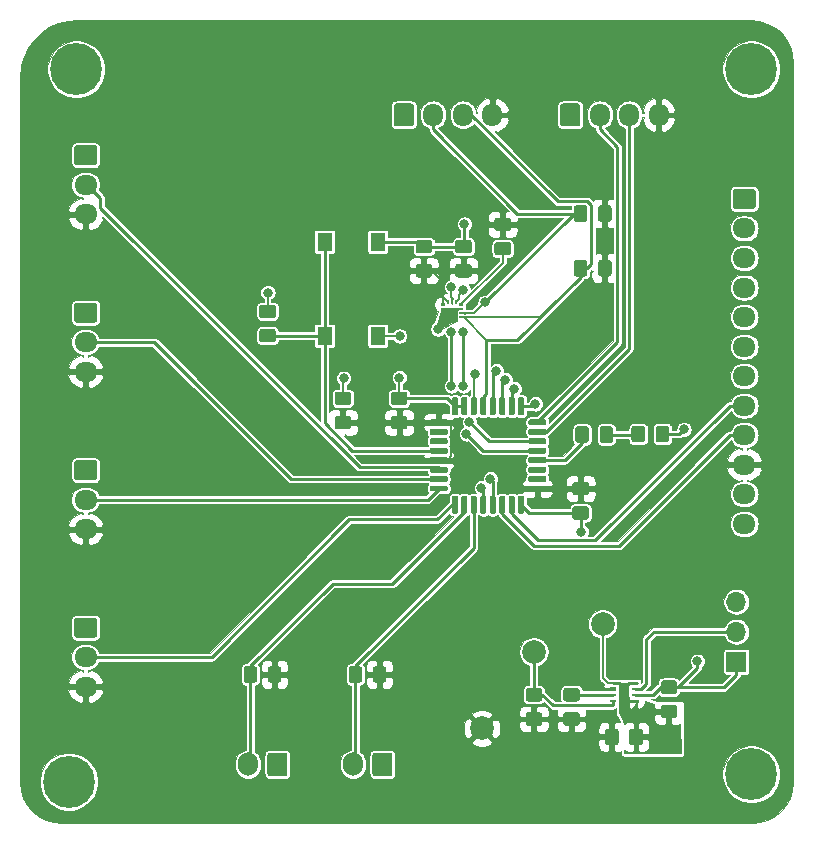
<source format=gtl>
G04 #@! TF.GenerationSoftware,KiCad,Pcbnew,(5.1.5)-3*
G04 #@! TF.CreationDate,2020-03-16T21:34:29+01:00*
G04 #@! TF.ProjectId,ent,656e742e-6b69-4636-9164-5f7063625858,rev?*
G04 #@! TF.SameCoordinates,Original*
G04 #@! TF.FileFunction,Copper,L1,Top*
G04 #@! TF.FilePolarity,Positive*
%FSLAX46Y46*%
G04 Gerber Fmt 4.6, Leading zero omitted, Abs format (unit mm)*
G04 Created by KiCad (PCBNEW (5.1.5)-3) date 2020-03-16 21:34:29*
%MOMM*%
%LPD*%
G04 APERTURE LIST*
%ADD10R,0.500000X0.250000*%
%ADD11C,0.600000*%
%ADD12R,0.900000X1.600000*%
%ADD13C,0.100000*%
%ADD14O,1.700000X2.000000*%
%ADD15O,1.700000X1.950000*%
%ADD16O,1.950000X1.700000*%
%ADD17R,1.700000X1.700000*%
%ADD18O,1.700000X1.700000*%
%ADD19R,1.300000X1.550000*%
%ADD20C,2.000000*%
%ADD21C,4.400000*%
%ADD22C,0.800000*%
%ADD23C,0.250000*%
%ADD24C,0.900000*%
%ADD25C,0.153000*%
%ADD26C,0.155000*%
%ADD27C,0.152400*%
%ADD28C,0.025400*%
G04 APERTURE END LIST*
D10*
X217485000Y-102620000D03*
X215585000Y-103120000D03*
X215585000Y-103620000D03*
D11*
X216535000Y-103370000D03*
X216535000Y-102370000D03*
D12*
X216535000Y-102870000D03*
D10*
X217485000Y-103620000D03*
X217485000Y-103120000D03*
X217485000Y-102120000D03*
X215585000Y-102120000D03*
X215585000Y-102620000D03*
G04 #@! TA.AperFunction,SMDPad,CuDef*
D13*
G36*
X202905800Y-71037000D02*
G01*
X202905800Y-71237000D01*
X202580800Y-71237000D01*
X202580800Y-71037000D01*
X202905800Y-71037000D01*
G37*
G04 #@! TD.AperFunction*
G04 #@! TA.AperFunction,SMDPad,CuDef*
G36*
X202905800Y-70687000D02*
G01*
X202905800Y-70887000D01*
X202580800Y-70887000D01*
X202580800Y-70687000D01*
X202905800Y-70687000D01*
G37*
G04 #@! TD.AperFunction*
G04 #@! TA.AperFunction,SMDPad,CuDef*
G36*
X202905800Y-70337000D02*
G01*
X202905800Y-70537000D01*
X202580800Y-70537000D01*
X202580800Y-70337000D01*
X202905800Y-70337000D01*
G37*
G04 #@! TD.AperFunction*
G04 #@! TA.AperFunction,SMDPad,CuDef*
G36*
X202905800Y-69987000D02*
G01*
X202905800Y-70187000D01*
X202580800Y-70187000D01*
X202580800Y-69987000D01*
X202905800Y-69987000D01*
G37*
G04 #@! TD.AperFunction*
G04 #@! TA.AperFunction,SMDPad,CuDef*
G36*
X202430800Y-69687000D02*
G01*
X202430800Y-70012000D01*
X202230800Y-70012000D01*
X202230800Y-69687000D01*
X202430800Y-69687000D01*
G37*
G04 #@! TD.AperFunction*
G04 #@! TA.AperFunction,SMDPad,CuDef*
G36*
X202080800Y-69687000D02*
G01*
X202080800Y-70012000D01*
X201880800Y-70012000D01*
X201880800Y-69687000D01*
X202080800Y-69687000D01*
G37*
G04 #@! TD.AperFunction*
G04 #@! TA.AperFunction,SMDPad,CuDef*
G36*
X201730800Y-69687000D02*
G01*
X201730800Y-70012000D01*
X201530800Y-70012000D01*
X201530800Y-69687000D01*
X201730800Y-69687000D01*
G37*
G04 #@! TD.AperFunction*
G04 #@! TA.AperFunction,SMDPad,CuDef*
G36*
X201380800Y-69987000D02*
G01*
X201380800Y-70187000D01*
X201055800Y-70187000D01*
X201055800Y-69987000D01*
X201380800Y-69987000D01*
G37*
G04 #@! TD.AperFunction*
G04 #@! TA.AperFunction,SMDPad,CuDef*
G36*
X201380800Y-70337000D02*
G01*
X201380800Y-70537000D01*
X201055800Y-70537000D01*
X201055800Y-70337000D01*
X201380800Y-70337000D01*
G37*
G04 #@! TD.AperFunction*
G04 #@! TA.AperFunction,SMDPad,CuDef*
G36*
X201380800Y-70687000D02*
G01*
X201380800Y-70887000D01*
X201055800Y-70887000D01*
X201055800Y-70687000D01*
X201380800Y-70687000D01*
G37*
G04 #@! TD.AperFunction*
G04 #@! TA.AperFunction,SMDPad,CuDef*
G36*
X201380800Y-71037000D02*
G01*
X201380800Y-71237000D01*
X201055800Y-71237000D01*
X201055800Y-71037000D01*
X201380800Y-71037000D01*
G37*
G04 #@! TD.AperFunction*
G04 #@! TA.AperFunction,SMDPad,CuDef*
G36*
X201730800Y-71212000D02*
G01*
X201730800Y-71537000D01*
X201530800Y-71537000D01*
X201530800Y-71212000D01*
X201730800Y-71212000D01*
G37*
G04 #@! TD.AperFunction*
G04 #@! TA.AperFunction,SMDPad,CuDef*
G36*
X202080800Y-71212000D02*
G01*
X202080800Y-71537000D01*
X201880800Y-71537000D01*
X201880800Y-71212000D01*
X202080800Y-71212000D01*
G37*
G04 #@! TD.AperFunction*
G04 #@! TA.AperFunction,SMDPad,CuDef*
G36*
X202430800Y-71212000D02*
G01*
X202430800Y-71537000D01*
X202230800Y-71537000D01*
X202230800Y-71212000D01*
X202430800Y-71212000D01*
G37*
G04 #@! TD.AperFunction*
G04 #@! TA.AperFunction,SMDPad,CuDef*
G36*
X215267905Y-66306404D02*
G01*
X215292173Y-66310004D01*
X215315972Y-66315965D01*
X215339071Y-66324230D01*
X215361250Y-66334720D01*
X215382293Y-66347332D01*
X215401999Y-66361947D01*
X215420177Y-66378423D01*
X215436653Y-66396601D01*
X215451268Y-66416307D01*
X215463880Y-66437350D01*
X215474370Y-66459529D01*
X215482635Y-66482628D01*
X215488596Y-66506427D01*
X215492196Y-66530695D01*
X215493400Y-66555199D01*
X215493400Y-67455201D01*
X215492196Y-67479705D01*
X215488596Y-67503973D01*
X215482635Y-67527772D01*
X215474370Y-67550871D01*
X215463880Y-67573050D01*
X215451268Y-67594093D01*
X215436653Y-67613799D01*
X215420177Y-67631977D01*
X215401999Y-67648453D01*
X215382293Y-67663068D01*
X215361250Y-67675680D01*
X215339071Y-67686170D01*
X215315972Y-67694435D01*
X215292173Y-67700396D01*
X215267905Y-67703996D01*
X215243401Y-67705200D01*
X214593399Y-67705200D01*
X214568895Y-67703996D01*
X214544627Y-67700396D01*
X214520828Y-67694435D01*
X214497729Y-67686170D01*
X214475550Y-67675680D01*
X214454507Y-67663068D01*
X214434801Y-67648453D01*
X214416623Y-67631977D01*
X214400147Y-67613799D01*
X214385532Y-67594093D01*
X214372920Y-67573050D01*
X214362430Y-67550871D01*
X214354165Y-67527772D01*
X214348204Y-67503973D01*
X214344604Y-67479705D01*
X214343400Y-67455201D01*
X214343400Y-66555199D01*
X214344604Y-66530695D01*
X214348204Y-66506427D01*
X214354165Y-66482628D01*
X214362430Y-66459529D01*
X214372920Y-66437350D01*
X214385532Y-66416307D01*
X214400147Y-66396601D01*
X214416623Y-66378423D01*
X214434801Y-66361947D01*
X214454507Y-66347332D01*
X214475550Y-66334720D01*
X214497729Y-66324230D01*
X214520828Y-66315965D01*
X214544627Y-66310004D01*
X214568895Y-66306404D01*
X214593399Y-66305200D01*
X215243401Y-66305200D01*
X215267905Y-66306404D01*
G37*
G04 #@! TD.AperFunction*
G04 #@! TA.AperFunction,SMDPad,CuDef*
G36*
X213217905Y-66306404D02*
G01*
X213242173Y-66310004D01*
X213265972Y-66315965D01*
X213289071Y-66324230D01*
X213311250Y-66334720D01*
X213332293Y-66347332D01*
X213351999Y-66361947D01*
X213370177Y-66378423D01*
X213386653Y-66396601D01*
X213401268Y-66416307D01*
X213413880Y-66437350D01*
X213424370Y-66459529D01*
X213432635Y-66482628D01*
X213438596Y-66506427D01*
X213442196Y-66530695D01*
X213443400Y-66555199D01*
X213443400Y-67455201D01*
X213442196Y-67479705D01*
X213438596Y-67503973D01*
X213432635Y-67527772D01*
X213424370Y-67550871D01*
X213413880Y-67573050D01*
X213401268Y-67594093D01*
X213386653Y-67613799D01*
X213370177Y-67631977D01*
X213351999Y-67648453D01*
X213332293Y-67663068D01*
X213311250Y-67675680D01*
X213289071Y-67686170D01*
X213265972Y-67694435D01*
X213242173Y-67700396D01*
X213217905Y-67703996D01*
X213193401Y-67705200D01*
X212543399Y-67705200D01*
X212518895Y-67703996D01*
X212494627Y-67700396D01*
X212470828Y-67694435D01*
X212447729Y-67686170D01*
X212425550Y-67675680D01*
X212404507Y-67663068D01*
X212384801Y-67648453D01*
X212366623Y-67631977D01*
X212350147Y-67613799D01*
X212335532Y-67594093D01*
X212322920Y-67573050D01*
X212312430Y-67550871D01*
X212304165Y-67527772D01*
X212298204Y-67503973D01*
X212294604Y-67479705D01*
X212293400Y-67455201D01*
X212293400Y-66555199D01*
X212294604Y-66530695D01*
X212298204Y-66506427D01*
X212304165Y-66482628D01*
X212312430Y-66459529D01*
X212322920Y-66437350D01*
X212335532Y-66416307D01*
X212350147Y-66396601D01*
X212366623Y-66378423D01*
X212384801Y-66361947D01*
X212404507Y-66347332D01*
X212425550Y-66334720D01*
X212447729Y-66324230D01*
X212470828Y-66315965D01*
X212494627Y-66310004D01*
X212518895Y-66306404D01*
X212543399Y-66305200D01*
X213193401Y-66305200D01*
X213217905Y-66306404D01*
G37*
G04 #@! TD.AperFunction*
D14*
X193588000Y-109016800D03*
G04 #@! TA.AperFunction,ComponentPad*
D13*
G36*
X196712504Y-108018004D02*
G01*
X196736773Y-108021604D01*
X196760571Y-108027565D01*
X196783671Y-108035830D01*
X196805849Y-108046320D01*
X196826893Y-108058933D01*
X196846598Y-108073547D01*
X196864777Y-108090023D01*
X196881253Y-108108202D01*
X196895867Y-108127907D01*
X196908480Y-108148951D01*
X196918970Y-108171129D01*
X196927235Y-108194229D01*
X196933196Y-108218027D01*
X196936796Y-108242296D01*
X196938000Y-108266800D01*
X196938000Y-109766800D01*
X196936796Y-109791304D01*
X196933196Y-109815573D01*
X196927235Y-109839371D01*
X196918970Y-109862471D01*
X196908480Y-109884649D01*
X196895867Y-109905693D01*
X196881253Y-109925398D01*
X196864777Y-109943577D01*
X196846598Y-109960053D01*
X196826893Y-109974667D01*
X196805849Y-109987280D01*
X196783671Y-109997770D01*
X196760571Y-110006035D01*
X196736773Y-110011996D01*
X196712504Y-110015596D01*
X196688000Y-110016800D01*
X195488000Y-110016800D01*
X195463496Y-110015596D01*
X195439227Y-110011996D01*
X195415429Y-110006035D01*
X195392329Y-109997770D01*
X195370151Y-109987280D01*
X195349107Y-109974667D01*
X195329402Y-109960053D01*
X195311223Y-109943577D01*
X195294747Y-109925398D01*
X195280133Y-109905693D01*
X195267520Y-109884649D01*
X195257030Y-109862471D01*
X195248765Y-109839371D01*
X195242804Y-109815573D01*
X195239204Y-109791304D01*
X195238000Y-109766800D01*
X195238000Y-108266800D01*
X195239204Y-108242296D01*
X195242804Y-108218027D01*
X195248765Y-108194229D01*
X195257030Y-108171129D01*
X195267520Y-108148951D01*
X195280133Y-108127907D01*
X195294747Y-108108202D01*
X195311223Y-108090023D01*
X195329402Y-108073547D01*
X195349107Y-108058933D01*
X195370151Y-108046320D01*
X195392329Y-108035830D01*
X195415429Y-108027565D01*
X195439227Y-108021604D01*
X195463496Y-108018004D01*
X195488000Y-108016800D01*
X196688000Y-108016800D01*
X196712504Y-108018004D01*
G37*
G04 #@! TD.AperFunction*
D14*
X184698000Y-109016800D03*
G04 #@! TA.AperFunction,ComponentPad*
D13*
G36*
X187822504Y-108018004D02*
G01*
X187846773Y-108021604D01*
X187870571Y-108027565D01*
X187893671Y-108035830D01*
X187915849Y-108046320D01*
X187936893Y-108058933D01*
X187956598Y-108073547D01*
X187974777Y-108090023D01*
X187991253Y-108108202D01*
X188005867Y-108127907D01*
X188018480Y-108148951D01*
X188028970Y-108171129D01*
X188037235Y-108194229D01*
X188043196Y-108218027D01*
X188046796Y-108242296D01*
X188048000Y-108266800D01*
X188048000Y-109766800D01*
X188046796Y-109791304D01*
X188043196Y-109815573D01*
X188037235Y-109839371D01*
X188028970Y-109862471D01*
X188018480Y-109884649D01*
X188005867Y-109905693D01*
X187991253Y-109925398D01*
X187974777Y-109943577D01*
X187956598Y-109960053D01*
X187936893Y-109974667D01*
X187915849Y-109987280D01*
X187893671Y-109997770D01*
X187870571Y-110006035D01*
X187846773Y-110011996D01*
X187822504Y-110015596D01*
X187798000Y-110016800D01*
X186598000Y-110016800D01*
X186573496Y-110015596D01*
X186549227Y-110011996D01*
X186525429Y-110006035D01*
X186502329Y-109997770D01*
X186480151Y-109987280D01*
X186459107Y-109974667D01*
X186439402Y-109960053D01*
X186421223Y-109943577D01*
X186404747Y-109925398D01*
X186390133Y-109905693D01*
X186377520Y-109884649D01*
X186367030Y-109862471D01*
X186358765Y-109839371D01*
X186352804Y-109815573D01*
X186349204Y-109791304D01*
X186348000Y-109766800D01*
X186348000Y-108266800D01*
X186349204Y-108242296D01*
X186352804Y-108218027D01*
X186358765Y-108194229D01*
X186367030Y-108171129D01*
X186377520Y-108148951D01*
X186390133Y-108127907D01*
X186404747Y-108108202D01*
X186421223Y-108090023D01*
X186439402Y-108073547D01*
X186459107Y-108058933D01*
X186480151Y-108046320D01*
X186502329Y-108035830D01*
X186525429Y-108027565D01*
X186549227Y-108021604D01*
X186573496Y-108018004D01*
X186598000Y-108016800D01*
X187798000Y-108016800D01*
X187822504Y-108018004D01*
G37*
G04 #@! TD.AperFunction*
G04 #@! TA.AperFunction,SMDPad,CuDef*
G36*
X194142505Y-100698004D02*
G01*
X194166773Y-100701604D01*
X194190572Y-100707565D01*
X194213671Y-100715830D01*
X194235850Y-100726320D01*
X194256893Y-100738932D01*
X194276599Y-100753547D01*
X194294777Y-100770023D01*
X194311253Y-100788201D01*
X194325868Y-100807907D01*
X194338480Y-100828950D01*
X194348970Y-100851129D01*
X194357235Y-100874228D01*
X194363196Y-100898027D01*
X194366796Y-100922295D01*
X194368000Y-100946799D01*
X194368000Y-101846801D01*
X194366796Y-101871305D01*
X194363196Y-101895573D01*
X194357235Y-101919372D01*
X194348970Y-101942471D01*
X194338480Y-101964650D01*
X194325868Y-101985693D01*
X194311253Y-102005399D01*
X194294777Y-102023577D01*
X194276599Y-102040053D01*
X194256893Y-102054668D01*
X194235850Y-102067280D01*
X194213671Y-102077770D01*
X194190572Y-102086035D01*
X194166773Y-102091996D01*
X194142505Y-102095596D01*
X194118001Y-102096800D01*
X193467999Y-102096800D01*
X193443495Y-102095596D01*
X193419227Y-102091996D01*
X193395428Y-102086035D01*
X193372329Y-102077770D01*
X193350150Y-102067280D01*
X193329107Y-102054668D01*
X193309401Y-102040053D01*
X193291223Y-102023577D01*
X193274747Y-102005399D01*
X193260132Y-101985693D01*
X193247520Y-101964650D01*
X193237030Y-101942471D01*
X193228765Y-101919372D01*
X193222804Y-101895573D01*
X193219204Y-101871305D01*
X193218000Y-101846801D01*
X193218000Y-100946799D01*
X193219204Y-100922295D01*
X193222804Y-100898027D01*
X193228765Y-100874228D01*
X193237030Y-100851129D01*
X193247520Y-100828950D01*
X193260132Y-100807907D01*
X193274747Y-100788201D01*
X193291223Y-100770023D01*
X193309401Y-100753547D01*
X193329107Y-100738932D01*
X193350150Y-100726320D01*
X193372329Y-100715830D01*
X193395428Y-100707565D01*
X193419227Y-100701604D01*
X193443495Y-100698004D01*
X193467999Y-100696800D01*
X194118001Y-100696800D01*
X194142505Y-100698004D01*
G37*
G04 #@! TD.AperFunction*
G04 #@! TA.AperFunction,SMDPad,CuDef*
G36*
X196192505Y-100698004D02*
G01*
X196216773Y-100701604D01*
X196240572Y-100707565D01*
X196263671Y-100715830D01*
X196285850Y-100726320D01*
X196306893Y-100738932D01*
X196326599Y-100753547D01*
X196344777Y-100770023D01*
X196361253Y-100788201D01*
X196375868Y-100807907D01*
X196388480Y-100828950D01*
X196398970Y-100851129D01*
X196407235Y-100874228D01*
X196413196Y-100898027D01*
X196416796Y-100922295D01*
X196418000Y-100946799D01*
X196418000Y-101846801D01*
X196416796Y-101871305D01*
X196413196Y-101895573D01*
X196407235Y-101919372D01*
X196398970Y-101942471D01*
X196388480Y-101964650D01*
X196375868Y-101985693D01*
X196361253Y-102005399D01*
X196344777Y-102023577D01*
X196326599Y-102040053D01*
X196306893Y-102054668D01*
X196285850Y-102067280D01*
X196263671Y-102077770D01*
X196240572Y-102086035D01*
X196216773Y-102091996D01*
X196192505Y-102095596D01*
X196168001Y-102096800D01*
X195517999Y-102096800D01*
X195493495Y-102095596D01*
X195469227Y-102091996D01*
X195445428Y-102086035D01*
X195422329Y-102077770D01*
X195400150Y-102067280D01*
X195379107Y-102054668D01*
X195359401Y-102040053D01*
X195341223Y-102023577D01*
X195324747Y-102005399D01*
X195310132Y-101985693D01*
X195297520Y-101964650D01*
X195287030Y-101942471D01*
X195278765Y-101919372D01*
X195272804Y-101895573D01*
X195269204Y-101871305D01*
X195268000Y-101846801D01*
X195268000Y-100946799D01*
X195269204Y-100922295D01*
X195272804Y-100898027D01*
X195278765Y-100874228D01*
X195287030Y-100851129D01*
X195297520Y-100828950D01*
X195310132Y-100807907D01*
X195324747Y-100788201D01*
X195341223Y-100770023D01*
X195359401Y-100753547D01*
X195379107Y-100738932D01*
X195400150Y-100726320D01*
X195422329Y-100715830D01*
X195445428Y-100707565D01*
X195469227Y-100701604D01*
X195493495Y-100698004D01*
X195517999Y-100696800D01*
X196168001Y-100696800D01*
X196192505Y-100698004D01*
G37*
G04 #@! TD.AperFunction*
G04 #@! TA.AperFunction,SMDPad,CuDef*
G36*
X185252505Y-100698004D02*
G01*
X185276773Y-100701604D01*
X185300572Y-100707565D01*
X185323671Y-100715830D01*
X185345850Y-100726320D01*
X185366893Y-100738932D01*
X185386599Y-100753547D01*
X185404777Y-100770023D01*
X185421253Y-100788201D01*
X185435868Y-100807907D01*
X185448480Y-100828950D01*
X185458970Y-100851129D01*
X185467235Y-100874228D01*
X185473196Y-100898027D01*
X185476796Y-100922295D01*
X185478000Y-100946799D01*
X185478000Y-101846801D01*
X185476796Y-101871305D01*
X185473196Y-101895573D01*
X185467235Y-101919372D01*
X185458970Y-101942471D01*
X185448480Y-101964650D01*
X185435868Y-101985693D01*
X185421253Y-102005399D01*
X185404777Y-102023577D01*
X185386599Y-102040053D01*
X185366893Y-102054668D01*
X185345850Y-102067280D01*
X185323671Y-102077770D01*
X185300572Y-102086035D01*
X185276773Y-102091996D01*
X185252505Y-102095596D01*
X185228001Y-102096800D01*
X184577999Y-102096800D01*
X184553495Y-102095596D01*
X184529227Y-102091996D01*
X184505428Y-102086035D01*
X184482329Y-102077770D01*
X184460150Y-102067280D01*
X184439107Y-102054668D01*
X184419401Y-102040053D01*
X184401223Y-102023577D01*
X184384747Y-102005399D01*
X184370132Y-101985693D01*
X184357520Y-101964650D01*
X184347030Y-101942471D01*
X184338765Y-101919372D01*
X184332804Y-101895573D01*
X184329204Y-101871305D01*
X184328000Y-101846801D01*
X184328000Y-100946799D01*
X184329204Y-100922295D01*
X184332804Y-100898027D01*
X184338765Y-100874228D01*
X184347030Y-100851129D01*
X184357520Y-100828950D01*
X184370132Y-100807907D01*
X184384747Y-100788201D01*
X184401223Y-100770023D01*
X184419401Y-100753547D01*
X184439107Y-100738932D01*
X184460150Y-100726320D01*
X184482329Y-100715830D01*
X184505428Y-100707565D01*
X184529227Y-100701604D01*
X184553495Y-100698004D01*
X184577999Y-100696800D01*
X185228001Y-100696800D01*
X185252505Y-100698004D01*
G37*
G04 #@! TD.AperFunction*
G04 #@! TA.AperFunction,SMDPad,CuDef*
G36*
X187302505Y-100698004D02*
G01*
X187326773Y-100701604D01*
X187350572Y-100707565D01*
X187373671Y-100715830D01*
X187395850Y-100726320D01*
X187416893Y-100738932D01*
X187436599Y-100753547D01*
X187454777Y-100770023D01*
X187471253Y-100788201D01*
X187485868Y-100807907D01*
X187498480Y-100828950D01*
X187508970Y-100851129D01*
X187517235Y-100874228D01*
X187523196Y-100898027D01*
X187526796Y-100922295D01*
X187528000Y-100946799D01*
X187528000Y-101846801D01*
X187526796Y-101871305D01*
X187523196Y-101895573D01*
X187517235Y-101919372D01*
X187508970Y-101942471D01*
X187498480Y-101964650D01*
X187485868Y-101985693D01*
X187471253Y-102005399D01*
X187454777Y-102023577D01*
X187436599Y-102040053D01*
X187416893Y-102054668D01*
X187395850Y-102067280D01*
X187373671Y-102077770D01*
X187350572Y-102086035D01*
X187326773Y-102091996D01*
X187302505Y-102095596D01*
X187278001Y-102096800D01*
X186627999Y-102096800D01*
X186603495Y-102095596D01*
X186579227Y-102091996D01*
X186555428Y-102086035D01*
X186532329Y-102077770D01*
X186510150Y-102067280D01*
X186489107Y-102054668D01*
X186469401Y-102040053D01*
X186451223Y-102023577D01*
X186434747Y-102005399D01*
X186420132Y-101985693D01*
X186407520Y-101964650D01*
X186397030Y-101942471D01*
X186388765Y-101919372D01*
X186382804Y-101895573D01*
X186379204Y-101871305D01*
X186378000Y-101846801D01*
X186378000Y-100946799D01*
X186379204Y-100922295D01*
X186382804Y-100898027D01*
X186388765Y-100874228D01*
X186397030Y-100851129D01*
X186407520Y-100828950D01*
X186420132Y-100807907D01*
X186434747Y-100788201D01*
X186451223Y-100770023D01*
X186469401Y-100753547D01*
X186489107Y-100738932D01*
X186510150Y-100726320D01*
X186532329Y-100715830D01*
X186555428Y-100707565D01*
X186579227Y-100701604D01*
X186603495Y-100698004D01*
X186627999Y-100696800D01*
X187278001Y-100696800D01*
X187302505Y-100698004D01*
G37*
G04 #@! TD.AperFunction*
G04 #@! TA.AperFunction,SMDPad,CuDef*
G36*
X220819505Y-103956204D02*
G01*
X220843773Y-103959804D01*
X220867572Y-103965765D01*
X220890671Y-103974030D01*
X220912850Y-103984520D01*
X220933893Y-103997132D01*
X220953599Y-104011747D01*
X220971777Y-104028223D01*
X220988253Y-104046401D01*
X221002868Y-104066107D01*
X221015480Y-104087150D01*
X221025970Y-104109329D01*
X221034235Y-104132428D01*
X221040196Y-104156227D01*
X221043796Y-104180495D01*
X221045000Y-104204999D01*
X221045000Y-104855001D01*
X221043796Y-104879505D01*
X221040196Y-104903773D01*
X221034235Y-104927572D01*
X221025970Y-104950671D01*
X221015480Y-104972850D01*
X221002868Y-104993893D01*
X220988253Y-105013599D01*
X220971777Y-105031777D01*
X220953599Y-105048253D01*
X220933893Y-105062868D01*
X220912850Y-105075480D01*
X220890671Y-105085970D01*
X220867572Y-105094235D01*
X220843773Y-105100196D01*
X220819505Y-105103796D01*
X220795001Y-105105000D01*
X219894999Y-105105000D01*
X219870495Y-105103796D01*
X219846227Y-105100196D01*
X219822428Y-105094235D01*
X219799329Y-105085970D01*
X219777150Y-105075480D01*
X219756107Y-105062868D01*
X219736401Y-105048253D01*
X219718223Y-105031777D01*
X219701747Y-105013599D01*
X219687132Y-104993893D01*
X219674520Y-104972850D01*
X219664030Y-104950671D01*
X219655765Y-104927572D01*
X219649804Y-104903773D01*
X219646204Y-104879505D01*
X219645000Y-104855001D01*
X219645000Y-104204999D01*
X219646204Y-104180495D01*
X219649804Y-104156227D01*
X219655765Y-104132428D01*
X219664030Y-104109329D01*
X219674520Y-104087150D01*
X219687132Y-104066107D01*
X219701747Y-104046401D01*
X219718223Y-104028223D01*
X219736401Y-104011747D01*
X219756107Y-103997132D01*
X219777150Y-103984520D01*
X219799329Y-103974030D01*
X219822428Y-103965765D01*
X219846227Y-103959804D01*
X219870495Y-103956204D01*
X219894999Y-103955000D01*
X220795001Y-103955000D01*
X220819505Y-103956204D01*
G37*
G04 #@! TD.AperFunction*
G04 #@! TA.AperFunction,SMDPad,CuDef*
G36*
X220819505Y-101906204D02*
G01*
X220843773Y-101909804D01*
X220867572Y-101915765D01*
X220890671Y-101924030D01*
X220912850Y-101934520D01*
X220933893Y-101947132D01*
X220953599Y-101961747D01*
X220971777Y-101978223D01*
X220988253Y-101996401D01*
X221002868Y-102016107D01*
X221015480Y-102037150D01*
X221025970Y-102059329D01*
X221034235Y-102082428D01*
X221040196Y-102106227D01*
X221043796Y-102130495D01*
X221045000Y-102154999D01*
X221045000Y-102805001D01*
X221043796Y-102829505D01*
X221040196Y-102853773D01*
X221034235Y-102877572D01*
X221025970Y-102900671D01*
X221015480Y-102922850D01*
X221002868Y-102943893D01*
X220988253Y-102963599D01*
X220971777Y-102981777D01*
X220953599Y-102998253D01*
X220933893Y-103012868D01*
X220912850Y-103025480D01*
X220890671Y-103035970D01*
X220867572Y-103044235D01*
X220843773Y-103050196D01*
X220819505Y-103053796D01*
X220795001Y-103055000D01*
X219894999Y-103055000D01*
X219870495Y-103053796D01*
X219846227Y-103050196D01*
X219822428Y-103044235D01*
X219799329Y-103035970D01*
X219777150Y-103025480D01*
X219756107Y-103012868D01*
X219736401Y-102998253D01*
X219718223Y-102981777D01*
X219701747Y-102963599D01*
X219687132Y-102943893D01*
X219674520Y-102922850D01*
X219664030Y-102900671D01*
X219655765Y-102877572D01*
X219649804Y-102853773D01*
X219646204Y-102829505D01*
X219645000Y-102805001D01*
X219645000Y-102154999D01*
X219646204Y-102130495D01*
X219649804Y-102106227D01*
X219655765Y-102082428D01*
X219664030Y-102059329D01*
X219674520Y-102037150D01*
X219687132Y-102016107D01*
X219701747Y-101996401D01*
X219718223Y-101978223D01*
X219736401Y-101961747D01*
X219756107Y-101947132D01*
X219777150Y-101934520D01*
X219799329Y-101924030D01*
X219822428Y-101915765D01*
X219846227Y-101909804D01*
X219870495Y-101906204D01*
X219894999Y-101905000D01*
X220795001Y-101905000D01*
X220819505Y-101906204D01*
G37*
G04 #@! TD.AperFunction*
G04 #@! TA.AperFunction,SMDPad,CuDef*
G36*
X215859505Y-105981204D02*
G01*
X215883773Y-105984804D01*
X215907572Y-105990765D01*
X215930671Y-105999030D01*
X215952850Y-106009520D01*
X215973893Y-106022132D01*
X215993599Y-106036747D01*
X216011777Y-106053223D01*
X216028253Y-106071401D01*
X216042868Y-106091107D01*
X216055480Y-106112150D01*
X216065970Y-106134329D01*
X216074235Y-106157428D01*
X216080196Y-106181227D01*
X216083796Y-106205495D01*
X216085000Y-106229999D01*
X216085000Y-107130001D01*
X216083796Y-107154505D01*
X216080196Y-107178773D01*
X216074235Y-107202572D01*
X216065970Y-107225671D01*
X216055480Y-107247850D01*
X216042868Y-107268893D01*
X216028253Y-107288599D01*
X216011777Y-107306777D01*
X215993599Y-107323253D01*
X215973893Y-107337868D01*
X215952850Y-107350480D01*
X215930671Y-107360970D01*
X215907572Y-107369235D01*
X215883773Y-107375196D01*
X215859505Y-107378796D01*
X215835001Y-107380000D01*
X215184999Y-107380000D01*
X215160495Y-107378796D01*
X215136227Y-107375196D01*
X215112428Y-107369235D01*
X215089329Y-107360970D01*
X215067150Y-107350480D01*
X215046107Y-107337868D01*
X215026401Y-107323253D01*
X215008223Y-107306777D01*
X214991747Y-107288599D01*
X214977132Y-107268893D01*
X214964520Y-107247850D01*
X214954030Y-107225671D01*
X214945765Y-107202572D01*
X214939804Y-107178773D01*
X214936204Y-107154505D01*
X214935000Y-107130001D01*
X214935000Y-106229999D01*
X214936204Y-106205495D01*
X214939804Y-106181227D01*
X214945765Y-106157428D01*
X214954030Y-106134329D01*
X214964520Y-106112150D01*
X214977132Y-106091107D01*
X214991747Y-106071401D01*
X215008223Y-106053223D01*
X215026401Y-106036747D01*
X215046107Y-106022132D01*
X215067150Y-106009520D01*
X215089329Y-105999030D01*
X215112428Y-105990765D01*
X215136227Y-105984804D01*
X215160495Y-105981204D01*
X215184999Y-105980000D01*
X215835001Y-105980000D01*
X215859505Y-105981204D01*
G37*
G04 #@! TD.AperFunction*
G04 #@! TA.AperFunction,SMDPad,CuDef*
G36*
X217909505Y-105981204D02*
G01*
X217933773Y-105984804D01*
X217957572Y-105990765D01*
X217980671Y-105999030D01*
X218002850Y-106009520D01*
X218023893Y-106022132D01*
X218043599Y-106036747D01*
X218061777Y-106053223D01*
X218078253Y-106071401D01*
X218092868Y-106091107D01*
X218105480Y-106112150D01*
X218115970Y-106134329D01*
X218124235Y-106157428D01*
X218130196Y-106181227D01*
X218133796Y-106205495D01*
X218135000Y-106229999D01*
X218135000Y-107130001D01*
X218133796Y-107154505D01*
X218130196Y-107178773D01*
X218124235Y-107202572D01*
X218115970Y-107225671D01*
X218105480Y-107247850D01*
X218092868Y-107268893D01*
X218078253Y-107288599D01*
X218061777Y-107306777D01*
X218043599Y-107323253D01*
X218023893Y-107337868D01*
X218002850Y-107350480D01*
X217980671Y-107360970D01*
X217957572Y-107369235D01*
X217933773Y-107375196D01*
X217909505Y-107378796D01*
X217885001Y-107380000D01*
X217234999Y-107380000D01*
X217210495Y-107378796D01*
X217186227Y-107375196D01*
X217162428Y-107369235D01*
X217139329Y-107360970D01*
X217117150Y-107350480D01*
X217096107Y-107337868D01*
X217076401Y-107323253D01*
X217058223Y-107306777D01*
X217041747Y-107288599D01*
X217027132Y-107268893D01*
X217014520Y-107247850D01*
X217004030Y-107225671D01*
X216995765Y-107202572D01*
X216989804Y-107178773D01*
X216986204Y-107154505D01*
X216985000Y-107130001D01*
X216985000Y-106229999D01*
X216986204Y-106205495D01*
X216989804Y-106181227D01*
X216995765Y-106157428D01*
X217004030Y-106134329D01*
X217014520Y-106112150D01*
X217027132Y-106091107D01*
X217041747Y-106071401D01*
X217058223Y-106053223D01*
X217076401Y-106036747D01*
X217096107Y-106022132D01*
X217117150Y-106009520D01*
X217139329Y-105999030D01*
X217162428Y-105990765D01*
X217186227Y-105984804D01*
X217210495Y-105981204D01*
X217234999Y-105980000D01*
X217885001Y-105980000D01*
X217909505Y-105981204D01*
G37*
G04 #@! TD.AperFunction*
G04 #@! TA.AperFunction,SMDPad,CuDef*
G36*
X203420505Y-64593604D02*
G01*
X203444773Y-64597204D01*
X203468572Y-64603165D01*
X203491671Y-64611430D01*
X203513850Y-64621920D01*
X203534893Y-64634532D01*
X203554599Y-64649147D01*
X203572777Y-64665623D01*
X203589253Y-64683801D01*
X203603868Y-64703507D01*
X203616480Y-64724550D01*
X203626970Y-64746729D01*
X203635235Y-64769828D01*
X203641196Y-64793627D01*
X203644796Y-64817895D01*
X203646000Y-64842399D01*
X203646000Y-65492401D01*
X203644796Y-65516905D01*
X203641196Y-65541173D01*
X203635235Y-65564972D01*
X203626970Y-65588071D01*
X203616480Y-65610250D01*
X203603868Y-65631293D01*
X203589253Y-65650999D01*
X203572777Y-65669177D01*
X203554599Y-65685653D01*
X203534893Y-65700268D01*
X203513850Y-65712880D01*
X203491671Y-65723370D01*
X203468572Y-65731635D01*
X203444773Y-65737596D01*
X203420505Y-65741196D01*
X203396001Y-65742400D01*
X202495999Y-65742400D01*
X202471495Y-65741196D01*
X202447227Y-65737596D01*
X202423428Y-65731635D01*
X202400329Y-65723370D01*
X202378150Y-65712880D01*
X202357107Y-65700268D01*
X202337401Y-65685653D01*
X202319223Y-65669177D01*
X202302747Y-65650999D01*
X202288132Y-65631293D01*
X202275520Y-65610250D01*
X202265030Y-65588071D01*
X202256765Y-65564972D01*
X202250804Y-65541173D01*
X202247204Y-65516905D01*
X202246000Y-65492401D01*
X202246000Y-64842399D01*
X202247204Y-64817895D01*
X202250804Y-64793627D01*
X202256765Y-64769828D01*
X202265030Y-64746729D01*
X202275520Y-64724550D01*
X202288132Y-64703507D01*
X202302747Y-64683801D01*
X202319223Y-64665623D01*
X202337401Y-64649147D01*
X202357107Y-64634532D01*
X202378150Y-64621920D01*
X202400329Y-64611430D01*
X202423428Y-64603165D01*
X202447227Y-64597204D01*
X202471495Y-64593604D01*
X202495999Y-64592400D01*
X203396001Y-64592400D01*
X203420505Y-64593604D01*
G37*
G04 #@! TD.AperFunction*
G04 #@! TA.AperFunction,SMDPad,CuDef*
G36*
X203420505Y-66643604D02*
G01*
X203444773Y-66647204D01*
X203468572Y-66653165D01*
X203491671Y-66661430D01*
X203513850Y-66671920D01*
X203534893Y-66684532D01*
X203554599Y-66699147D01*
X203572777Y-66715623D01*
X203589253Y-66733801D01*
X203603868Y-66753507D01*
X203616480Y-66774550D01*
X203626970Y-66796729D01*
X203635235Y-66819828D01*
X203641196Y-66843627D01*
X203644796Y-66867895D01*
X203646000Y-66892399D01*
X203646000Y-67542401D01*
X203644796Y-67566905D01*
X203641196Y-67591173D01*
X203635235Y-67614972D01*
X203626970Y-67638071D01*
X203616480Y-67660250D01*
X203603868Y-67681293D01*
X203589253Y-67700999D01*
X203572777Y-67719177D01*
X203554599Y-67735653D01*
X203534893Y-67750268D01*
X203513850Y-67762880D01*
X203491671Y-67773370D01*
X203468572Y-67781635D01*
X203444773Y-67787596D01*
X203420505Y-67791196D01*
X203396001Y-67792400D01*
X202495999Y-67792400D01*
X202471495Y-67791196D01*
X202447227Y-67787596D01*
X202423428Y-67781635D01*
X202400329Y-67773370D01*
X202378150Y-67762880D01*
X202357107Y-67750268D01*
X202337401Y-67735653D01*
X202319223Y-67719177D01*
X202302747Y-67700999D01*
X202288132Y-67681293D01*
X202275520Y-67660250D01*
X202265030Y-67638071D01*
X202256765Y-67614972D01*
X202250804Y-67591173D01*
X202247204Y-67566905D01*
X202246000Y-67542401D01*
X202246000Y-66892399D01*
X202247204Y-66867895D01*
X202250804Y-66843627D01*
X202256765Y-66819828D01*
X202265030Y-66796729D01*
X202275520Y-66774550D01*
X202288132Y-66753507D01*
X202302747Y-66733801D01*
X202319223Y-66715623D01*
X202337401Y-66699147D01*
X202357107Y-66684532D01*
X202378150Y-66671920D01*
X202400329Y-66661430D01*
X202423428Y-66653165D01*
X202447227Y-66647204D01*
X202471495Y-66643604D01*
X202495999Y-66642400D01*
X203396001Y-66642400D01*
X203420505Y-66643604D01*
G37*
G04 #@! TD.AperFunction*
G04 #@! TA.AperFunction,SMDPad,CuDef*
G36*
X200067705Y-64593604D02*
G01*
X200091973Y-64597204D01*
X200115772Y-64603165D01*
X200138871Y-64611430D01*
X200161050Y-64621920D01*
X200182093Y-64634532D01*
X200201799Y-64649147D01*
X200219977Y-64665623D01*
X200236453Y-64683801D01*
X200251068Y-64703507D01*
X200263680Y-64724550D01*
X200274170Y-64746729D01*
X200282435Y-64769828D01*
X200288396Y-64793627D01*
X200291996Y-64817895D01*
X200293200Y-64842399D01*
X200293200Y-65492401D01*
X200291996Y-65516905D01*
X200288396Y-65541173D01*
X200282435Y-65564972D01*
X200274170Y-65588071D01*
X200263680Y-65610250D01*
X200251068Y-65631293D01*
X200236453Y-65650999D01*
X200219977Y-65669177D01*
X200201799Y-65685653D01*
X200182093Y-65700268D01*
X200161050Y-65712880D01*
X200138871Y-65723370D01*
X200115772Y-65731635D01*
X200091973Y-65737596D01*
X200067705Y-65741196D01*
X200043201Y-65742400D01*
X199143199Y-65742400D01*
X199118695Y-65741196D01*
X199094427Y-65737596D01*
X199070628Y-65731635D01*
X199047529Y-65723370D01*
X199025350Y-65712880D01*
X199004307Y-65700268D01*
X198984601Y-65685653D01*
X198966423Y-65669177D01*
X198949947Y-65650999D01*
X198935332Y-65631293D01*
X198922720Y-65610250D01*
X198912230Y-65588071D01*
X198903965Y-65564972D01*
X198898004Y-65541173D01*
X198894404Y-65516905D01*
X198893200Y-65492401D01*
X198893200Y-64842399D01*
X198894404Y-64817895D01*
X198898004Y-64793627D01*
X198903965Y-64769828D01*
X198912230Y-64746729D01*
X198922720Y-64724550D01*
X198935332Y-64703507D01*
X198949947Y-64683801D01*
X198966423Y-64665623D01*
X198984601Y-64649147D01*
X199004307Y-64634532D01*
X199025350Y-64621920D01*
X199047529Y-64611430D01*
X199070628Y-64603165D01*
X199094427Y-64597204D01*
X199118695Y-64593604D01*
X199143199Y-64592400D01*
X200043201Y-64592400D01*
X200067705Y-64593604D01*
G37*
G04 #@! TD.AperFunction*
G04 #@! TA.AperFunction,SMDPad,CuDef*
G36*
X200067705Y-66643604D02*
G01*
X200091973Y-66647204D01*
X200115772Y-66653165D01*
X200138871Y-66661430D01*
X200161050Y-66671920D01*
X200182093Y-66684532D01*
X200201799Y-66699147D01*
X200219977Y-66715623D01*
X200236453Y-66733801D01*
X200251068Y-66753507D01*
X200263680Y-66774550D01*
X200274170Y-66796729D01*
X200282435Y-66819828D01*
X200288396Y-66843627D01*
X200291996Y-66867895D01*
X200293200Y-66892399D01*
X200293200Y-67542401D01*
X200291996Y-67566905D01*
X200288396Y-67591173D01*
X200282435Y-67614972D01*
X200274170Y-67638071D01*
X200263680Y-67660250D01*
X200251068Y-67681293D01*
X200236453Y-67700999D01*
X200219977Y-67719177D01*
X200201799Y-67735653D01*
X200182093Y-67750268D01*
X200161050Y-67762880D01*
X200138871Y-67773370D01*
X200115772Y-67781635D01*
X200091973Y-67787596D01*
X200067705Y-67791196D01*
X200043201Y-67792400D01*
X199143199Y-67792400D01*
X199118695Y-67791196D01*
X199094427Y-67787596D01*
X199070628Y-67781635D01*
X199047529Y-67773370D01*
X199025350Y-67762880D01*
X199004307Y-67750268D01*
X198984601Y-67735653D01*
X198966423Y-67719177D01*
X198949947Y-67700999D01*
X198935332Y-67681293D01*
X198922720Y-67660250D01*
X198912230Y-67638071D01*
X198903965Y-67614972D01*
X198898004Y-67591173D01*
X198894404Y-67566905D01*
X198893200Y-67542401D01*
X198893200Y-66892399D01*
X198894404Y-66867895D01*
X198898004Y-66843627D01*
X198903965Y-66819828D01*
X198912230Y-66796729D01*
X198922720Y-66774550D01*
X198935332Y-66753507D01*
X198949947Y-66733801D01*
X198966423Y-66715623D01*
X198984601Y-66699147D01*
X199004307Y-66684532D01*
X199025350Y-66671920D01*
X199047529Y-66661430D01*
X199070628Y-66653165D01*
X199094427Y-66647204D01*
X199118695Y-66643604D01*
X199143199Y-66642400D01*
X200043201Y-66642400D01*
X200067705Y-66643604D01*
G37*
G04 #@! TD.AperFunction*
G04 #@! TA.AperFunction,SMDPad,CuDef*
G36*
X186834305Y-72130004D02*
G01*
X186858573Y-72133604D01*
X186882372Y-72139565D01*
X186905471Y-72147830D01*
X186927650Y-72158320D01*
X186948693Y-72170932D01*
X186968399Y-72185547D01*
X186986577Y-72202023D01*
X187003053Y-72220201D01*
X187017668Y-72239907D01*
X187030280Y-72260950D01*
X187040770Y-72283129D01*
X187049035Y-72306228D01*
X187054996Y-72330027D01*
X187058596Y-72354295D01*
X187059800Y-72378799D01*
X187059800Y-73028801D01*
X187058596Y-73053305D01*
X187054996Y-73077573D01*
X187049035Y-73101372D01*
X187040770Y-73124471D01*
X187030280Y-73146650D01*
X187017668Y-73167693D01*
X187003053Y-73187399D01*
X186986577Y-73205577D01*
X186968399Y-73222053D01*
X186948693Y-73236668D01*
X186927650Y-73249280D01*
X186905471Y-73259770D01*
X186882372Y-73268035D01*
X186858573Y-73273996D01*
X186834305Y-73277596D01*
X186809801Y-73278800D01*
X185909799Y-73278800D01*
X185885295Y-73277596D01*
X185861027Y-73273996D01*
X185837228Y-73268035D01*
X185814129Y-73259770D01*
X185791950Y-73249280D01*
X185770907Y-73236668D01*
X185751201Y-73222053D01*
X185733023Y-73205577D01*
X185716547Y-73187399D01*
X185701932Y-73167693D01*
X185689320Y-73146650D01*
X185678830Y-73124471D01*
X185670565Y-73101372D01*
X185664604Y-73077573D01*
X185661004Y-73053305D01*
X185659800Y-73028801D01*
X185659800Y-72378799D01*
X185661004Y-72354295D01*
X185664604Y-72330027D01*
X185670565Y-72306228D01*
X185678830Y-72283129D01*
X185689320Y-72260950D01*
X185701932Y-72239907D01*
X185716547Y-72220201D01*
X185733023Y-72202023D01*
X185751201Y-72185547D01*
X185770907Y-72170932D01*
X185791950Y-72158320D01*
X185814129Y-72147830D01*
X185837228Y-72139565D01*
X185861027Y-72133604D01*
X185885295Y-72130004D01*
X185909799Y-72128800D01*
X186809801Y-72128800D01*
X186834305Y-72130004D01*
G37*
G04 #@! TD.AperFunction*
G04 #@! TA.AperFunction,SMDPad,CuDef*
G36*
X186834305Y-70080004D02*
G01*
X186858573Y-70083604D01*
X186882372Y-70089565D01*
X186905471Y-70097830D01*
X186927650Y-70108320D01*
X186948693Y-70120932D01*
X186968399Y-70135547D01*
X186986577Y-70152023D01*
X187003053Y-70170201D01*
X187017668Y-70189907D01*
X187030280Y-70210950D01*
X187040770Y-70233129D01*
X187049035Y-70256228D01*
X187054996Y-70280027D01*
X187058596Y-70304295D01*
X187059800Y-70328799D01*
X187059800Y-70978801D01*
X187058596Y-71003305D01*
X187054996Y-71027573D01*
X187049035Y-71051372D01*
X187040770Y-71074471D01*
X187030280Y-71096650D01*
X187017668Y-71117693D01*
X187003053Y-71137399D01*
X186986577Y-71155577D01*
X186968399Y-71172053D01*
X186948693Y-71186668D01*
X186927650Y-71199280D01*
X186905471Y-71209770D01*
X186882372Y-71218035D01*
X186858573Y-71223996D01*
X186834305Y-71227596D01*
X186809801Y-71228800D01*
X185909799Y-71228800D01*
X185885295Y-71227596D01*
X185861027Y-71223996D01*
X185837228Y-71218035D01*
X185814129Y-71209770D01*
X185791950Y-71199280D01*
X185770907Y-71186668D01*
X185751201Y-71172053D01*
X185733023Y-71155577D01*
X185716547Y-71137399D01*
X185701932Y-71117693D01*
X185689320Y-71096650D01*
X185678830Y-71074471D01*
X185670565Y-71051372D01*
X185664604Y-71027573D01*
X185661004Y-71003305D01*
X185659800Y-70978801D01*
X185659800Y-70328799D01*
X185661004Y-70304295D01*
X185664604Y-70280027D01*
X185670565Y-70256228D01*
X185678830Y-70233129D01*
X185689320Y-70210950D01*
X185701932Y-70189907D01*
X185716547Y-70170201D01*
X185733023Y-70152023D01*
X185751201Y-70135547D01*
X185770907Y-70120932D01*
X185791950Y-70108320D01*
X185814129Y-70097830D01*
X185837228Y-70089565D01*
X185861027Y-70083604D01*
X185885295Y-70080004D01*
X185909799Y-70078800D01*
X186809801Y-70078800D01*
X186834305Y-70080004D01*
G37*
G04 #@! TD.AperFunction*
G04 #@! TA.AperFunction,SMDPad,CuDef*
G36*
X193209705Y-79496004D02*
G01*
X193233973Y-79499604D01*
X193257772Y-79505565D01*
X193280871Y-79513830D01*
X193303050Y-79524320D01*
X193324093Y-79536932D01*
X193343799Y-79551547D01*
X193361977Y-79568023D01*
X193378453Y-79586201D01*
X193393068Y-79605907D01*
X193405680Y-79626950D01*
X193416170Y-79649129D01*
X193424435Y-79672228D01*
X193430396Y-79696027D01*
X193433996Y-79720295D01*
X193435200Y-79744799D01*
X193435200Y-80394801D01*
X193433996Y-80419305D01*
X193430396Y-80443573D01*
X193424435Y-80467372D01*
X193416170Y-80490471D01*
X193405680Y-80512650D01*
X193393068Y-80533693D01*
X193378453Y-80553399D01*
X193361977Y-80571577D01*
X193343799Y-80588053D01*
X193324093Y-80602668D01*
X193303050Y-80615280D01*
X193280871Y-80625770D01*
X193257772Y-80634035D01*
X193233973Y-80639996D01*
X193209705Y-80643596D01*
X193185201Y-80644800D01*
X192285199Y-80644800D01*
X192260695Y-80643596D01*
X192236427Y-80639996D01*
X192212628Y-80634035D01*
X192189529Y-80625770D01*
X192167350Y-80615280D01*
X192146307Y-80602668D01*
X192126601Y-80588053D01*
X192108423Y-80571577D01*
X192091947Y-80553399D01*
X192077332Y-80533693D01*
X192064720Y-80512650D01*
X192054230Y-80490471D01*
X192045965Y-80467372D01*
X192040004Y-80443573D01*
X192036404Y-80419305D01*
X192035200Y-80394801D01*
X192035200Y-79744799D01*
X192036404Y-79720295D01*
X192040004Y-79696027D01*
X192045965Y-79672228D01*
X192054230Y-79649129D01*
X192064720Y-79626950D01*
X192077332Y-79605907D01*
X192091947Y-79586201D01*
X192108423Y-79568023D01*
X192126601Y-79551547D01*
X192146307Y-79536932D01*
X192167350Y-79524320D01*
X192189529Y-79513830D01*
X192212628Y-79505565D01*
X192236427Y-79499604D01*
X192260695Y-79496004D01*
X192285199Y-79494800D01*
X193185201Y-79494800D01*
X193209705Y-79496004D01*
G37*
G04 #@! TD.AperFunction*
G04 #@! TA.AperFunction,SMDPad,CuDef*
G36*
X193209705Y-77446004D02*
G01*
X193233973Y-77449604D01*
X193257772Y-77455565D01*
X193280871Y-77463830D01*
X193303050Y-77474320D01*
X193324093Y-77486932D01*
X193343799Y-77501547D01*
X193361977Y-77518023D01*
X193378453Y-77536201D01*
X193393068Y-77555907D01*
X193405680Y-77576950D01*
X193416170Y-77599129D01*
X193424435Y-77622228D01*
X193430396Y-77646027D01*
X193433996Y-77670295D01*
X193435200Y-77694799D01*
X193435200Y-78344801D01*
X193433996Y-78369305D01*
X193430396Y-78393573D01*
X193424435Y-78417372D01*
X193416170Y-78440471D01*
X193405680Y-78462650D01*
X193393068Y-78483693D01*
X193378453Y-78503399D01*
X193361977Y-78521577D01*
X193343799Y-78538053D01*
X193324093Y-78552668D01*
X193303050Y-78565280D01*
X193280871Y-78575770D01*
X193257772Y-78584035D01*
X193233973Y-78589996D01*
X193209705Y-78593596D01*
X193185201Y-78594800D01*
X192285199Y-78594800D01*
X192260695Y-78593596D01*
X192236427Y-78589996D01*
X192212628Y-78584035D01*
X192189529Y-78575770D01*
X192167350Y-78565280D01*
X192146307Y-78552668D01*
X192126601Y-78538053D01*
X192108423Y-78521577D01*
X192091947Y-78503399D01*
X192077332Y-78483693D01*
X192064720Y-78462650D01*
X192054230Y-78440471D01*
X192045965Y-78417372D01*
X192040004Y-78393573D01*
X192036404Y-78369305D01*
X192035200Y-78344801D01*
X192035200Y-77694799D01*
X192036404Y-77670295D01*
X192040004Y-77646027D01*
X192045965Y-77622228D01*
X192054230Y-77599129D01*
X192064720Y-77576950D01*
X192077332Y-77555907D01*
X192091947Y-77536201D01*
X192108423Y-77518023D01*
X192126601Y-77501547D01*
X192146307Y-77486932D01*
X192167350Y-77474320D01*
X192189529Y-77463830D01*
X192212628Y-77455565D01*
X192236427Y-77449604D01*
X192260695Y-77446004D01*
X192285199Y-77444800D01*
X193185201Y-77444800D01*
X193209705Y-77446004D01*
G37*
G04 #@! TD.AperFunction*
G04 #@! TA.AperFunction,SMDPad,CuDef*
G36*
X213351905Y-87141404D02*
G01*
X213376173Y-87145004D01*
X213399972Y-87150965D01*
X213423071Y-87159230D01*
X213445250Y-87169720D01*
X213466293Y-87182332D01*
X213485999Y-87196947D01*
X213504177Y-87213423D01*
X213520653Y-87231601D01*
X213535268Y-87251307D01*
X213547880Y-87272350D01*
X213558370Y-87294529D01*
X213566635Y-87317628D01*
X213572596Y-87341427D01*
X213576196Y-87365695D01*
X213577400Y-87390199D01*
X213577400Y-88040201D01*
X213576196Y-88064705D01*
X213572596Y-88088973D01*
X213566635Y-88112772D01*
X213558370Y-88135871D01*
X213547880Y-88158050D01*
X213535268Y-88179093D01*
X213520653Y-88198799D01*
X213504177Y-88216977D01*
X213485999Y-88233453D01*
X213466293Y-88248068D01*
X213445250Y-88260680D01*
X213423071Y-88271170D01*
X213399972Y-88279435D01*
X213376173Y-88285396D01*
X213351905Y-88288996D01*
X213327401Y-88290200D01*
X212427399Y-88290200D01*
X212402895Y-88288996D01*
X212378627Y-88285396D01*
X212354828Y-88279435D01*
X212331729Y-88271170D01*
X212309550Y-88260680D01*
X212288507Y-88248068D01*
X212268801Y-88233453D01*
X212250623Y-88216977D01*
X212234147Y-88198799D01*
X212219532Y-88179093D01*
X212206920Y-88158050D01*
X212196430Y-88135871D01*
X212188165Y-88112772D01*
X212182204Y-88088973D01*
X212178604Y-88064705D01*
X212177400Y-88040201D01*
X212177400Y-87390199D01*
X212178604Y-87365695D01*
X212182204Y-87341427D01*
X212188165Y-87317628D01*
X212196430Y-87294529D01*
X212206920Y-87272350D01*
X212219532Y-87251307D01*
X212234147Y-87231601D01*
X212250623Y-87213423D01*
X212268801Y-87196947D01*
X212288507Y-87182332D01*
X212309550Y-87169720D01*
X212331729Y-87159230D01*
X212354828Y-87150965D01*
X212378627Y-87145004D01*
X212402895Y-87141404D01*
X212427399Y-87140200D01*
X213327401Y-87140200D01*
X213351905Y-87141404D01*
G37*
G04 #@! TD.AperFunction*
G04 #@! TA.AperFunction,SMDPad,CuDef*
G36*
X213351905Y-85091404D02*
G01*
X213376173Y-85095004D01*
X213399972Y-85100965D01*
X213423071Y-85109230D01*
X213445250Y-85119720D01*
X213466293Y-85132332D01*
X213485999Y-85146947D01*
X213504177Y-85163423D01*
X213520653Y-85181601D01*
X213535268Y-85201307D01*
X213547880Y-85222350D01*
X213558370Y-85244529D01*
X213566635Y-85267628D01*
X213572596Y-85291427D01*
X213576196Y-85315695D01*
X213577400Y-85340199D01*
X213577400Y-85990201D01*
X213576196Y-86014705D01*
X213572596Y-86038973D01*
X213566635Y-86062772D01*
X213558370Y-86085871D01*
X213547880Y-86108050D01*
X213535268Y-86129093D01*
X213520653Y-86148799D01*
X213504177Y-86166977D01*
X213485999Y-86183453D01*
X213466293Y-86198068D01*
X213445250Y-86210680D01*
X213423071Y-86221170D01*
X213399972Y-86229435D01*
X213376173Y-86235396D01*
X213351905Y-86238996D01*
X213327401Y-86240200D01*
X212427399Y-86240200D01*
X212402895Y-86238996D01*
X212378627Y-86235396D01*
X212354828Y-86229435D01*
X212331729Y-86221170D01*
X212309550Y-86210680D01*
X212288507Y-86198068D01*
X212268801Y-86183453D01*
X212250623Y-86166977D01*
X212234147Y-86148799D01*
X212219532Y-86129093D01*
X212206920Y-86108050D01*
X212196430Y-86085871D01*
X212188165Y-86062772D01*
X212182204Y-86038973D01*
X212178604Y-86014705D01*
X212177400Y-85990201D01*
X212177400Y-85340199D01*
X212178604Y-85315695D01*
X212182204Y-85291427D01*
X212188165Y-85267628D01*
X212196430Y-85244529D01*
X212206920Y-85222350D01*
X212219532Y-85201307D01*
X212234147Y-85181601D01*
X212250623Y-85163423D01*
X212268801Y-85146947D01*
X212288507Y-85132332D01*
X212309550Y-85119720D01*
X212331729Y-85109230D01*
X212354828Y-85100965D01*
X212378627Y-85095004D01*
X212402895Y-85091404D01*
X212427399Y-85090200D01*
X213327401Y-85090200D01*
X213351905Y-85091404D01*
G37*
G04 #@! TD.AperFunction*
G04 #@! TA.AperFunction,SMDPad,CuDef*
G36*
X197984905Y-79496004D02*
G01*
X198009173Y-79499604D01*
X198032972Y-79505565D01*
X198056071Y-79513830D01*
X198078250Y-79524320D01*
X198099293Y-79536932D01*
X198118999Y-79551547D01*
X198137177Y-79568023D01*
X198153653Y-79586201D01*
X198168268Y-79605907D01*
X198180880Y-79626950D01*
X198191370Y-79649129D01*
X198199635Y-79672228D01*
X198205596Y-79696027D01*
X198209196Y-79720295D01*
X198210400Y-79744799D01*
X198210400Y-80394801D01*
X198209196Y-80419305D01*
X198205596Y-80443573D01*
X198199635Y-80467372D01*
X198191370Y-80490471D01*
X198180880Y-80512650D01*
X198168268Y-80533693D01*
X198153653Y-80553399D01*
X198137177Y-80571577D01*
X198118999Y-80588053D01*
X198099293Y-80602668D01*
X198078250Y-80615280D01*
X198056071Y-80625770D01*
X198032972Y-80634035D01*
X198009173Y-80639996D01*
X197984905Y-80643596D01*
X197960401Y-80644800D01*
X197060399Y-80644800D01*
X197035895Y-80643596D01*
X197011627Y-80639996D01*
X196987828Y-80634035D01*
X196964729Y-80625770D01*
X196942550Y-80615280D01*
X196921507Y-80602668D01*
X196901801Y-80588053D01*
X196883623Y-80571577D01*
X196867147Y-80553399D01*
X196852532Y-80533693D01*
X196839920Y-80512650D01*
X196829430Y-80490471D01*
X196821165Y-80467372D01*
X196815204Y-80443573D01*
X196811604Y-80419305D01*
X196810400Y-80394801D01*
X196810400Y-79744799D01*
X196811604Y-79720295D01*
X196815204Y-79696027D01*
X196821165Y-79672228D01*
X196829430Y-79649129D01*
X196839920Y-79626950D01*
X196852532Y-79605907D01*
X196867147Y-79586201D01*
X196883623Y-79568023D01*
X196901801Y-79551547D01*
X196921507Y-79536932D01*
X196942550Y-79524320D01*
X196964729Y-79513830D01*
X196987828Y-79505565D01*
X197011627Y-79499604D01*
X197035895Y-79496004D01*
X197060399Y-79494800D01*
X197960401Y-79494800D01*
X197984905Y-79496004D01*
G37*
G04 #@! TD.AperFunction*
G04 #@! TA.AperFunction,SMDPad,CuDef*
G36*
X197984905Y-77446004D02*
G01*
X198009173Y-77449604D01*
X198032972Y-77455565D01*
X198056071Y-77463830D01*
X198078250Y-77474320D01*
X198099293Y-77486932D01*
X198118999Y-77501547D01*
X198137177Y-77518023D01*
X198153653Y-77536201D01*
X198168268Y-77555907D01*
X198180880Y-77576950D01*
X198191370Y-77599129D01*
X198199635Y-77622228D01*
X198205596Y-77646027D01*
X198209196Y-77670295D01*
X198210400Y-77694799D01*
X198210400Y-78344801D01*
X198209196Y-78369305D01*
X198205596Y-78393573D01*
X198199635Y-78417372D01*
X198191370Y-78440471D01*
X198180880Y-78462650D01*
X198168268Y-78483693D01*
X198153653Y-78503399D01*
X198137177Y-78521577D01*
X198118999Y-78538053D01*
X198099293Y-78552668D01*
X198078250Y-78565280D01*
X198056071Y-78575770D01*
X198032972Y-78584035D01*
X198009173Y-78589996D01*
X197984905Y-78593596D01*
X197960401Y-78594800D01*
X197060399Y-78594800D01*
X197035895Y-78593596D01*
X197011627Y-78589996D01*
X196987828Y-78584035D01*
X196964729Y-78575770D01*
X196942550Y-78565280D01*
X196921507Y-78552668D01*
X196901801Y-78538053D01*
X196883623Y-78521577D01*
X196867147Y-78503399D01*
X196852532Y-78483693D01*
X196839920Y-78462650D01*
X196829430Y-78440471D01*
X196821165Y-78417372D01*
X196815204Y-78393573D01*
X196811604Y-78369305D01*
X196810400Y-78344801D01*
X196810400Y-77694799D01*
X196811604Y-77670295D01*
X196815204Y-77646027D01*
X196821165Y-77622228D01*
X196829430Y-77599129D01*
X196839920Y-77576950D01*
X196852532Y-77555907D01*
X196867147Y-77536201D01*
X196883623Y-77518023D01*
X196901801Y-77501547D01*
X196921507Y-77486932D01*
X196942550Y-77474320D01*
X196964729Y-77463830D01*
X196987828Y-77455565D01*
X197011627Y-77449604D01*
X197035895Y-77446004D01*
X197060399Y-77444800D01*
X197960401Y-77444800D01*
X197984905Y-77446004D01*
G37*
G04 #@! TD.AperFunction*
D15*
X205391400Y-54025800D03*
X202891400Y-54025800D03*
X200391400Y-54025800D03*
G04 #@! TA.AperFunction,ComponentPad*
D13*
G36*
X198515904Y-53052004D02*
G01*
X198540173Y-53055604D01*
X198563971Y-53061565D01*
X198587071Y-53069830D01*
X198609249Y-53080320D01*
X198630293Y-53092933D01*
X198649998Y-53107547D01*
X198668177Y-53124023D01*
X198684653Y-53142202D01*
X198699267Y-53161907D01*
X198711880Y-53182951D01*
X198722370Y-53205129D01*
X198730635Y-53228229D01*
X198736596Y-53252027D01*
X198740196Y-53276296D01*
X198741400Y-53300800D01*
X198741400Y-54750800D01*
X198740196Y-54775304D01*
X198736596Y-54799573D01*
X198730635Y-54823371D01*
X198722370Y-54846471D01*
X198711880Y-54868649D01*
X198699267Y-54889693D01*
X198684653Y-54909398D01*
X198668177Y-54927577D01*
X198649998Y-54944053D01*
X198630293Y-54958667D01*
X198609249Y-54971280D01*
X198587071Y-54981770D01*
X198563971Y-54990035D01*
X198540173Y-54995996D01*
X198515904Y-54999596D01*
X198491400Y-55000800D01*
X197291400Y-55000800D01*
X197266896Y-54999596D01*
X197242627Y-54995996D01*
X197218829Y-54990035D01*
X197195729Y-54981770D01*
X197173551Y-54971280D01*
X197152507Y-54958667D01*
X197132802Y-54944053D01*
X197114623Y-54927577D01*
X197098147Y-54909398D01*
X197083533Y-54889693D01*
X197070920Y-54868649D01*
X197060430Y-54846471D01*
X197052165Y-54823371D01*
X197046204Y-54799573D01*
X197042604Y-54775304D01*
X197041400Y-54750800D01*
X197041400Y-53300800D01*
X197042604Y-53276296D01*
X197046204Y-53252027D01*
X197052165Y-53228229D01*
X197060430Y-53205129D01*
X197070920Y-53182951D01*
X197083533Y-53161907D01*
X197098147Y-53142202D01*
X197114623Y-53124023D01*
X197132802Y-53107547D01*
X197152507Y-53092933D01*
X197173551Y-53080320D01*
X197195729Y-53069830D01*
X197218829Y-53061565D01*
X197242627Y-53055604D01*
X197266896Y-53052004D01*
X197291400Y-53050800D01*
X198491400Y-53050800D01*
X198515904Y-53052004D01*
G37*
G04 #@! TD.AperFunction*
G04 #@! TA.AperFunction,ComponentPad*
G36*
X171716904Y-56580604D02*
G01*
X171741173Y-56584204D01*
X171764971Y-56590165D01*
X171788071Y-56598430D01*
X171810249Y-56608920D01*
X171831293Y-56621533D01*
X171850998Y-56636147D01*
X171869177Y-56652623D01*
X171885653Y-56670802D01*
X171900267Y-56690507D01*
X171912880Y-56711551D01*
X171923370Y-56733729D01*
X171931635Y-56756829D01*
X171937596Y-56780627D01*
X171941196Y-56804896D01*
X171942400Y-56829400D01*
X171942400Y-58029400D01*
X171941196Y-58053904D01*
X171937596Y-58078173D01*
X171931635Y-58101971D01*
X171923370Y-58125071D01*
X171912880Y-58147249D01*
X171900267Y-58168293D01*
X171885653Y-58187998D01*
X171869177Y-58206177D01*
X171850998Y-58222653D01*
X171831293Y-58237267D01*
X171810249Y-58249880D01*
X171788071Y-58260370D01*
X171764971Y-58268635D01*
X171741173Y-58274596D01*
X171716904Y-58278196D01*
X171692400Y-58279400D01*
X170242400Y-58279400D01*
X170217896Y-58278196D01*
X170193627Y-58274596D01*
X170169829Y-58268635D01*
X170146729Y-58260370D01*
X170124551Y-58249880D01*
X170103507Y-58237267D01*
X170083802Y-58222653D01*
X170065623Y-58206177D01*
X170049147Y-58187998D01*
X170034533Y-58168293D01*
X170021920Y-58147249D01*
X170011430Y-58125071D01*
X170003165Y-58101971D01*
X169997204Y-58078173D01*
X169993604Y-58053904D01*
X169992400Y-58029400D01*
X169992400Y-56829400D01*
X169993604Y-56804896D01*
X169997204Y-56780627D01*
X170003165Y-56756829D01*
X170011430Y-56733729D01*
X170021920Y-56711551D01*
X170034533Y-56690507D01*
X170049147Y-56670802D01*
X170065623Y-56652623D01*
X170083802Y-56636147D01*
X170103507Y-56621533D01*
X170124551Y-56608920D01*
X170146729Y-56598430D01*
X170169829Y-56590165D01*
X170193627Y-56584204D01*
X170217896Y-56580604D01*
X170242400Y-56579400D01*
X171692400Y-56579400D01*
X171716904Y-56580604D01*
G37*
G04 #@! TD.AperFunction*
D16*
X170967400Y-59929400D03*
X170967400Y-62429400D03*
X170967400Y-89099400D03*
X170967400Y-86599400D03*
G04 #@! TA.AperFunction,ComponentPad*
D13*
G36*
X171716904Y-83250604D02*
G01*
X171741173Y-83254204D01*
X171764971Y-83260165D01*
X171788071Y-83268430D01*
X171810249Y-83278920D01*
X171831293Y-83291533D01*
X171850998Y-83306147D01*
X171869177Y-83322623D01*
X171885653Y-83340802D01*
X171900267Y-83360507D01*
X171912880Y-83381551D01*
X171923370Y-83403729D01*
X171931635Y-83426829D01*
X171937596Y-83450627D01*
X171941196Y-83474896D01*
X171942400Y-83499400D01*
X171942400Y-84699400D01*
X171941196Y-84723904D01*
X171937596Y-84748173D01*
X171931635Y-84771971D01*
X171923370Y-84795071D01*
X171912880Y-84817249D01*
X171900267Y-84838293D01*
X171885653Y-84857998D01*
X171869177Y-84876177D01*
X171850998Y-84892653D01*
X171831293Y-84907267D01*
X171810249Y-84919880D01*
X171788071Y-84930370D01*
X171764971Y-84938635D01*
X171741173Y-84944596D01*
X171716904Y-84948196D01*
X171692400Y-84949400D01*
X170242400Y-84949400D01*
X170217896Y-84948196D01*
X170193627Y-84944596D01*
X170169829Y-84938635D01*
X170146729Y-84930370D01*
X170124551Y-84919880D01*
X170103507Y-84907267D01*
X170083802Y-84892653D01*
X170065623Y-84876177D01*
X170049147Y-84857998D01*
X170034533Y-84838293D01*
X170021920Y-84817249D01*
X170011430Y-84795071D01*
X170003165Y-84771971D01*
X169997204Y-84748173D01*
X169993604Y-84723904D01*
X169992400Y-84699400D01*
X169992400Y-83499400D01*
X169993604Y-83474896D01*
X169997204Y-83450627D01*
X170003165Y-83426829D01*
X170011430Y-83403729D01*
X170021920Y-83381551D01*
X170034533Y-83360507D01*
X170049147Y-83340802D01*
X170065623Y-83322623D01*
X170083802Y-83306147D01*
X170103507Y-83291533D01*
X170124551Y-83278920D01*
X170146729Y-83268430D01*
X170169829Y-83260165D01*
X170193627Y-83254204D01*
X170217896Y-83250604D01*
X170242400Y-83249400D01*
X171692400Y-83249400D01*
X171716904Y-83250604D01*
G37*
G04 #@! TD.AperFunction*
G04 #@! TA.AperFunction,ComponentPad*
G36*
X227469904Y-60289004D02*
G01*
X227494173Y-60292604D01*
X227517971Y-60298565D01*
X227541071Y-60306830D01*
X227563249Y-60317320D01*
X227584293Y-60329933D01*
X227603998Y-60344547D01*
X227622177Y-60361023D01*
X227638653Y-60379202D01*
X227653267Y-60398907D01*
X227665880Y-60419951D01*
X227676370Y-60442129D01*
X227684635Y-60465229D01*
X227690596Y-60489027D01*
X227694196Y-60513296D01*
X227695400Y-60537800D01*
X227695400Y-61737800D01*
X227694196Y-61762304D01*
X227690596Y-61786573D01*
X227684635Y-61810371D01*
X227676370Y-61833471D01*
X227665880Y-61855649D01*
X227653267Y-61876693D01*
X227638653Y-61896398D01*
X227622177Y-61914577D01*
X227603998Y-61931053D01*
X227584293Y-61945667D01*
X227563249Y-61958280D01*
X227541071Y-61968770D01*
X227517971Y-61977035D01*
X227494173Y-61982996D01*
X227469904Y-61986596D01*
X227445400Y-61987800D01*
X225995400Y-61987800D01*
X225970896Y-61986596D01*
X225946627Y-61982996D01*
X225922829Y-61977035D01*
X225899729Y-61968770D01*
X225877551Y-61958280D01*
X225856507Y-61945667D01*
X225836802Y-61931053D01*
X225818623Y-61914577D01*
X225802147Y-61896398D01*
X225787533Y-61876693D01*
X225774920Y-61855649D01*
X225764430Y-61833471D01*
X225756165Y-61810371D01*
X225750204Y-61786573D01*
X225746604Y-61762304D01*
X225745400Y-61737800D01*
X225745400Y-60537800D01*
X225746604Y-60513296D01*
X225750204Y-60489027D01*
X225756165Y-60465229D01*
X225764430Y-60442129D01*
X225774920Y-60419951D01*
X225787533Y-60398907D01*
X225802147Y-60379202D01*
X225818623Y-60361023D01*
X225836802Y-60344547D01*
X225856507Y-60329933D01*
X225877551Y-60317320D01*
X225899729Y-60306830D01*
X225922829Y-60298565D01*
X225946627Y-60292604D01*
X225970896Y-60289004D01*
X225995400Y-60287800D01*
X227445400Y-60287800D01*
X227469904Y-60289004D01*
G37*
G04 #@! TD.AperFunction*
D16*
X226720400Y-63637800D03*
X226720400Y-66137800D03*
X226720400Y-68637800D03*
X226720400Y-71137800D03*
X226720400Y-73637800D03*
X226720400Y-76137800D03*
X226720400Y-78637800D03*
X226720400Y-81137800D03*
X226720400Y-83637800D03*
X226720400Y-86137800D03*
X226720400Y-88637800D03*
G04 #@! TA.AperFunction,ComponentPad*
D13*
G36*
X212612904Y-53052004D02*
G01*
X212637173Y-53055604D01*
X212660971Y-53061565D01*
X212684071Y-53069830D01*
X212706249Y-53080320D01*
X212727293Y-53092933D01*
X212746998Y-53107547D01*
X212765177Y-53124023D01*
X212781653Y-53142202D01*
X212796267Y-53161907D01*
X212808880Y-53182951D01*
X212819370Y-53205129D01*
X212827635Y-53228229D01*
X212833596Y-53252027D01*
X212837196Y-53276296D01*
X212838400Y-53300800D01*
X212838400Y-54750800D01*
X212837196Y-54775304D01*
X212833596Y-54799573D01*
X212827635Y-54823371D01*
X212819370Y-54846471D01*
X212808880Y-54868649D01*
X212796267Y-54889693D01*
X212781653Y-54909398D01*
X212765177Y-54927577D01*
X212746998Y-54944053D01*
X212727293Y-54958667D01*
X212706249Y-54971280D01*
X212684071Y-54981770D01*
X212660971Y-54990035D01*
X212637173Y-54995996D01*
X212612904Y-54999596D01*
X212588400Y-55000800D01*
X211388400Y-55000800D01*
X211363896Y-54999596D01*
X211339627Y-54995996D01*
X211315829Y-54990035D01*
X211292729Y-54981770D01*
X211270551Y-54971280D01*
X211249507Y-54958667D01*
X211229802Y-54944053D01*
X211211623Y-54927577D01*
X211195147Y-54909398D01*
X211180533Y-54889693D01*
X211167920Y-54868649D01*
X211157430Y-54846471D01*
X211149165Y-54823371D01*
X211143204Y-54799573D01*
X211139604Y-54775304D01*
X211138400Y-54750800D01*
X211138400Y-53300800D01*
X211139604Y-53276296D01*
X211143204Y-53252027D01*
X211149165Y-53228229D01*
X211157430Y-53205129D01*
X211167920Y-53182951D01*
X211180533Y-53161907D01*
X211195147Y-53142202D01*
X211211623Y-53124023D01*
X211229802Y-53107547D01*
X211249507Y-53092933D01*
X211270551Y-53080320D01*
X211292729Y-53069830D01*
X211315829Y-53061565D01*
X211339627Y-53055604D01*
X211363896Y-53052004D01*
X211388400Y-53050800D01*
X212588400Y-53050800D01*
X212612904Y-53052004D01*
G37*
G04 #@! TD.AperFunction*
D15*
X214488400Y-54025800D03*
X216988400Y-54025800D03*
X219488400Y-54025800D03*
G04 #@! TA.AperFunction,ComponentPad*
D13*
G36*
X171716904Y-69915604D02*
G01*
X171741173Y-69919204D01*
X171764971Y-69925165D01*
X171788071Y-69933430D01*
X171810249Y-69943920D01*
X171831293Y-69956533D01*
X171850998Y-69971147D01*
X171869177Y-69987623D01*
X171885653Y-70005802D01*
X171900267Y-70025507D01*
X171912880Y-70046551D01*
X171923370Y-70068729D01*
X171931635Y-70091829D01*
X171937596Y-70115627D01*
X171941196Y-70139896D01*
X171942400Y-70164400D01*
X171942400Y-71364400D01*
X171941196Y-71388904D01*
X171937596Y-71413173D01*
X171931635Y-71436971D01*
X171923370Y-71460071D01*
X171912880Y-71482249D01*
X171900267Y-71503293D01*
X171885653Y-71522998D01*
X171869177Y-71541177D01*
X171850998Y-71557653D01*
X171831293Y-71572267D01*
X171810249Y-71584880D01*
X171788071Y-71595370D01*
X171764971Y-71603635D01*
X171741173Y-71609596D01*
X171716904Y-71613196D01*
X171692400Y-71614400D01*
X170242400Y-71614400D01*
X170217896Y-71613196D01*
X170193627Y-71609596D01*
X170169829Y-71603635D01*
X170146729Y-71595370D01*
X170124551Y-71584880D01*
X170103507Y-71572267D01*
X170083802Y-71557653D01*
X170065623Y-71541177D01*
X170049147Y-71522998D01*
X170034533Y-71503293D01*
X170021920Y-71482249D01*
X170011430Y-71460071D01*
X170003165Y-71436971D01*
X169997204Y-71413173D01*
X169993604Y-71388904D01*
X169992400Y-71364400D01*
X169992400Y-70164400D01*
X169993604Y-70139896D01*
X169997204Y-70115627D01*
X170003165Y-70091829D01*
X170011430Y-70068729D01*
X170021920Y-70046551D01*
X170034533Y-70025507D01*
X170049147Y-70005802D01*
X170065623Y-69987623D01*
X170083802Y-69971147D01*
X170103507Y-69956533D01*
X170124551Y-69943920D01*
X170146729Y-69933430D01*
X170169829Y-69925165D01*
X170193627Y-69919204D01*
X170217896Y-69915604D01*
X170242400Y-69914400D01*
X171692400Y-69914400D01*
X171716904Y-69915604D01*
G37*
G04 #@! TD.AperFunction*
D16*
X170967400Y-73264400D03*
X170967400Y-75764400D03*
X170967400Y-102434400D03*
X170967400Y-99934400D03*
G04 #@! TA.AperFunction,ComponentPad*
D13*
G36*
X171716904Y-96585604D02*
G01*
X171741173Y-96589204D01*
X171764971Y-96595165D01*
X171788071Y-96603430D01*
X171810249Y-96613920D01*
X171831293Y-96626533D01*
X171850998Y-96641147D01*
X171869177Y-96657623D01*
X171885653Y-96675802D01*
X171900267Y-96695507D01*
X171912880Y-96716551D01*
X171923370Y-96738729D01*
X171931635Y-96761829D01*
X171937596Y-96785627D01*
X171941196Y-96809896D01*
X171942400Y-96834400D01*
X171942400Y-98034400D01*
X171941196Y-98058904D01*
X171937596Y-98083173D01*
X171931635Y-98106971D01*
X171923370Y-98130071D01*
X171912880Y-98152249D01*
X171900267Y-98173293D01*
X171885653Y-98192998D01*
X171869177Y-98211177D01*
X171850998Y-98227653D01*
X171831293Y-98242267D01*
X171810249Y-98254880D01*
X171788071Y-98265370D01*
X171764971Y-98273635D01*
X171741173Y-98279596D01*
X171716904Y-98283196D01*
X171692400Y-98284400D01*
X170242400Y-98284400D01*
X170217896Y-98283196D01*
X170193627Y-98279596D01*
X170169829Y-98273635D01*
X170146729Y-98265370D01*
X170124551Y-98254880D01*
X170103507Y-98242267D01*
X170083802Y-98227653D01*
X170065623Y-98211177D01*
X170049147Y-98192998D01*
X170034533Y-98173293D01*
X170021920Y-98152249D01*
X170011430Y-98130071D01*
X170003165Y-98106971D01*
X169997204Y-98083173D01*
X169993604Y-98058904D01*
X169992400Y-98034400D01*
X169992400Y-96834400D01*
X169993604Y-96809896D01*
X169997204Y-96785627D01*
X170003165Y-96761829D01*
X170011430Y-96738729D01*
X170021920Y-96716551D01*
X170034533Y-96695507D01*
X170049147Y-96675802D01*
X170065623Y-96657623D01*
X170083802Y-96641147D01*
X170103507Y-96626533D01*
X170124551Y-96613920D01*
X170146729Y-96603430D01*
X170169829Y-96595165D01*
X170193627Y-96589204D01*
X170217896Y-96585604D01*
X170242400Y-96584400D01*
X171692400Y-96584400D01*
X171716904Y-96585604D01*
G37*
G04 #@! TD.AperFunction*
G04 #@! TA.AperFunction,SMDPad,CuDef*
G36*
X212564505Y-102541204D02*
G01*
X212588773Y-102544804D01*
X212612572Y-102550765D01*
X212635671Y-102559030D01*
X212657850Y-102569520D01*
X212678893Y-102582132D01*
X212698599Y-102596747D01*
X212716777Y-102613223D01*
X212733253Y-102631401D01*
X212747868Y-102651107D01*
X212760480Y-102672150D01*
X212770970Y-102694329D01*
X212779235Y-102717428D01*
X212785196Y-102741227D01*
X212788796Y-102765495D01*
X212790000Y-102789999D01*
X212790000Y-103440001D01*
X212788796Y-103464505D01*
X212785196Y-103488773D01*
X212779235Y-103512572D01*
X212770970Y-103535671D01*
X212760480Y-103557850D01*
X212747868Y-103578893D01*
X212733253Y-103598599D01*
X212716777Y-103616777D01*
X212698599Y-103633253D01*
X212678893Y-103647868D01*
X212657850Y-103660480D01*
X212635671Y-103670970D01*
X212612572Y-103679235D01*
X212588773Y-103685196D01*
X212564505Y-103688796D01*
X212540001Y-103690000D01*
X211639999Y-103690000D01*
X211615495Y-103688796D01*
X211591227Y-103685196D01*
X211567428Y-103679235D01*
X211544329Y-103670970D01*
X211522150Y-103660480D01*
X211501107Y-103647868D01*
X211481401Y-103633253D01*
X211463223Y-103616777D01*
X211446747Y-103598599D01*
X211432132Y-103578893D01*
X211419520Y-103557850D01*
X211409030Y-103535671D01*
X211400765Y-103512572D01*
X211394804Y-103488773D01*
X211391204Y-103464505D01*
X211390000Y-103440001D01*
X211390000Y-102789999D01*
X211391204Y-102765495D01*
X211394804Y-102741227D01*
X211400765Y-102717428D01*
X211409030Y-102694329D01*
X211419520Y-102672150D01*
X211432132Y-102651107D01*
X211446747Y-102631401D01*
X211463223Y-102613223D01*
X211481401Y-102596747D01*
X211501107Y-102582132D01*
X211522150Y-102569520D01*
X211544329Y-102559030D01*
X211567428Y-102550765D01*
X211591227Y-102544804D01*
X211615495Y-102541204D01*
X211639999Y-102540000D01*
X212540001Y-102540000D01*
X212564505Y-102541204D01*
G37*
G04 #@! TD.AperFunction*
G04 #@! TA.AperFunction,SMDPad,CuDef*
G36*
X212564505Y-104591204D02*
G01*
X212588773Y-104594804D01*
X212612572Y-104600765D01*
X212635671Y-104609030D01*
X212657850Y-104619520D01*
X212678893Y-104632132D01*
X212698599Y-104646747D01*
X212716777Y-104663223D01*
X212733253Y-104681401D01*
X212747868Y-104701107D01*
X212760480Y-104722150D01*
X212770970Y-104744329D01*
X212779235Y-104767428D01*
X212785196Y-104791227D01*
X212788796Y-104815495D01*
X212790000Y-104839999D01*
X212790000Y-105490001D01*
X212788796Y-105514505D01*
X212785196Y-105538773D01*
X212779235Y-105562572D01*
X212770970Y-105585671D01*
X212760480Y-105607850D01*
X212747868Y-105628893D01*
X212733253Y-105648599D01*
X212716777Y-105666777D01*
X212698599Y-105683253D01*
X212678893Y-105697868D01*
X212657850Y-105710480D01*
X212635671Y-105720970D01*
X212612572Y-105729235D01*
X212588773Y-105735196D01*
X212564505Y-105738796D01*
X212540001Y-105740000D01*
X211639999Y-105740000D01*
X211615495Y-105738796D01*
X211591227Y-105735196D01*
X211567428Y-105729235D01*
X211544329Y-105720970D01*
X211522150Y-105710480D01*
X211501107Y-105697868D01*
X211481401Y-105683253D01*
X211463223Y-105666777D01*
X211446747Y-105648599D01*
X211432132Y-105628893D01*
X211419520Y-105607850D01*
X211409030Y-105585671D01*
X211400765Y-105562572D01*
X211394804Y-105538773D01*
X211391204Y-105514505D01*
X211390000Y-105490001D01*
X211390000Y-104839999D01*
X211391204Y-104815495D01*
X211394804Y-104791227D01*
X211400765Y-104767428D01*
X211409030Y-104744329D01*
X211419520Y-104722150D01*
X211432132Y-104701107D01*
X211446747Y-104681401D01*
X211463223Y-104663223D01*
X211481401Y-104646747D01*
X211501107Y-104632132D01*
X211522150Y-104619520D01*
X211544329Y-104609030D01*
X211567428Y-104600765D01*
X211591227Y-104594804D01*
X211615495Y-104591204D01*
X211639999Y-104590000D01*
X212540001Y-104590000D01*
X212564505Y-104591204D01*
G37*
G04 #@! TD.AperFunction*
G04 #@! TA.AperFunction,SMDPad,CuDef*
G36*
X209389505Y-104591204D02*
G01*
X209413773Y-104594804D01*
X209437572Y-104600765D01*
X209460671Y-104609030D01*
X209482850Y-104619520D01*
X209503893Y-104632132D01*
X209523599Y-104646747D01*
X209541777Y-104663223D01*
X209558253Y-104681401D01*
X209572868Y-104701107D01*
X209585480Y-104722150D01*
X209595970Y-104744329D01*
X209604235Y-104767428D01*
X209610196Y-104791227D01*
X209613796Y-104815495D01*
X209615000Y-104839999D01*
X209615000Y-105490001D01*
X209613796Y-105514505D01*
X209610196Y-105538773D01*
X209604235Y-105562572D01*
X209595970Y-105585671D01*
X209585480Y-105607850D01*
X209572868Y-105628893D01*
X209558253Y-105648599D01*
X209541777Y-105666777D01*
X209523599Y-105683253D01*
X209503893Y-105697868D01*
X209482850Y-105710480D01*
X209460671Y-105720970D01*
X209437572Y-105729235D01*
X209413773Y-105735196D01*
X209389505Y-105738796D01*
X209365001Y-105740000D01*
X208464999Y-105740000D01*
X208440495Y-105738796D01*
X208416227Y-105735196D01*
X208392428Y-105729235D01*
X208369329Y-105720970D01*
X208347150Y-105710480D01*
X208326107Y-105697868D01*
X208306401Y-105683253D01*
X208288223Y-105666777D01*
X208271747Y-105648599D01*
X208257132Y-105628893D01*
X208244520Y-105607850D01*
X208234030Y-105585671D01*
X208225765Y-105562572D01*
X208219804Y-105538773D01*
X208216204Y-105514505D01*
X208215000Y-105490001D01*
X208215000Y-104839999D01*
X208216204Y-104815495D01*
X208219804Y-104791227D01*
X208225765Y-104767428D01*
X208234030Y-104744329D01*
X208244520Y-104722150D01*
X208257132Y-104701107D01*
X208271747Y-104681401D01*
X208288223Y-104663223D01*
X208306401Y-104646747D01*
X208326107Y-104632132D01*
X208347150Y-104619520D01*
X208369329Y-104609030D01*
X208392428Y-104600765D01*
X208416227Y-104594804D01*
X208440495Y-104591204D01*
X208464999Y-104590000D01*
X209365001Y-104590000D01*
X209389505Y-104591204D01*
G37*
G04 #@! TD.AperFunction*
G04 #@! TA.AperFunction,SMDPad,CuDef*
G36*
X209389505Y-102541204D02*
G01*
X209413773Y-102544804D01*
X209437572Y-102550765D01*
X209460671Y-102559030D01*
X209482850Y-102569520D01*
X209503893Y-102582132D01*
X209523599Y-102596747D01*
X209541777Y-102613223D01*
X209558253Y-102631401D01*
X209572868Y-102651107D01*
X209585480Y-102672150D01*
X209595970Y-102694329D01*
X209604235Y-102717428D01*
X209610196Y-102741227D01*
X209613796Y-102765495D01*
X209615000Y-102789999D01*
X209615000Y-103440001D01*
X209613796Y-103464505D01*
X209610196Y-103488773D01*
X209604235Y-103512572D01*
X209595970Y-103535671D01*
X209585480Y-103557850D01*
X209572868Y-103578893D01*
X209558253Y-103598599D01*
X209541777Y-103616777D01*
X209523599Y-103633253D01*
X209503893Y-103647868D01*
X209482850Y-103660480D01*
X209460671Y-103670970D01*
X209437572Y-103679235D01*
X209413773Y-103685196D01*
X209389505Y-103688796D01*
X209365001Y-103690000D01*
X208464999Y-103690000D01*
X208440495Y-103688796D01*
X208416227Y-103685196D01*
X208392428Y-103679235D01*
X208369329Y-103670970D01*
X208347150Y-103660480D01*
X208326107Y-103647868D01*
X208306401Y-103633253D01*
X208288223Y-103616777D01*
X208271747Y-103598599D01*
X208257132Y-103578893D01*
X208244520Y-103557850D01*
X208234030Y-103535671D01*
X208225765Y-103512572D01*
X208219804Y-103488773D01*
X208216204Y-103464505D01*
X208215000Y-103440001D01*
X208215000Y-102789999D01*
X208216204Y-102765495D01*
X208219804Y-102741227D01*
X208225765Y-102717428D01*
X208234030Y-102694329D01*
X208244520Y-102672150D01*
X208257132Y-102651107D01*
X208271747Y-102631401D01*
X208288223Y-102613223D01*
X208306401Y-102596747D01*
X208326107Y-102582132D01*
X208347150Y-102569520D01*
X208369329Y-102559030D01*
X208392428Y-102550765D01*
X208416227Y-102544804D01*
X208440495Y-102541204D01*
X208464999Y-102540000D01*
X209365001Y-102540000D01*
X209389505Y-102541204D01*
G37*
G04 #@! TD.AperFunction*
G04 #@! TA.AperFunction,SMDPad,CuDef*
G36*
X206747905Y-62714004D02*
G01*
X206772173Y-62717604D01*
X206795972Y-62723565D01*
X206819071Y-62731830D01*
X206841250Y-62742320D01*
X206862293Y-62754932D01*
X206881999Y-62769547D01*
X206900177Y-62786023D01*
X206916653Y-62804201D01*
X206931268Y-62823907D01*
X206943880Y-62844950D01*
X206954370Y-62867129D01*
X206962635Y-62890228D01*
X206968596Y-62914027D01*
X206972196Y-62938295D01*
X206973400Y-62962799D01*
X206973400Y-63612801D01*
X206972196Y-63637305D01*
X206968596Y-63661573D01*
X206962635Y-63685372D01*
X206954370Y-63708471D01*
X206943880Y-63730650D01*
X206931268Y-63751693D01*
X206916653Y-63771399D01*
X206900177Y-63789577D01*
X206881999Y-63806053D01*
X206862293Y-63820668D01*
X206841250Y-63833280D01*
X206819071Y-63843770D01*
X206795972Y-63852035D01*
X206772173Y-63857996D01*
X206747905Y-63861596D01*
X206723401Y-63862800D01*
X205823399Y-63862800D01*
X205798895Y-63861596D01*
X205774627Y-63857996D01*
X205750828Y-63852035D01*
X205727729Y-63843770D01*
X205705550Y-63833280D01*
X205684507Y-63820668D01*
X205664801Y-63806053D01*
X205646623Y-63789577D01*
X205630147Y-63771399D01*
X205615532Y-63751693D01*
X205602920Y-63730650D01*
X205592430Y-63708471D01*
X205584165Y-63685372D01*
X205578204Y-63661573D01*
X205574604Y-63637305D01*
X205573400Y-63612801D01*
X205573400Y-62962799D01*
X205574604Y-62938295D01*
X205578204Y-62914027D01*
X205584165Y-62890228D01*
X205592430Y-62867129D01*
X205602920Y-62844950D01*
X205615532Y-62823907D01*
X205630147Y-62804201D01*
X205646623Y-62786023D01*
X205664801Y-62769547D01*
X205684507Y-62754932D01*
X205705550Y-62742320D01*
X205727729Y-62731830D01*
X205750828Y-62723565D01*
X205774627Y-62717604D01*
X205798895Y-62714004D01*
X205823399Y-62712800D01*
X206723401Y-62712800D01*
X206747905Y-62714004D01*
G37*
G04 #@! TD.AperFunction*
G04 #@! TA.AperFunction,SMDPad,CuDef*
G36*
X206747905Y-64764004D02*
G01*
X206772173Y-64767604D01*
X206795972Y-64773565D01*
X206819071Y-64781830D01*
X206841250Y-64792320D01*
X206862293Y-64804932D01*
X206881999Y-64819547D01*
X206900177Y-64836023D01*
X206916653Y-64854201D01*
X206931268Y-64873907D01*
X206943880Y-64894950D01*
X206954370Y-64917129D01*
X206962635Y-64940228D01*
X206968596Y-64964027D01*
X206972196Y-64988295D01*
X206973400Y-65012799D01*
X206973400Y-65662801D01*
X206972196Y-65687305D01*
X206968596Y-65711573D01*
X206962635Y-65735372D01*
X206954370Y-65758471D01*
X206943880Y-65780650D01*
X206931268Y-65801693D01*
X206916653Y-65821399D01*
X206900177Y-65839577D01*
X206881999Y-65856053D01*
X206862293Y-65870668D01*
X206841250Y-65883280D01*
X206819071Y-65893770D01*
X206795972Y-65902035D01*
X206772173Y-65907996D01*
X206747905Y-65911596D01*
X206723401Y-65912800D01*
X205823399Y-65912800D01*
X205798895Y-65911596D01*
X205774627Y-65907996D01*
X205750828Y-65902035D01*
X205727729Y-65893770D01*
X205705550Y-65883280D01*
X205684507Y-65870668D01*
X205664801Y-65856053D01*
X205646623Y-65839577D01*
X205630147Y-65821399D01*
X205615532Y-65801693D01*
X205602920Y-65780650D01*
X205592430Y-65758471D01*
X205584165Y-65735372D01*
X205578204Y-65711573D01*
X205574604Y-65687305D01*
X205573400Y-65662801D01*
X205573400Y-65012799D01*
X205574604Y-64988295D01*
X205578204Y-64964027D01*
X205584165Y-64940228D01*
X205592430Y-64917129D01*
X205602920Y-64894950D01*
X205615532Y-64873907D01*
X205630147Y-64854201D01*
X205646623Y-64836023D01*
X205664801Y-64819547D01*
X205684507Y-64804932D01*
X205705550Y-64792320D01*
X205727729Y-64781830D01*
X205750828Y-64773565D01*
X205774627Y-64767604D01*
X205798895Y-64764004D01*
X205823399Y-64762800D01*
X206723401Y-64762800D01*
X206747905Y-64764004D01*
G37*
G04 #@! TD.AperFunction*
G04 #@! TA.AperFunction,SMDPad,CuDef*
G36*
X213214106Y-61673205D02*
G01*
X213238374Y-61676805D01*
X213262173Y-61682766D01*
X213285272Y-61691031D01*
X213307451Y-61701521D01*
X213328494Y-61714133D01*
X213348200Y-61728748D01*
X213366378Y-61745224D01*
X213382854Y-61763402D01*
X213397469Y-61783108D01*
X213410081Y-61804151D01*
X213420571Y-61826330D01*
X213428836Y-61849429D01*
X213434797Y-61873228D01*
X213438397Y-61897496D01*
X213439601Y-61922000D01*
X213439601Y-62822002D01*
X213438397Y-62846506D01*
X213434797Y-62870774D01*
X213428836Y-62894573D01*
X213420571Y-62917672D01*
X213410081Y-62939851D01*
X213397469Y-62960894D01*
X213382854Y-62980600D01*
X213366378Y-62998778D01*
X213348200Y-63015254D01*
X213328494Y-63029869D01*
X213307451Y-63042481D01*
X213285272Y-63052971D01*
X213262173Y-63061236D01*
X213238374Y-63067197D01*
X213214106Y-63070797D01*
X213189602Y-63072001D01*
X212539600Y-63072001D01*
X212515096Y-63070797D01*
X212490828Y-63067197D01*
X212467029Y-63061236D01*
X212443930Y-63052971D01*
X212421751Y-63042481D01*
X212400708Y-63029869D01*
X212381002Y-63015254D01*
X212362824Y-62998778D01*
X212346348Y-62980600D01*
X212331733Y-62960894D01*
X212319121Y-62939851D01*
X212308631Y-62917672D01*
X212300366Y-62894573D01*
X212294405Y-62870774D01*
X212290805Y-62846506D01*
X212289601Y-62822002D01*
X212289601Y-61922000D01*
X212290805Y-61897496D01*
X212294405Y-61873228D01*
X212300366Y-61849429D01*
X212308631Y-61826330D01*
X212319121Y-61804151D01*
X212331733Y-61783108D01*
X212346348Y-61763402D01*
X212362824Y-61745224D01*
X212381002Y-61728748D01*
X212400708Y-61714133D01*
X212421751Y-61701521D01*
X212443930Y-61691031D01*
X212467029Y-61682766D01*
X212490828Y-61676805D01*
X212515096Y-61673205D01*
X212539600Y-61672001D01*
X213189602Y-61672001D01*
X213214106Y-61673205D01*
G37*
G04 #@! TD.AperFunction*
G04 #@! TA.AperFunction,SMDPad,CuDef*
G36*
X215264106Y-61673205D02*
G01*
X215288374Y-61676805D01*
X215312173Y-61682766D01*
X215335272Y-61691031D01*
X215357451Y-61701521D01*
X215378494Y-61714133D01*
X215398200Y-61728748D01*
X215416378Y-61745224D01*
X215432854Y-61763402D01*
X215447469Y-61783108D01*
X215460081Y-61804151D01*
X215470571Y-61826330D01*
X215478836Y-61849429D01*
X215484797Y-61873228D01*
X215488397Y-61897496D01*
X215489601Y-61922000D01*
X215489601Y-62822002D01*
X215488397Y-62846506D01*
X215484797Y-62870774D01*
X215478836Y-62894573D01*
X215470571Y-62917672D01*
X215460081Y-62939851D01*
X215447469Y-62960894D01*
X215432854Y-62980600D01*
X215416378Y-62998778D01*
X215398200Y-63015254D01*
X215378494Y-63029869D01*
X215357451Y-63042481D01*
X215335272Y-63052971D01*
X215312173Y-63061236D01*
X215288374Y-63067197D01*
X215264106Y-63070797D01*
X215239602Y-63072001D01*
X214589600Y-63072001D01*
X214565096Y-63070797D01*
X214540828Y-63067197D01*
X214517029Y-63061236D01*
X214493930Y-63052971D01*
X214471751Y-63042481D01*
X214450708Y-63029869D01*
X214431002Y-63015254D01*
X214412824Y-62998778D01*
X214396348Y-62980600D01*
X214381733Y-62960894D01*
X214369121Y-62939851D01*
X214358631Y-62917672D01*
X214350366Y-62894573D01*
X214344405Y-62870774D01*
X214340805Y-62846506D01*
X214339601Y-62822002D01*
X214339601Y-61922000D01*
X214340805Y-61897496D01*
X214344405Y-61873228D01*
X214350366Y-61849429D01*
X214358631Y-61826330D01*
X214369121Y-61804151D01*
X214381733Y-61783108D01*
X214396348Y-61763402D01*
X214412824Y-61745224D01*
X214431002Y-61728748D01*
X214450708Y-61714133D01*
X214471751Y-61701521D01*
X214493930Y-61691031D01*
X214517029Y-61682766D01*
X214540828Y-61676805D01*
X214565096Y-61673205D01*
X214589600Y-61672001D01*
X215239602Y-61672001D01*
X215264106Y-61673205D01*
G37*
G04 #@! TD.AperFunction*
D17*
X226060000Y-100330000D03*
D18*
X226060000Y-97790000D03*
X226060000Y-95250000D03*
D19*
X191196400Y-64752400D03*
X195696400Y-64752400D03*
X195696400Y-72712400D03*
X191196400Y-72712400D03*
D20*
X208915000Y-99491800D03*
X204520800Y-105968800D03*
X214731600Y-97129600D03*
G04 #@! TA.AperFunction,SMDPad,CuDef*
D13*
G36*
X201491052Y-79805402D02*
G01*
X201503186Y-79807202D01*
X201515086Y-79810182D01*
X201526635Y-79814315D01*
X201537725Y-79819560D01*
X201548246Y-79825866D01*
X201558099Y-79833174D01*
X201567188Y-79841412D01*
X201575426Y-79850501D01*
X201582734Y-79860354D01*
X201589040Y-79870875D01*
X201594285Y-79881965D01*
X201598418Y-79893514D01*
X201601398Y-79905414D01*
X201603198Y-79917548D01*
X201603800Y-79929800D01*
X201603800Y-80179800D01*
X201603198Y-80192052D01*
X201601398Y-80204186D01*
X201598418Y-80216086D01*
X201594285Y-80227635D01*
X201589040Y-80238725D01*
X201582734Y-80249246D01*
X201575426Y-80259099D01*
X201567188Y-80268188D01*
X201558099Y-80276426D01*
X201548246Y-80283734D01*
X201537725Y-80290040D01*
X201526635Y-80295285D01*
X201515086Y-80299418D01*
X201503186Y-80302398D01*
X201491052Y-80304198D01*
X201478800Y-80304800D01*
X200228800Y-80304800D01*
X200216548Y-80304198D01*
X200204414Y-80302398D01*
X200192514Y-80299418D01*
X200180965Y-80295285D01*
X200169875Y-80290040D01*
X200159354Y-80283734D01*
X200149501Y-80276426D01*
X200140412Y-80268188D01*
X200132174Y-80259099D01*
X200124866Y-80249246D01*
X200118560Y-80238725D01*
X200113315Y-80227635D01*
X200109182Y-80216086D01*
X200106202Y-80204186D01*
X200104402Y-80192052D01*
X200103800Y-80179800D01*
X200103800Y-79929800D01*
X200104402Y-79917548D01*
X200106202Y-79905414D01*
X200109182Y-79893514D01*
X200113315Y-79881965D01*
X200118560Y-79870875D01*
X200124866Y-79860354D01*
X200132174Y-79850501D01*
X200140412Y-79841412D01*
X200149501Y-79833174D01*
X200159354Y-79825866D01*
X200169875Y-79819560D01*
X200180965Y-79814315D01*
X200192514Y-79810182D01*
X200204414Y-79807202D01*
X200216548Y-79805402D01*
X200228800Y-79804800D01*
X201478800Y-79804800D01*
X201491052Y-79805402D01*
G37*
G04 #@! TD.AperFunction*
G04 #@! TA.AperFunction,SMDPad,CuDef*
G36*
X201491052Y-80605402D02*
G01*
X201503186Y-80607202D01*
X201515086Y-80610182D01*
X201526635Y-80614315D01*
X201537725Y-80619560D01*
X201548246Y-80625866D01*
X201558099Y-80633174D01*
X201567188Y-80641412D01*
X201575426Y-80650501D01*
X201582734Y-80660354D01*
X201589040Y-80670875D01*
X201594285Y-80681965D01*
X201598418Y-80693514D01*
X201601398Y-80705414D01*
X201603198Y-80717548D01*
X201603800Y-80729800D01*
X201603800Y-80979800D01*
X201603198Y-80992052D01*
X201601398Y-81004186D01*
X201598418Y-81016086D01*
X201594285Y-81027635D01*
X201589040Y-81038725D01*
X201582734Y-81049246D01*
X201575426Y-81059099D01*
X201567188Y-81068188D01*
X201558099Y-81076426D01*
X201548246Y-81083734D01*
X201537725Y-81090040D01*
X201526635Y-81095285D01*
X201515086Y-81099418D01*
X201503186Y-81102398D01*
X201491052Y-81104198D01*
X201478800Y-81104800D01*
X200228800Y-81104800D01*
X200216548Y-81104198D01*
X200204414Y-81102398D01*
X200192514Y-81099418D01*
X200180965Y-81095285D01*
X200169875Y-81090040D01*
X200159354Y-81083734D01*
X200149501Y-81076426D01*
X200140412Y-81068188D01*
X200132174Y-81059099D01*
X200124866Y-81049246D01*
X200118560Y-81038725D01*
X200113315Y-81027635D01*
X200109182Y-81016086D01*
X200106202Y-81004186D01*
X200104402Y-80992052D01*
X200103800Y-80979800D01*
X200103800Y-80729800D01*
X200104402Y-80717548D01*
X200106202Y-80705414D01*
X200109182Y-80693514D01*
X200113315Y-80681965D01*
X200118560Y-80670875D01*
X200124866Y-80660354D01*
X200132174Y-80650501D01*
X200140412Y-80641412D01*
X200149501Y-80633174D01*
X200159354Y-80625866D01*
X200169875Y-80619560D01*
X200180965Y-80614315D01*
X200192514Y-80610182D01*
X200204414Y-80607202D01*
X200216548Y-80605402D01*
X200228800Y-80604800D01*
X201478800Y-80604800D01*
X201491052Y-80605402D01*
G37*
G04 #@! TD.AperFunction*
G04 #@! TA.AperFunction,SMDPad,CuDef*
G36*
X201491052Y-81405402D02*
G01*
X201503186Y-81407202D01*
X201515086Y-81410182D01*
X201526635Y-81414315D01*
X201537725Y-81419560D01*
X201548246Y-81425866D01*
X201558099Y-81433174D01*
X201567188Y-81441412D01*
X201575426Y-81450501D01*
X201582734Y-81460354D01*
X201589040Y-81470875D01*
X201594285Y-81481965D01*
X201598418Y-81493514D01*
X201601398Y-81505414D01*
X201603198Y-81517548D01*
X201603800Y-81529800D01*
X201603800Y-81779800D01*
X201603198Y-81792052D01*
X201601398Y-81804186D01*
X201598418Y-81816086D01*
X201594285Y-81827635D01*
X201589040Y-81838725D01*
X201582734Y-81849246D01*
X201575426Y-81859099D01*
X201567188Y-81868188D01*
X201558099Y-81876426D01*
X201548246Y-81883734D01*
X201537725Y-81890040D01*
X201526635Y-81895285D01*
X201515086Y-81899418D01*
X201503186Y-81902398D01*
X201491052Y-81904198D01*
X201478800Y-81904800D01*
X200228800Y-81904800D01*
X200216548Y-81904198D01*
X200204414Y-81902398D01*
X200192514Y-81899418D01*
X200180965Y-81895285D01*
X200169875Y-81890040D01*
X200159354Y-81883734D01*
X200149501Y-81876426D01*
X200140412Y-81868188D01*
X200132174Y-81859099D01*
X200124866Y-81849246D01*
X200118560Y-81838725D01*
X200113315Y-81827635D01*
X200109182Y-81816086D01*
X200106202Y-81804186D01*
X200104402Y-81792052D01*
X200103800Y-81779800D01*
X200103800Y-81529800D01*
X200104402Y-81517548D01*
X200106202Y-81505414D01*
X200109182Y-81493514D01*
X200113315Y-81481965D01*
X200118560Y-81470875D01*
X200124866Y-81460354D01*
X200132174Y-81450501D01*
X200140412Y-81441412D01*
X200149501Y-81433174D01*
X200159354Y-81425866D01*
X200169875Y-81419560D01*
X200180965Y-81414315D01*
X200192514Y-81410182D01*
X200204414Y-81407202D01*
X200216548Y-81405402D01*
X200228800Y-81404800D01*
X201478800Y-81404800D01*
X201491052Y-81405402D01*
G37*
G04 #@! TD.AperFunction*
G04 #@! TA.AperFunction,SMDPad,CuDef*
G36*
X201491052Y-82205402D02*
G01*
X201503186Y-82207202D01*
X201515086Y-82210182D01*
X201526635Y-82214315D01*
X201537725Y-82219560D01*
X201548246Y-82225866D01*
X201558099Y-82233174D01*
X201567188Y-82241412D01*
X201575426Y-82250501D01*
X201582734Y-82260354D01*
X201589040Y-82270875D01*
X201594285Y-82281965D01*
X201598418Y-82293514D01*
X201601398Y-82305414D01*
X201603198Y-82317548D01*
X201603800Y-82329800D01*
X201603800Y-82579800D01*
X201603198Y-82592052D01*
X201601398Y-82604186D01*
X201598418Y-82616086D01*
X201594285Y-82627635D01*
X201589040Y-82638725D01*
X201582734Y-82649246D01*
X201575426Y-82659099D01*
X201567188Y-82668188D01*
X201558099Y-82676426D01*
X201548246Y-82683734D01*
X201537725Y-82690040D01*
X201526635Y-82695285D01*
X201515086Y-82699418D01*
X201503186Y-82702398D01*
X201491052Y-82704198D01*
X201478800Y-82704800D01*
X200228800Y-82704800D01*
X200216548Y-82704198D01*
X200204414Y-82702398D01*
X200192514Y-82699418D01*
X200180965Y-82695285D01*
X200169875Y-82690040D01*
X200159354Y-82683734D01*
X200149501Y-82676426D01*
X200140412Y-82668188D01*
X200132174Y-82659099D01*
X200124866Y-82649246D01*
X200118560Y-82638725D01*
X200113315Y-82627635D01*
X200109182Y-82616086D01*
X200106202Y-82604186D01*
X200104402Y-82592052D01*
X200103800Y-82579800D01*
X200103800Y-82329800D01*
X200104402Y-82317548D01*
X200106202Y-82305414D01*
X200109182Y-82293514D01*
X200113315Y-82281965D01*
X200118560Y-82270875D01*
X200124866Y-82260354D01*
X200132174Y-82250501D01*
X200140412Y-82241412D01*
X200149501Y-82233174D01*
X200159354Y-82225866D01*
X200169875Y-82219560D01*
X200180965Y-82214315D01*
X200192514Y-82210182D01*
X200204414Y-82207202D01*
X200216548Y-82205402D01*
X200228800Y-82204800D01*
X201478800Y-82204800D01*
X201491052Y-82205402D01*
G37*
G04 #@! TD.AperFunction*
G04 #@! TA.AperFunction,SMDPad,CuDef*
G36*
X201491052Y-83005402D02*
G01*
X201503186Y-83007202D01*
X201515086Y-83010182D01*
X201526635Y-83014315D01*
X201537725Y-83019560D01*
X201548246Y-83025866D01*
X201558099Y-83033174D01*
X201567188Y-83041412D01*
X201575426Y-83050501D01*
X201582734Y-83060354D01*
X201589040Y-83070875D01*
X201594285Y-83081965D01*
X201598418Y-83093514D01*
X201601398Y-83105414D01*
X201603198Y-83117548D01*
X201603800Y-83129800D01*
X201603800Y-83379800D01*
X201603198Y-83392052D01*
X201601398Y-83404186D01*
X201598418Y-83416086D01*
X201594285Y-83427635D01*
X201589040Y-83438725D01*
X201582734Y-83449246D01*
X201575426Y-83459099D01*
X201567188Y-83468188D01*
X201558099Y-83476426D01*
X201548246Y-83483734D01*
X201537725Y-83490040D01*
X201526635Y-83495285D01*
X201515086Y-83499418D01*
X201503186Y-83502398D01*
X201491052Y-83504198D01*
X201478800Y-83504800D01*
X200228800Y-83504800D01*
X200216548Y-83504198D01*
X200204414Y-83502398D01*
X200192514Y-83499418D01*
X200180965Y-83495285D01*
X200169875Y-83490040D01*
X200159354Y-83483734D01*
X200149501Y-83476426D01*
X200140412Y-83468188D01*
X200132174Y-83459099D01*
X200124866Y-83449246D01*
X200118560Y-83438725D01*
X200113315Y-83427635D01*
X200109182Y-83416086D01*
X200106202Y-83404186D01*
X200104402Y-83392052D01*
X200103800Y-83379800D01*
X200103800Y-83129800D01*
X200104402Y-83117548D01*
X200106202Y-83105414D01*
X200109182Y-83093514D01*
X200113315Y-83081965D01*
X200118560Y-83070875D01*
X200124866Y-83060354D01*
X200132174Y-83050501D01*
X200140412Y-83041412D01*
X200149501Y-83033174D01*
X200159354Y-83025866D01*
X200169875Y-83019560D01*
X200180965Y-83014315D01*
X200192514Y-83010182D01*
X200204414Y-83007202D01*
X200216548Y-83005402D01*
X200228800Y-83004800D01*
X201478800Y-83004800D01*
X201491052Y-83005402D01*
G37*
G04 #@! TD.AperFunction*
G04 #@! TA.AperFunction,SMDPad,CuDef*
G36*
X201491052Y-83805402D02*
G01*
X201503186Y-83807202D01*
X201515086Y-83810182D01*
X201526635Y-83814315D01*
X201537725Y-83819560D01*
X201548246Y-83825866D01*
X201558099Y-83833174D01*
X201567188Y-83841412D01*
X201575426Y-83850501D01*
X201582734Y-83860354D01*
X201589040Y-83870875D01*
X201594285Y-83881965D01*
X201598418Y-83893514D01*
X201601398Y-83905414D01*
X201603198Y-83917548D01*
X201603800Y-83929800D01*
X201603800Y-84179800D01*
X201603198Y-84192052D01*
X201601398Y-84204186D01*
X201598418Y-84216086D01*
X201594285Y-84227635D01*
X201589040Y-84238725D01*
X201582734Y-84249246D01*
X201575426Y-84259099D01*
X201567188Y-84268188D01*
X201558099Y-84276426D01*
X201548246Y-84283734D01*
X201537725Y-84290040D01*
X201526635Y-84295285D01*
X201515086Y-84299418D01*
X201503186Y-84302398D01*
X201491052Y-84304198D01*
X201478800Y-84304800D01*
X200228800Y-84304800D01*
X200216548Y-84304198D01*
X200204414Y-84302398D01*
X200192514Y-84299418D01*
X200180965Y-84295285D01*
X200169875Y-84290040D01*
X200159354Y-84283734D01*
X200149501Y-84276426D01*
X200140412Y-84268188D01*
X200132174Y-84259099D01*
X200124866Y-84249246D01*
X200118560Y-84238725D01*
X200113315Y-84227635D01*
X200109182Y-84216086D01*
X200106202Y-84204186D01*
X200104402Y-84192052D01*
X200103800Y-84179800D01*
X200103800Y-83929800D01*
X200104402Y-83917548D01*
X200106202Y-83905414D01*
X200109182Y-83893514D01*
X200113315Y-83881965D01*
X200118560Y-83870875D01*
X200124866Y-83860354D01*
X200132174Y-83850501D01*
X200140412Y-83841412D01*
X200149501Y-83833174D01*
X200159354Y-83825866D01*
X200169875Y-83819560D01*
X200180965Y-83814315D01*
X200192514Y-83810182D01*
X200204414Y-83807202D01*
X200216548Y-83805402D01*
X200228800Y-83804800D01*
X201478800Y-83804800D01*
X201491052Y-83805402D01*
G37*
G04 #@! TD.AperFunction*
G04 #@! TA.AperFunction,SMDPad,CuDef*
G36*
X201491052Y-84605402D02*
G01*
X201503186Y-84607202D01*
X201515086Y-84610182D01*
X201526635Y-84614315D01*
X201537725Y-84619560D01*
X201548246Y-84625866D01*
X201558099Y-84633174D01*
X201567188Y-84641412D01*
X201575426Y-84650501D01*
X201582734Y-84660354D01*
X201589040Y-84670875D01*
X201594285Y-84681965D01*
X201598418Y-84693514D01*
X201601398Y-84705414D01*
X201603198Y-84717548D01*
X201603800Y-84729800D01*
X201603800Y-84979800D01*
X201603198Y-84992052D01*
X201601398Y-85004186D01*
X201598418Y-85016086D01*
X201594285Y-85027635D01*
X201589040Y-85038725D01*
X201582734Y-85049246D01*
X201575426Y-85059099D01*
X201567188Y-85068188D01*
X201558099Y-85076426D01*
X201548246Y-85083734D01*
X201537725Y-85090040D01*
X201526635Y-85095285D01*
X201515086Y-85099418D01*
X201503186Y-85102398D01*
X201491052Y-85104198D01*
X201478800Y-85104800D01*
X200228800Y-85104800D01*
X200216548Y-85104198D01*
X200204414Y-85102398D01*
X200192514Y-85099418D01*
X200180965Y-85095285D01*
X200169875Y-85090040D01*
X200159354Y-85083734D01*
X200149501Y-85076426D01*
X200140412Y-85068188D01*
X200132174Y-85059099D01*
X200124866Y-85049246D01*
X200118560Y-85038725D01*
X200113315Y-85027635D01*
X200109182Y-85016086D01*
X200106202Y-85004186D01*
X200104402Y-84992052D01*
X200103800Y-84979800D01*
X200103800Y-84729800D01*
X200104402Y-84717548D01*
X200106202Y-84705414D01*
X200109182Y-84693514D01*
X200113315Y-84681965D01*
X200118560Y-84670875D01*
X200124866Y-84660354D01*
X200132174Y-84650501D01*
X200140412Y-84641412D01*
X200149501Y-84633174D01*
X200159354Y-84625866D01*
X200169875Y-84619560D01*
X200180965Y-84614315D01*
X200192514Y-84610182D01*
X200204414Y-84607202D01*
X200216548Y-84605402D01*
X200228800Y-84604800D01*
X201478800Y-84604800D01*
X201491052Y-84605402D01*
G37*
G04 #@! TD.AperFunction*
G04 #@! TA.AperFunction,SMDPad,CuDef*
G36*
X201491052Y-85405402D02*
G01*
X201503186Y-85407202D01*
X201515086Y-85410182D01*
X201526635Y-85414315D01*
X201537725Y-85419560D01*
X201548246Y-85425866D01*
X201558099Y-85433174D01*
X201567188Y-85441412D01*
X201575426Y-85450501D01*
X201582734Y-85460354D01*
X201589040Y-85470875D01*
X201594285Y-85481965D01*
X201598418Y-85493514D01*
X201601398Y-85505414D01*
X201603198Y-85517548D01*
X201603800Y-85529800D01*
X201603800Y-85779800D01*
X201603198Y-85792052D01*
X201601398Y-85804186D01*
X201598418Y-85816086D01*
X201594285Y-85827635D01*
X201589040Y-85838725D01*
X201582734Y-85849246D01*
X201575426Y-85859099D01*
X201567188Y-85868188D01*
X201558099Y-85876426D01*
X201548246Y-85883734D01*
X201537725Y-85890040D01*
X201526635Y-85895285D01*
X201515086Y-85899418D01*
X201503186Y-85902398D01*
X201491052Y-85904198D01*
X201478800Y-85904800D01*
X200228800Y-85904800D01*
X200216548Y-85904198D01*
X200204414Y-85902398D01*
X200192514Y-85899418D01*
X200180965Y-85895285D01*
X200169875Y-85890040D01*
X200159354Y-85883734D01*
X200149501Y-85876426D01*
X200140412Y-85868188D01*
X200132174Y-85859099D01*
X200124866Y-85849246D01*
X200118560Y-85838725D01*
X200113315Y-85827635D01*
X200109182Y-85816086D01*
X200106202Y-85804186D01*
X200104402Y-85792052D01*
X200103800Y-85779800D01*
X200103800Y-85529800D01*
X200104402Y-85517548D01*
X200106202Y-85505414D01*
X200109182Y-85493514D01*
X200113315Y-85481965D01*
X200118560Y-85470875D01*
X200124866Y-85460354D01*
X200132174Y-85450501D01*
X200140412Y-85441412D01*
X200149501Y-85433174D01*
X200159354Y-85425866D01*
X200169875Y-85419560D01*
X200180965Y-85414315D01*
X200192514Y-85410182D01*
X200204414Y-85407202D01*
X200216548Y-85405402D01*
X200228800Y-85404800D01*
X201478800Y-85404800D01*
X201491052Y-85405402D01*
G37*
G04 #@! TD.AperFunction*
G04 #@! TA.AperFunction,SMDPad,CuDef*
G36*
X202366052Y-86280402D02*
G01*
X202378186Y-86282202D01*
X202390086Y-86285182D01*
X202401635Y-86289315D01*
X202412725Y-86294560D01*
X202423246Y-86300866D01*
X202433099Y-86308174D01*
X202442188Y-86316412D01*
X202450426Y-86325501D01*
X202457734Y-86335354D01*
X202464040Y-86345875D01*
X202469285Y-86356965D01*
X202473418Y-86368514D01*
X202476398Y-86380414D01*
X202478198Y-86392548D01*
X202478800Y-86404800D01*
X202478800Y-87654800D01*
X202478198Y-87667052D01*
X202476398Y-87679186D01*
X202473418Y-87691086D01*
X202469285Y-87702635D01*
X202464040Y-87713725D01*
X202457734Y-87724246D01*
X202450426Y-87734099D01*
X202442188Y-87743188D01*
X202433099Y-87751426D01*
X202423246Y-87758734D01*
X202412725Y-87765040D01*
X202401635Y-87770285D01*
X202390086Y-87774418D01*
X202378186Y-87777398D01*
X202366052Y-87779198D01*
X202353800Y-87779800D01*
X202103800Y-87779800D01*
X202091548Y-87779198D01*
X202079414Y-87777398D01*
X202067514Y-87774418D01*
X202055965Y-87770285D01*
X202044875Y-87765040D01*
X202034354Y-87758734D01*
X202024501Y-87751426D01*
X202015412Y-87743188D01*
X202007174Y-87734099D01*
X201999866Y-87724246D01*
X201993560Y-87713725D01*
X201988315Y-87702635D01*
X201984182Y-87691086D01*
X201981202Y-87679186D01*
X201979402Y-87667052D01*
X201978800Y-87654800D01*
X201978800Y-86404800D01*
X201979402Y-86392548D01*
X201981202Y-86380414D01*
X201984182Y-86368514D01*
X201988315Y-86356965D01*
X201993560Y-86345875D01*
X201999866Y-86335354D01*
X202007174Y-86325501D01*
X202015412Y-86316412D01*
X202024501Y-86308174D01*
X202034354Y-86300866D01*
X202044875Y-86294560D01*
X202055965Y-86289315D01*
X202067514Y-86285182D01*
X202079414Y-86282202D01*
X202091548Y-86280402D01*
X202103800Y-86279800D01*
X202353800Y-86279800D01*
X202366052Y-86280402D01*
G37*
G04 #@! TD.AperFunction*
G04 #@! TA.AperFunction,SMDPad,CuDef*
G36*
X203166052Y-86280402D02*
G01*
X203178186Y-86282202D01*
X203190086Y-86285182D01*
X203201635Y-86289315D01*
X203212725Y-86294560D01*
X203223246Y-86300866D01*
X203233099Y-86308174D01*
X203242188Y-86316412D01*
X203250426Y-86325501D01*
X203257734Y-86335354D01*
X203264040Y-86345875D01*
X203269285Y-86356965D01*
X203273418Y-86368514D01*
X203276398Y-86380414D01*
X203278198Y-86392548D01*
X203278800Y-86404800D01*
X203278800Y-87654800D01*
X203278198Y-87667052D01*
X203276398Y-87679186D01*
X203273418Y-87691086D01*
X203269285Y-87702635D01*
X203264040Y-87713725D01*
X203257734Y-87724246D01*
X203250426Y-87734099D01*
X203242188Y-87743188D01*
X203233099Y-87751426D01*
X203223246Y-87758734D01*
X203212725Y-87765040D01*
X203201635Y-87770285D01*
X203190086Y-87774418D01*
X203178186Y-87777398D01*
X203166052Y-87779198D01*
X203153800Y-87779800D01*
X202903800Y-87779800D01*
X202891548Y-87779198D01*
X202879414Y-87777398D01*
X202867514Y-87774418D01*
X202855965Y-87770285D01*
X202844875Y-87765040D01*
X202834354Y-87758734D01*
X202824501Y-87751426D01*
X202815412Y-87743188D01*
X202807174Y-87734099D01*
X202799866Y-87724246D01*
X202793560Y-87713725D01*
X202788315Y-87702635D01*
X202784182Y-87691086D01*
X202781202Y-87679186D01*
X202779402Y-87667052D01*
X202778800Y-87654800D01*
X202778800Y-86404800D01*
X202779402Y-86392548D01*
X202781202Y-86380414D01*
X202784182Y-86368514D01*
X202788315Y-86356965D01*
X202793560Y-86345875D01*
X202799866Y-86335354D01*
X202807174Y-86325501D01*
X202815412Y-86316412D01*
X202824501Y-86308174D01*
X202834354Y-86300866D01*
X202844875Y-86294560D01*
X202855965Y-86289315D01*
X202867514Y-86285182D01*
X202879414Y-86282202D01*
X202891548Y-86280402D01*
X202903800Y-86279800D01*
X203153800Y-86279800D01*
X203166052Y-86280402D01*
G37*
G04 #@! TD.AperFunction*
G04 #@! TA.AperFunction,SMDPad,CuDef*
G36*
X203966052Y-86280402D02*
G01*
X203978186Y-86282202D01*
X203990086Y-86285182D01*
X204001635Y-86289315D01*
X204012725Y-86294560D01*
X204023246Y-86300866D01*
X204033099Y-86308174D01*
X204042188Y-86316412D01*
X204050426Y-86325501D01*
X204057734Y-86335354D01*
X204064040Y-86345875D01*
X204069285Y-86356965D01*
X204073418Y-86368514D01*
X204076398Y-86380414D01*
X204078198Y-86392548D01*
X204078800Y-86404800D01*
X204078800Y-87654800D01*
X204078198Y-87667052D01*
X204076398Y-87679186D01*
X204073418Y-87691086D01*
X204069285Y-87702635D01*
X204064040Y-87713725D01*
X204057734Y-87724246D01*
X204050426Y-87734099D01*
X204042188Y-87743188D01*
X204033099Y-87751426D01*
X204023246Y-87758734D01*
X204012725Y-87765040D01*
X204001635Y-87770285D01*
X203990086Y-87774418D01*
X203978186Y-87777398D01*
X203966052Y-87779198D01*
X203953800Y-87779800D01*
X203703800Y-87779800D01*
X203691548Y-87779198D01*
X203679414Y-87777398D01*
X203667514Y-87774418D01*
X203655965Y-87770285D01*
X203644875Y-87765040D01*
X203634354Y-87758734D01*
X203624501Y-87751426D01*
X203615412Y-87743188D01*
X203607174Y-87734099D01*
X203599866Y-87724246D01*
X203593560Y-87713725D01*
X203588315Y-87702635D01*
X203584182Y-87691086D01*
X203581202Y-87679186D01*
X203579402Y-87667052D01*
X203578800Y-87654800D01*
X203578800Y-86404800D01*
X203579402Y-86392548D01*
X203581202Y-86380414D01*
X203584182Y-86368514D01*
X203588315Y-86356965D01*
X203593560Y-86345875D01*
X203599866Y-86335354D01*
X203607174Y-86325501D01*
X203615412Y-86316412D01*
X203624501Y-86308174D01*
X203634354Y-86300866D01*
X203644875Y-86294560D01*
X203655965Y-86289315D01*
X203667514Y-86285182D01*
X203679414Y-86282202D01*
X203691548Y-86280402D01*
X203703800Y-86279800D01*
X203953800Y-86279800D01*
X203966052Y-86280402D01*
G37*
G04 #@! TD.AperFunction*
G04 #@! TA.AperFunction,SMDPad,CuDef*
G36*
X204766052Y-86280402D02*
G01*
X204778186Y-86282202D01*
X204790086Y-86285182D01*
X204801635Y-86289315D01*
X204812725Y-86294560D01*
X204823246Y-86300866D01*
X204833099Y-86308174D01*
X204842188Y-86316412D01*
X204850426Y-86325501D01*
X204857734Y-86335354D01*
X204864040Y-86345875D01*
X204869285Y-86356965D01*
X204873418Y-86368514D01*
X204876398Y-86380414D01*
X204878198Y-86392548D01*
X204878800Y-86404800D01*
X204878800Y-87654800D01*
X204878198Y-87667052D01*
X204876398Y-87679186D01*
X204873418Y-87691086D01*
X204869285Y-87702635D01*
X204864040Y-87713725D01*
X204857734Y-87724246D01*
X204850426Y-87734099D01*
X204842188Y-87743188D01*
X204833099Y-87751426D01*
X204823246Y-87758734D01*
X204812725Y-87765040D01*
X204801635Y-87770285D01*
X204790086Y-87774418D01*
X204778186Y-87777398D01*
X204766052Y-87779198D01*
X204753800Y-87779800D01*
X204503800Y-87779800D01*
X204491548Y-87779198D01*
X204479414Y-87777398D01*
X204467514Y-87774418D01*
X204455965Y-87770285D01*
X204444875Y-87765040D01*
X204434354Y-87758734D01*
X204424501Y-87751426D01*
X204415412Y-87743188D01*
X204407174Y-87734099D01*
X204399866Y-87724246D01*
X204393560Y-87713725D01*
X204388315Y-87702635D01*
X204384182Y-87691086D01*
X204381202Y-87679186D01*
X204379402Y-87667052D01*
X204378800Y-87654800D01*
X204378800Y-86404800D01*
X204379402Y-86392548D01*
X204381202Y-86380414D01*
X204384182Y-86368514D01*
X204388315Y-86356965D01*
X204393560Y-86345875D01*
X204399866Y-86335354D01*
X204407174Y-86325501D01*
X204415412Y-86316412D01*
X204424501Y-86308174D01*
X204434354Y-86300866D01*
X204444875Y-86294560D01*
X204455965Y-86289315D01*
X204467514Y-86285182D01*
X204479414Y-86282202D01*
X204491548Y-86280402D01*
X204503800Y-86279800D01*
X204753800Y-86279800D01*
X204766052Y-86280402D01*
G37*
G04 #@! TD.AperFunction*
G04 #@! TA.AperFunction,SMDPad,CuDef*
G36*
X205566052Y-86280402D02*
G01*
X205578186Y-86282202D01*
X205590086Y-86285182D01*
X205601635Y-86289315D01*
X205612725Y-86294560D01*
X205623246Y-86300866D01*
X205633099Y-86308174D01*
X205642188Y-86316412D01*
X205650426Y-86325501D01*
X205657734Y-86335354D01*
X205664040Y-86345875D01*
X205669285Y-86356965D01*
X205673418Y-86368514D01*
X205676398Y-86380414D01*
X205678198Y-86392548D01*
X205678800Y-86404800D01*
X205678800Y-87654800D01*
X205678198Y-87667052D01*
X205676398Y-87679186D01*
X205673418Y-87691086D01*
X205669285Y-87702635D01*
X205664040Y-87713725D01*
X205657734Y-87724246D01*
X205650426Y-87734099D01*
X205642188Y-87743188D01*
X205633099Y-87751426D01*
X205623246Y-87758734D01*
X205612725Y-87765040D01*
X205601635Y-87770285D01*
X205590086Y-87774418D01*
X205578186Y-87777398D01*
X205566052Y-87779198D01*
X205553800Y-87779800D01*
X205303800Y-87779800D01*
X205291548Y-87779198D01*
X205279414Y-87777398D01*
X205267514Y-87774418D01*
X205255965Y-87770285D01*
X205244875Y-87765040D01*
X205234354Y-87758734D01*
X205224501Y-87751426D01*
X205215412Y-87743188D01*
X205207174Y-87734099D01*
X205199866Y-87724246D01*
X205193560Y-87713725D01*
X205188315Y-87702635D01*
X205184182Y-87691086D01*
X205181202Y-87679186D01*
X205179402Y-87667052D01*
X205178800Y-87654800D01*
X205178800Y-86404800D01*
X205179402Y-86392548D01*
X205181202Y-86380414D01*
X205184182Y-86368514D01*
X205188315Y-86356965D01*
X205193560Y-86345875D01*
X205199866Y-86335354D01*
X205207174Y-86325501D01*
X205215412Y-86316412D01*
X205224501Y-86308174D01*
X205234354Y-86300866D01*
X205244875Y-86294560D01*
X205255965Y-86289315D01*
X205267514Y-86285182D01*
X205279414Y-86282202D01*
X205291548Y-86280402D01*
X205303800Y-86279800D01*
X205553800Y-86279800D01*
X205566052Y-86280402D01*
G37*
G04 #@! TD.AperFunction*
G04 #@! TA.AperFunction,SMDPad,CuDef*
G36*
X206366052Y-86280402D02*
G01*
X206378186Y-86282202D01*
X206390086Y-86285182D01*
X206401635Y-86289315D01*
X206412725Y-86294560D01*
X206423246Y-86300866D01*
X206433099Y-86308174D01*
X206442188Y-86316412D01*
X206450426Y-86325501D01*
X206457734Y-86335354D01*
X206464040Y-86345875D01*
X206469285Y-86356965D01*
X206473418Y-86368514D01*
X206476398Y-86380414D01*
X206478198Y-86392548D01*
X206478800Y-86404800D01*
X206478800Y-87654800D01*
X206478198Y-87667052D01*
X206476398Y-87679186D01*
X206473418Y-87691086D01*
X206469285Y-87702635D01*
X206464040Y-87713725D01*
X206457734Y-87724246D01*
X206450426Y-87734099D01*
X206442188Y-87743188D01*
X206433099Y-87751426D01*
X206423246Y-87758734D01*
X206412725Y-87765040D01*
X206401635Y-87770285D01*
X206390086Y-87774418D01*
X206378186Y-87777398D01*
X206366052Y-87779198D01*
X206353800Y-87779800D01*
X206103800Y-87779800D01*
X206091548Y-87779198D01*
X206079414Y-87777398D01*
X206067514Y-87774418D01*
X206055965Y-87770285D01*
X206044875Y-87765040D01*
X206034354Y-87758734D01*
X206024501Y-87751426D01*
X206015412Y-87743188D01*
X206007174Y-87734099D01*
X205999866Y-87724246D01*
X205993560Y-87713725D01*
X205988315Y-87702635D01*
X205984182Y-87691086D01*
X205981202Y-87679186D01*
X205979402Y-87667052D01*
X205978800Y-87654800D01*
X205978800Y-86404800D01*
X205979402Y-86392548D01*
X205981202Y-86380414D01*
X205984182Y-86368514D01*
X205988315Y-86356965D01*
X205993560Y-86345875D01*
X205999866Y-86335354D01*
X206007174Y-86325501D01*
X206015412Y-86316412D01*
X206024501Y-86308174D01*
X206034354Y-86300866D01*
X206044875Y-86294560D01*
X206055965Y-86289315D01*
X206067514Y-86285182D01*
X206079414Y-86282202D01*
X206091548Y-86280402D01*
X206103800Y-86279800D01*
X206353800Y-86279800D01*
X206366052Y-86280402D01*
G37*
G04 #@! TD.AperFunction*
G04 #@! TA.AperFunction,SMDPad,CuDef*
G36*
X207166052Y-86280402D02*
G01*
X207178186Y-86282202D01*
X207190086Y-86285182D01*
X207201635Y-86289315D01*
X207212725Y-86294560D01*
X207223246Y-86300866D01*
X207233099Y-86308174D01*
X207242188Y-86316412D01*
X207250426Y-86325501D01*
X207257734Y-86335354D01*
X207264040Y-86345875D01*
X207269285Y-86356965D01*
X207273418Y-86368514D01*
X207276398Y-86380414D01*
X207278198Y-86392548D01*
X207278800Y-86404800D01*
X207278800Y-87654800D01*
X207278198Y-87667052D01*
X207276398Y-87679186D01*
X207273418Y-87691086D01*
X207269285Y-87702635D01*
X207264040Y-87713725D01*
X207257734Y-87724246D01*
X207250426Y-87734099D01*
X207242188Y-87743188D01*
X207233099Y-87751426D01*
X207223246Y-87758734D01*
X207212725Y-87765040D01*
X207201635Y-87770285D01*
X207190086Y-87774418D01*
X207178186Y-87777398D01*
X207166052Y-87779198D01*
X207153800Y-87779800D01*
X206903800Y-87779800D01*
X206891548Y-87779198D01*
X206879414Y-87777398D01*
X206867514Y-87774418D01*
X206855965Y-87770285D01*
X206844875Y-87765040D01*
X206834354Y-87758734D01*
X206824501Y-87751426D01*
X206815412Y-87743188D01*
X206807174Y-87734099D01*
X206799866Y-87724246D01*
X206793560Y-87713725D01*
X206788315Y-87702635D01*
X206784182Y-87691086D01*
X206781202Y-87679186D01*
X206779402Y-87667052D01*
X206778800Y-87654800D01*
X206778800Y-86404800D01*
X206779402Y-86392548D01*
X206781202Y-86380414D01*
X206784182Y-86368514D01*
X206788315Y-86356965D01*
X206793560Y-86345875D01*
X206799866Y-86335354D01*
X206807174Y-86325501D01*
X206815412Y-86316412D01*
X206824501Y-86308174D01*
X206834354Y-86300866D01*
X206844875Y-86294560D01*
X206855965Y-86289315D01*
X206867514Y-86285182D01*
X206879414Y-86282202D01*
X206891548Y-86280402D01*
X206903800Y-86279800D01*
X207153800Y-86279800D01*
X207166052Y-86280402D01*
G37*
G04 #@! TD.AperFunction*
G04 #@! TA.AperFunction,SMDPad,CuDef*
G36*
X207966052Y-86280402D02*
G01*
X207978186Y-86282202D01*
X207990086Y-86285182D01*
X208001635Y-86289315D01*
X208012725Y-86294560D01*
X208023246Y-86300866D01*
X208033099Y-86308174D01*
X208042188Y-86316412D01*
X208050426Y-86325501D01*
X208057734Y-86335354D01*
X208064040Y-86345875D01*
X208069285Y-86356965D01*
X208073418Y-86368514D01*
X208076398Y-86380414D01*
X208078198Y-86392548D01*
X208078800Y-86404800D01*
X208078800Y-87654800D01*
X208078198Y-87667052D01*
X208076398Y-87679186D01*
X208073418Y-87691086D01*
X208069285Y-87702635D01*
X208064040Y-87713725D01*
X208057734Y-87724246D01*
X208050426Y-87734099D01*
X208042188Y-87743188D01*
X208033099Y-87751426D01*
X208023246Y-87758734D01*
X208012725Y-87765040D01*
X208001635Y-87770285D01*
X207990086Y-87774418D01*
X207978186Y-87777398D01*
X207966052Y-87779198D01*
X207953800Y-87779800D01*
X207703800Y-87779800D01*
X207691548Y-87779198D01*
X207679414Y-87777398D01*
X207667514Y-87774418D01*
X207655965Y-87770285D01*
X207644875Y-87765040D01*
X207634354Y-87758734D01*
X207624501Y-87751426D01*
X207615412Y-87743188D01*
X207607174Y-87734099D01*
X207599866Y-87724246D01*
X207593560Y-87713725D01*
X207588315Y-87702635D01*
X207584182Y-87691086D01*
X207581202Y-87679186D01*
X207579402Y-87667052D01*
X207578800Y-87654800D01*
X207578800Y-86404800D01*
X207579402Y-86392548D01*
X207581202Y-86380414D01*
X207584182Y-86368514D01*
X207588315Y-86356965D01*
X207593560Y-86345875D01*
X207599866Y-86335354D01*
X207607174Y-86325501D01*
X207615412Y-86316412D01*
X207624501Y-86308174D01*
X207634354Y-86300866D01*
X207644875Y-86294560D01*
X207655965Y-86289315D01*
X207667514Y-86285182D01*
X207679414Y-86282202D01*
X207691548Y-86280402D01*
X207703800Y-86279800D01*
X207953800Y-86279800D01*
X207966052Y-86280402D01*
G37*
G04 #@! TD.AperFunction*
G04 #@! TA.AperFunction,SMDPad,CuDef*
G36*
X209841052Y-85405402D02*
G01*
X209853186Y-85407202D01*
X209865086Y-85410182D01*
X209876635Y-85414315D01*
X209887725Y-85419560D01*
X209898246Y-85425866D01*
X209908099Y-85433174D01*
X209917188Y-85441412D01*
X209925426Y-85450501D01*
X209932734Y-85460354D01*
X209939040Y-85470875D01*
X209944285Y-85481965D01*
X209948418Y-85493514D01*
X209951398Y-85505414D01*
X209953198Y-85517548D01*
X209953800Y-85529800D01*
X209953800Y-85779800D01*
X209953198Y-85792052D01*
X209951398Y-85804186D01*
X209948418Y-85816086D01*
X209944285Y-85827635D01*
X209939040Y-85838725D01*
X209932734Y-85849246D01*
X209925426Y-85859099D01*
X209917188Y-85868188D01*
X209908099Y-85876426D01*
X209898246Y-85883734D01*
X209887725Y-85890040D01*
X209876635Y-85895285D01*
X209865086Y-85899418D01*
X209853186Y-85902398D01*
X209841052Y-85904198D01*
X209828800Y-85904800D01*
X208578800Y-85904800D01*
X208566548Y-85904198D01*
X208554414Y-85902398D01*
X208542514Y-85899418D01*
X208530965Y-85895285D01*
X208519875Y-85890040D01*
X208509354Y-85883734D01*
X208499501Y-85876426D01*
X208490412Y-85868188D01*
X208482174Y-85859099D01*
X208474866Y-85849246D01*
X208468560Y-85838725D01*
X208463315Y-85827635D01*
X208459182Y-85816086D01*
X208456202Y-85804186D01*
X208454402Y-85792052D01*
X208453800Y-85779800D01*
X208453800Y-85529800D01*
X208454402Y-85517548D01*
X208456202Y-85505414D01*
X208459182Y-85493514D01*
X208463315Y-85481965D01*
X208468560Y-85470875D01*
X208474866Y-85460354D01*
X208482174Y-85450501D01*
X208490412Y-85441412D01*
X208499501Y-85433174D01*
X208509354Y-85425866D01*
X208519875Y-85419560D01*
X208530965Y-85414315D01*
X208542514Y-85410182D01*
X208554414Y-85407202D01*
X208566548Y-85405402D01*
X208578800Y-85404800D01*
X209828800Y-85404800D01*
X209841052Y-85405402D01*
G37*
G04 #@! TD.AperFunction*
G04 #@! TA.AperFunction,SMDPad,CuDef*
G36*
X209841052Y-84605402D02*
G01*
X209853186Y-84607202D01*
X209865086Y-84610182D01*
X209876635Y-84614315D01*
X209887725Y-84619560D01*
X209898246Y-84625866D01*
X209908099Y-84633174D01*
X209917188Y-84641412D01*
X209925426Y-84650501D01*
X209932734Y-84660354D01*
X209939040Y-84670875D01*
X209944285Y-84681965D01*
X209948418Y-84693514D01*
X209951398Y-84705414D01*
X209953198Y-84717548D01*
X209953800Y-84729800D01*
X209953800Y-84979800D01*
X209953198Y-84992052D01*
X209951398Y-85004186D01*
X209948418Y-85016086D01*
X209944285Y-85027635D01*
X209939040Y-85038725D01*
X209932734Y-85049246D01*
X209925426Y-85059099D01*
X209917188Y-85068188D01*
X209908099Y-85076426D01*
X209898246Y-85083734D01*
X209887725Y-85090040D01*
X209876635Y-85095285D01*
X209865086Y-85099418D01*
X209853186Y-85102398D01*
X209841052Y-85104198D01*
X209828800Y-85104800D01*
X208578800Y-85104800D01*
X208566548Y-85104198D01*
X208554414Y-85102398D01*
X208542514Y-85099418D01*
X208530965Y-85095285D01*
X208519875Y-85090040D01*
X208509354Y-85083734D01*
X208499501Y-85076426D01*
X208490412Y-85068188D01*
X208482174Y-85059099D01*
X208474866Y-85049246D01*
X208468560Y-85038725D01*
X208463315Y-85027635D01*
X208459182Y-85016086D01*
X208456202Y-85004186D01*
X208454402Y-84992052D01*
X208453800Y-84979800D01*
X208453800Y-84729800D01*
X208454402Y-84717548D01*
X208456202Y-84705414D01*
X208459182Y-84693514D01*
X208463315Y-84681965D01*
X208468560Y-84670875D01*
X208474866Y-84660354D01*
X208482174Y-84650501D01*
X208490412Y-84641412D01*
X208499501Y-84633174D01*
X208509354Y-84625866D01*
X208519875Y-84619560D01*
X208530965Y-84614315D01*
X208542514Y-84610182D01*
X208554414Y-84607202D01*
X208566548Y-84605402D01*
X208578800Y-84604800D01*
X209828800Y-84604800D01*
X209841052Y-84605402D01*
G37*
G04 #@! TD.AperFunction*
G04 #@! TA.AperFunction,SMDPad,CuDef*
G36*
X209841052Y-83805402D02*
G01*
X209853186Y-83807202D01*
X209865086Y-83810182D01*
X209876635Y-83814315D01*
X209887725Y-83819560D01*
X209898246Y-83825866D01*
X209908099Y-83833174D01*
X209917188Y-83841412D01*
X209925426Y-83850501D01*
X209932734Y-83860354D01*
X209939040Y-83870875D01*
X209944285Y-83881965D01*
X209948418Y-83893514D01*
X209951398Y-83905414D01*
X209953198Y-83917548D01*
X209953800Y-83929800D01*
X209953800Y-84179800D01*
X209953198Y-84192052D01*
X209951398Y-84204186D01*
X209948418Y-84216086D01*
X209944285Y-84227635D01*
X209939040Y-84238725D01*
X209932734Y-84249246D01*
X209925426Y-84259099D01*
X209917188Y-84268188D01*
X209908099Y-84276426D01*
X209898246Y-84283734D01*
X209887725Y-84290040D01*
X209876635Y-84295285D01*
X209865086Y-84299418D01*
X209853186Y-84302398D01*
X209841052Y-84304198D01*
X209828800Y-84304800D01*
X208578800Y-84304800D01*
X208566548Y-84304198D01*
X208554414Y-84302398D01*
X208542514Y-84299418D01*
X208530965Y-84295285D01*
X208519875Y-84290040D01*
X208509354Y-84283734D01*
X208499501Y-84276426D01*
X208490412Y-84268188D01*
X208482174Y-84259099D01*
X208474866Y-84249246D01*
X208468560Y-84238725D01*
X208463315Y-84227635D01*
X208459182Y-84216086D01*
X208456202Y-84204186D01*
X208454402Y-84192052D01*
X208453800Y-84179800D01*
X208453800Y-83929800D01*
X208454402Y-83917548D01*
X208456202Y-83905414D01*
X208459182Y-83893514D01*
X208463315Y-83881965D01*
X208468560Y-83870875D01*
X208474866Y-83860354D01*
X208482174Y-83850501D01*
X208490412Y-83841412D01*
X208499501Y-83833174D01*
X208509354Y-83825866D01*
X208519875Y-83819560D01*
X208530965Y-83814315D01*
X208542514Y-83810182D01*
X208554414Y-83807202D01*
X208566548Y-83805402D01*
X208578800Y-83804800D01*
X209828800Y-83804800D01*
X209841052Y-83805402D01*
G37*
G04 #@! TD.AperFunction*
G04 #@! TA.AperFunction,SMDPad,CuDef*
G36*
X209841052Y-83005402D02*
G01*
X209853186Y-83007202D01*
X209865086Y-83010182D01*
X209876635Y-83014315D01*
X209887725Y-83019560D01*
X209898246Y-83025866D01*
X209908099Y-83033174D01*
X209917188Y-83041412D01*
X209925426Y-83050501D01*
X209932734Y-83060354D01*
X209939040Y-83070875D01*
X209944285Y-83081965D01*
X209948418Y-83093514D01*
X209951398Y-83105414D01*
X209953198Y-83117548D01*
X209953800Y-83129800D01*
X209953800Y-83379800D01*
X209953198Y-83392052D01*
X209951398Y-83404186D01*
X209948418Y-83416086D01*
X209944285Y-83427635D01*
X209939040Y-83438725D01*
X209932734Y-83449246D01*
X209925426Y-83459099D01*
X209917188Y-83468188D01*
X209908099Y-83476426D01*
X209898246Y-83483734D01*
X209887725Y-83490040D01*
X209876635Y-83495285D01*
X209865086Y-83499418D01*
X209853186Y-83502398D01*
X209841052Y-83504198D01*
X209828800Y-83504800D01*
X208578800Y-83504800D01*
X208566548Y-83504198D01*
X208554414Y-83502398D01*
X208542514Y-83499418D01*
X208530965Y-83495285D01*
X208519875Y-83490040D01*
X208509354Y-83483734D01*
X208499501Y-83476426D01*
X208490412Y-83468188D01*
X208482174Y-83459099D01*
X208474866Y-83449246D01*
X208468560Y-83438725D01*
X208463315Y-83427635D01*
X208459182Y-83416086D01*
X208456202Y-83404186D01*
X208454402Y-83392052D01*
X208453800Y-83379800D01*
X208453800Y-83129800D01*
X208454402Y-83117548D01*
X208456202Y-83105414D01*
X208459182Y-83093514D01*
X208463315Y-83081965D01*
X208468560Y-83070875D01*
X208474866Y-83060354D01*
X208482174Y-83050501D01*
X208490412Y-83041412D01*
X208499501Y-83033174D01*
X208509354Y-83025866D01*
X208519875Y-83019560D01*
X208530965Y-83014315D01*
X208542514Y-83010182D01*
X208554414Y-83007202D01*
X208566548Y-83005402D01*
X208578800Y-83004800D01*
X209828800Y-83004800D01*
X209841052Y-83005402D01*
G37*
G04 #@! TD.AperFunction*
G04 #@! TA.AperFunction,SMDPad,CuDef*
G36*
X209841052Y-82205402D02*
G01*
X209853186Y-82207202D01*
X209865086Y-82210182D01*
X209876635Y-82214315D01*
X209887725Y-82219560D01*
X209898246Y-82225866D01*
X209908099Y-82233174D01*
X209917188Y-82241412D01*
X209925426Y-82250501D01*
X209932734Y-82260354D01*
X209939040Y-82270875D01*
X209944285Y-82281965D01*
X209948418Y-82293514D01*
X209951398Y-82305414D01*
X209953198Y-82317548D01*
X209953800Y-82329800D01*
X209953800Y-82579800D01*
X209953198Y-82592052D01*
X209951398Y-82604186D01*
X209948418Y-82616086D01*
X209944285Y-82627635D01*
X209939040Y-82638725D01*
X209932734Y-82649246D01*
X209925426Y-82659099D01*
X209917188Y-82668188D01*
X209908099Y-82676426D01*
X209898246Y-82683734D01*
X209887725Y-82690040D01*
X209876635Y-82695285D01*
X209865086Y-82699418D01*
X209853186Y-82702398D01*
X209841052Y-82704198D01*
X209828800Y-82704800D01*
X208578800Y-82704800D01*
X208566548Y-82704198D01*
X208554414Y-82702398D01*
X208542514Y-82699418D01*
X208530965Y-82695285D01*
X208519875Y-82690040D01*
X208509354Y-82683734D01*
X208499501Y-82676426D01*
X208490412Y-82668188D01*
X208482174Y-82659099D01*
X208474866Y-82649246D01*
X208468560Y-82638725D01*
X208463315Y-82627635D01*
X208459182Y-82616086D01*
X208456202Y-82604186D01*
X208454402Y-82592052D01*
X208453800Y-82579800D01*
X208453800Y-82329800D01*
X208454402Y-82317548D01*
X208456202Y-82305414D01*
X208459182Y-82293514D01*
X208463315Y-82281965D01*
X208468560Y-82270875D01*
X208474866Y-82260354D01*
X208482174Y-82250501D01*
X208490412Y-82241412D01*
X208499501Y-82233174D01*
X208509354Y-82225866D01*
X208519875Y-82219560D01*
X208530965Y-82214315D01*
X208542514Y-82210182D01*
X208554414Y-82207202D01*
X208566548Y-82205402D01*
X208578800Y-82204800D01*
X209828800Y-82204800D01*
X209841052Y-82205402D01*
G37*
G04 #@! TD.AperFunction*
G04 #@! TA.AperFunction,SMDPad,CuDef*
G36*
X209841052Y-81405402D02*
G01*
X209853186Y-81407202D01*
X209865086Y-81410182D01*
X209876635Y-81414315D01*
X209887725Y-81419560D01*
X209898246Y-81425866D01*
X209908099Y-81433174D01*
X209917188Y-81441412D01*
X209925426Y-81450501D01*
X209932734Y-81460354D01*
X209939040Y-81470875D01*
X209944285Y-81481965D01*
X209948418Y-81493514D01*
X209951398Y-81505414D01*
X209953198Y-81517548D01*
X209953800Y-81529800D01*
X209953800Y-81779800D01*
X209953198Y-81792052D01*
X209951398Y-81804186D01*
X209948418Y-81816086D01*
X209944285Y-81827635D01*
X209939040Y-81838725D01*
X209932734Y-81849246D01*
X209925426Y-81859099D01*
X209917188Y-81868188D01*
X209908099Y-81876426D01*
X209898246Y-81883734D01*
X209887725Y-81890040D01*
X209876635Y-81895285D01*
X209865086Y-81899418D01*
X209853186Y-81902398D01*
X209841052Y-81904198D01*
X209828800Y-81904800D01*
X208578800Y-81904800D01*
X208566548Y-81904198D01*
X208554414Y-81902398D01*
X208542514Y-81899418D01*
X208530965Y-81895285D01*
X208519875Y-81890040D01*
X208509354Y-81883734D01*
X208499501Y-81876426D01*
X208490412Y-81868188D01*
X208482174Y-81859099D01*
X208474866Y-81849246D01*
X208468560Y-81838725D01*
X208463315Y-81827635D01*
X208459182Y-81816086D01*
X208456202Y-81804186D01*
X208454402Y-81792052D01*
X208453800Y-81779800D01*
X208453800Y-81529800D01*
X208454402Y-81517548D01*
X208456202Y-81505414D01*
X208459182Y-81493514D01*
X208463315Y-81481965D01*
X208468560Y-81470875D01*
X208474866Y-81460354D01*
X208482174Y-81450501D01*
X208490412Y-81441412D01*
X208499501Y-81433174D01*
X208509354Y-81425866D01*
X208519875Y-81419560D01*
X208530965Y-81414315D01*
X208542514Y-81410182D01*
X208554414Y-81407202D01*
X208566548Y-81405402D01*
X208578800Y-81404800D01*
X209828800Y-81404800D01*
X209841052Y-81405402D01*
G37*
G04 #@! TD.AperFunction*
G04 #@! TA.AperFunction,SMDPad,CuDef*
G36*
X209841052Y-80605402D02*
G01*
X209853186Y-80607202D01*
X209865086Y-80610182D01*
X209876635Y-80614315D01*
X209887725Y-80619560D01*
X209898246Y-80625866D01*
X209908099Y-80633174D01*
X209917188Y-80641412D01*
X209925426Y-80650501D01*
X209932734Y-80660354D01*
X209939040Y-80670875D01*
X209944285Y-80681965D01*
X209948418Y-80693514D01*
X209951398Y-80705414D01*
X209953198Y-80717548D01*
X209953800Y-80729800D01*
X209953800Y-80979800D01*
X209953198Y-80992052D01*
X209951398Y-81004186D01*
X209948418Y-81016086D01*
X209944285Y-81027635D01*
X209939040Y-81038725D01*
X209932734Y-81049246D01*
X209925426Y-81059099D01*
X209917188Y-81068188D01*
X209908099Y-81076426D01*
X209898246Y-81083734D01*
X209887725Y-81090040D01*
X209876635Y-81095285D01*
X209865086Y-81099418D01*
X209853186Y-81102398D01*
X209841052Y-81104198D01*
X209828800Y-81104800D01*
X208578800Y-81104800D01*
X208566548Y-81104198D01*
X208554414Y-81102398D01*
X208542514Y-81099418D01*
X208530965Y-81095285D01*
X208519875Y-81090040D01*
X208509354Y-81083734D01*
X208499501Y-81076426D01*
X208490412Y-81068188D01*
X208482174Y-81059099D01*
X208474866Y-81049246D01*
X208468560Y-81038725D01*
X208463315Y-81027635D01*
X208459182Y-81016086D01*
X208456202Y-81004186D01*
X208454402Y-80992052D01*
X208453800Y-80979800D01*
X208453800Y-80729800D01*
X208454402Y-80717548D01*
X208456202Y-80705414D01*
X208459182Y-80693514D01*
X208463315Y-80681965D01*
X208468560Y-80670875D01*
X208474866Y-80660354D01*
X208482174Y-80650501D01*
X208490412Y-80641412D01*
X208499501Y-80633174D01*
X208509354Y-80625866D01*
X208519875Y-80619560D01*
X208530965Y-80614315D01*
X208542514Y-80610182D01*
X208554414Y-80607202D01*
X208566548Y-80605402D01*
X208578800Y-80604800D01*
X209828800Y-80604800D01*
X209841052Y-80605402D01*
G37*
G04 #@! TD.AperFunction*
G04 #@! TA.AperFunction,SMDPad,CuDef*
G36*
X209841052Y-79805402D02*
G01*
X209853186Y-79807202D01*
X209865086Y-79810182D01*
X209876635Y-79814315D01*
X209887725Y-79819560D01*
X209898246Y-79825866D01*
X209908099Y-79833174D01*
X209917188Y-79841412D01*
X209925426Y-79850501D01*
X209932734Y-79860354D01*
X209939040Y-79870875D01*
X209944285Y-79881965D01*
X209948418Y-79893514D01*
X209951398Y-79905414D01*
X209953198Y-79917548D01*
X209953800Y-79929800D01*
X209953800Y-80179800D01*
X209953198Y-80192052D01*
X209951398Y-80204186D01*
X209948418Y-80216086D01*
X209944285Y-80227635D01*
X209939040Y-80238725D01*
X209932734Y-80249246D01*
X209925426Y-80259099D01*
X209917188Y-80268188D01*
X209908099Y-80276426D01*
X209898246Y-80283734D01*
X209887725Y-80290040D01*
X209876635Y-80295285D01*
X209865086Y-80299418D01*
X209853186Y-80302398D01*
X209841052Y-80304198D01*
X209828800Y-80304800D01*
X208578800Y-80304800D01*
X208566548Y-80304198D01*
X208554414Y-80302398D01*
X208542514Y-80299418D01*
X208530965Y-80295285D01*
X208519875Y-80290040D01*
X208509354Y-80283734D01*
X208499501Y-80276426D01*
X208490412Y-80268188D01*
X208482174Y-80259099D01*
X208474866Y-80249246D01*
X208468560Y-80238725D01*
X208463315Y-80227635D01*
X208459182Y-80216086D01*
X208456202Y-80204186D01*
X208454402Y-80192052D01*
X208453800Y-80179800D01*
X208453800Y-79929800D01*
X208454402Y-79917548D01*
X208456202Y-79905414D01*
X208459182Y-79893514D01*
X208463315Y-79881965D01*
X208468560Y-79870875D01*
X208474866Y-79860354D01*
X208482174Y-79850501D01*
X208490412Y-79841412D01*
X208499501Y-79833174D01*
X208509354Y-79825866D01*
X208519875Y-79819560D01*
X208530965Y-79814315D01*
X208542514Y-79810182D01*
X208554414Y-79807202D01*
X208566548Y-79805402D01*
X208578800Y-79804800D01*
X209828800Y-79804800D01*
X209841052Y-79805402D01*
G37*
G04 #@! TD.AperFunction*
G04 #@! TA.AperFunction,SMDPad,CuDef*
G36*
X207966052Y-77930402D02*
G01*
X207978186Y-77932202D01*
X207990086Y-77935182D01*
X208001635Y-77939315D01*
X208012725Y-77944560D01*
X208023246Y-77950866D01*
X208033099Y-77958174D01*
X208042188Y-77966412D01*
X208050426Y-77975501D01*
X208057734Y-77985354D01*
X208064040Y-77995875D01*
X208069285Y-78006965D01*
X208073418Y-78018514D01*
X208076398Y-78030414D01*
X208078198Y-78042548D01*
X208078800Y-78054800D01*
X208078800Y-79304800D01*
X208078198Y-79317052D01*
X208076398Y-79329186D01*
X208073418Y-79341086D01*
X208069285Y-79352635D01*
X208064040Y-79363725D01*
X208057734Y-79374246D01*
X208050426Y-79384099D01*
X208042188Y-79393188D01*
X208033099Y-79401426D01*
X208023246Y-79408734D01*
X208012725Y-79415040D01*
X208001635Y-79420285D01*
X207990086Y-79424418D01*
X207978186Y-79427398D01*
X207966052Y-79429198D01*
X207953800Y-79429800D01*
X207703800Y-79429800D01*
X207691548Y-79429198D01*
X207679414Y-79427398D01*
X207667514Y-79424418D01*
X207655965Y-79420285D01*
X207644875Y-79415040D01*
X207634354Y-79408734D01*
X207624501Y-79401426D01*
X207615412Y-79393188D01*
X207607174Y-79384099D01*
X207599866Y-79374246D01*
X207593560Y-79363725D01*
X207588315Y-79352635D01*
X207584182Y-79341086D01*
X207581202Y-79329186D01*
X207579402Y-79317052D01*
X207578800Y-79304800D01*
X207578800Y-78054800D01*
X207579402Y-78042548D01*
X207581202Y-78030414D01*
X207584182Y-78018514D01*
X207588315Y-78006965D01*
X207593560Y-77995875D01*
X207599866Y-77985354D01*
X207607174Y-77975501D01*
X207615412Y-77966412D01*
X207624501Y-77958174D01*
X207634354Y-77950866D01*
X207644875Y-77944560D01*
X207655965Y-77939315D01*
X207667514Y-77935182D01*
X207679414Y-77932202D01*
X207691548Y-77930402D01*
X207703800Y-77929800D01*
X207953800Y-77929800D01*
X207966052Y-77930402D01*
G37*
G04 #@! TD.AperFunction*
G04 #@! TA.AperFunction,SMDPad,CuDef*
G36*
X207166052Y-77930402D02*
G01*
X207178186Y-77932202D01*
X207190086Y-77935182D01*
X207201635Y-77939315D01*
X207212725Y-77944560D01*
X207223246Y-77950866D01*
X207233099Y-77958174D01*
X207242188Y-77966412D01*
X207250426Y-77975501D01*
X207257734Y-77985354D01*
X207264040Y-77995875D01*
X207269285Y-78006965D01*
X207273418Y-78018514D01*
X207276398Y-78030414D01*
X207278198Y-78042548D01*
X207278800Y-78054800D01*
X207278800Y-79304800D01*
X207278198Y-79317052D01*
X207276398Y-79329186D01*
X207273418Y-79341086D01*
X207269285Y-79352635D01*
X207264040Y-79363725D01*
X207257734Y-79374246D01*
X207250426Y-79384099D01*
X207242188Y-79393188D01*
X207233099Y-79401426D01*
X207223246Y-79408734D01*
X207212725Y-79415040D01*
X207201635Y-79420285D01*
X207190086Y-79424418D01*
X207178186Y-79427398D01*
X207166052Y-79429198D01*
X207153800Y-79429800D01*
X206903800Y-79429800D01*
X206891548Y-79429198D01*
X206879414Y-79427398D01*
X206867514Y-79424418D01*
X206855965Y-79420285D01*
X206844875Y-79415040D01*
X206834354Y-79408734D01*
X206824501Y-79401426D01*
X206815412Y-79393188D01*
X206807174Y-79384099D01*
X206799866Y-79374246D01*
X206793560Y-79363725D01*
X206788315Y-79352635D01*
X206784182Y-79341086D01*
X206781202Y-79329186D01*
X206779402Y-79317052D01*
X206778800Y-79304800D01*
X206778800Y-78054800D01*
X206779402Y-78042548D01*
X206781202Y-78030414D01*
X206784182Y-78018514D01*
X206788315Y-78006965D01*
X206793560Y-77995875D01*
X206799866Y-77985354D01*
X206807174Y-77975501D01*
X206815412Y-77966412D01*
X206824501Y-77958174D01*
X206834354Y-77950866D01*
X206844875Y-77944560D01*
X206855965Y-77939315D01*
X206867514Y-77935182D01*
X206879414Y-77932202D01*
X206891548Y-77930402D01*
X206903800Y-77929800D01*
X207153800Y-77929800D01*
X207166052Y-77930402D01*
G37*
G04 #@! TD.AperFunction*
G04 #@! TA.AperFunction,SMDPad,CuDef*
G36*
X206366052Y-77930402D02*
G01*
X206378186Y-77932202D01*
X206390086Y-77935182D01*
X206401635Y-77939315D01*
X206412725Y-77944560D01*
X206423246Y-77950866D01*
X206433099Y-77958174D01*
X206442188Y-77966412D01*
X206450426Y-77975501D01*
X206457734Y-77985354D01*
X206464040Y-77995875D01*
X206469285Y-78006965D01*
X206473418Y-78018514D01*
X206476398Y-78030414D01*
X206478198Y-78042548D01*
X206478800Y-78054800D01*
X206478800Y-79304800D01*
X206478198Y-79317052D01*
X206476398Y-79329186D01*
X206473418Y-79341086D01*
X206469285Y-79352635D01*
X206464040Y-79363725D01*
X206457734Y-79374246D01*
X206450426Y-79384099D01*
X206442188Y-79393188D01*
X206433099Y-79401426D01*
X206423246Y-79408734D01*
X206412725Y-79415040D01*
X206401635Y-79420285D01*
X206390086Y-79424418D01*
X206378186Y-79427398D01*
X206366052Y-79429198D01*
X206353800Y-79429800D01*
X206103800Y-79429800D01*
X206091548Y-79429198D01*
X206079414Y-79427398D01*
X206067514Y-79424418D01*
X206055965Y-79420285D01*
X206044875Y-79415040D01*
X206034354Y-79408734D01*
X206024501Y-79401426D01*
X206015412Y-79393188D01*
X206007174Y-79384099D01*
X205999866Y-79374246D01*
X205993560Y-79363725D01*
X205988315Y-79352635D01*
X205984182Y-79341086D01*
X205981202Y-79329186D01*
X205979402Y-79317052D01*
X205978800Y-79304800D01*
X205978800Y-78054800D01*
X205979402Y-78042548D01*
X205981202Y-78030414D01*
X205984182Y-78018514D01*
X205988315Y-78006965D01*
X205993560Y-77995875D01*
X205999866Y-77985354D01*
X206007174Y-77975501D01*
X206015412Y-77966412D01*
X206024501Y-77958174D01*
X206034354Y-77950866D01*
X206044875Y-77944560D01*
X206055965Y-77939315D01*
X206067514Y-77935182D01*
X206079414Y-77932202D01*
X206091548Y-77930402D01*
X206103800Y-77929800D01*
X206353800Y-77929800D01*
X206366052Y-77930402D01*
G37*
G04 #@! TD.AperFunction*
G04 #@! TA.AperFunction,SMDPad,CuDef*
G36*
X205566052Y-77930402D02*
G01*
X205578186Y-77932202D01*
X205590086Y-77935182D01*
X205601635Y-77939315D01*
X205612725Y-77944560D01*
X205623246Y-77950866D01*
X205633099Y-77958174D01*
X205642188Y-77966412D01*
X205650426Y-77975501D01*
X205657734Y-77985354D01*
X205664040Y-77995875D01*
X205669285Y-78006965D01*
X205673418Y-78018514D01*
X205676398Y-78030414D01*
X205678198Y-78042548D01*
X205678800Y-78054800D01*
X205678800Y-79304800D01*
X205678198Y-79317052D01*
X205676398Y-79329186D01*
X205673418Y-79341086D01*
X205669285Y-79352635D01*
X205664040Y-79363725D01*
X205657734Y-79374246D01*
X205650426Y-79384099D01*
X205642188Y-79393188D01*
X205633099Y-79401426D01*
X205623246Y-79408734D01*
X205612725Y-79415040D01*
X205601635Y-79420285D01*
X205590086Y-79424418D01*
X205578186Y-79427398D01*
X205566052Y-79429198D01*
X205553800Y-79429800D01*
X205303800Y-79429800D01*
X205291548Y-79429198D01*
X205279414Y-79427398D01*
X205267514Y-79424418D01*
X205255965Y-79420285D01*
X205244875Y-79415040D01*
X205234354Y-79408734D01*
X205224501Y-79401426D01*
X205215412Y-79393188D01*
X205207174Y-79384099D01*
X205199866Y-79374246D01*
X205193560Y-79363725D01*
X205188315Y-79352635D01*
X205184182Y-79341086D01*
X205181202Y-79329186D01*
X205179402Y-79317052D01*
X205178800Y-79304800D01*
X205178800Y-78054800D01*
X205179402Y-78042548D01*
X205181202Y-78030414D01*
X205184182Y-78018514D01*
X205188315Y-78006965D01*
X205193560Y-77995875D01*
X205199866Y-77985354D01*
X205207174Y-77975501D01*
X205215412Y-77966412D01*
X205224501Y-77958174D01*
X205234354Y-77950866D01*
X205244875Y-77944560D01*
X205255965Y-77939315D01*
X205267514Y-77935182D01*
X205279414Y-77932202D01*
X205291548Y-77930402D01*
X205303800Y-77929800D01*
X205553800Y-77929800D01*
X205566052Y-77930402D01*
G37*
G04 #@! TD.AperFunction*
G04 #@! TA.AperFunction,SMDPad,CuDef*
G36*
X204766052Y-77930402D02*
G01*
X204778186Y-77932202D01*
X204790086Y-77935182D01*
X204801635Y-77939315D01*
X204812725Y-77944560D01*
X204823246Y-77950866D01*
X204833099Y-77958174D01*
X204842188Y-77966412D01*
X204850426Y-77975501D01*
X204857734Y-77985354D01*
X204864040Y-77995875D01*
X204869285Y-78006965D01*
X204873418Y-78018514D01*
X204876398Y-78030414D01*
X204878198Y-78042548D01*
X204878800Y-78054800D01*
X204878800Y-79304800D01*
X204878198Y-79317052D01*
X204876398Y-79329186D01*
X204873418Y-79341086D01*
X204869285Y-79352635D01*
X204864040Y-79363725D01*
X204857734Y-79374246D01*
X204850426Y-79384099D01*
X204842188Y-79393188D01*
X204833099Y-79401426D01*
X204823246Y-79408734D01*
X204812725Y-79415040D01*
X204801635Y-79420285D01*
X204790086Y-79424418D01*
X204778186Y-79427398D01*
X204766052Y-79429198D01*
X204753800Y-79429800D01*
X204503800Y-79429800D01*
X204491548Y-79429198D01*
X204479414Y-79427398D01*
X204467514Y-79424418D01*
X204455965Y-79420285D01*
X204444875Y-79415040D01*
X204434354Y-79408734D01*
X204424501Y-79401426D01*
X204415412Y-79393188D01*
X204407174Y-79384099D01*
X204399866Y-79374246D01*
X204393560Y-79363725D01*
X204388315Y-79352635D01*
X204384182Y-79341086D01*
X204381202Y-79329186D01*
X204379402Y-79317052D01*
X204378800Y-79304800D01*
X204378800Y-78054800D01*
X204379402Y-78042548D01*
X204381202Y-78030414D01*
X204384182Y-78018514D01*
X204388315Y-78006965D01*
X204393560Y-77995875D01*
X204399866Y-77985354D01*
X204407174Y-77975501D01*
X204415412Y-77966412D01*
X204424501Y-77958174D01*
X204434354Y-77950866D01*
X204444875Y-77944560D01*
X204455965Y-77939315D01*
X204467514Y-77935182D01*
X204479414Y-77932202D01*
X204491548Y-77930402D01*
X204503800Y-77929800D01*
X204753800Y-77929800D01*
X204766052Y-77930402D01*
G37*
G04 #@! TD.AperFunction*
G04 #@! TA.AperFunction,SMDPad,CuDef*
G36*
X203966052Y-77930402D02*
G01*
X203978186Y-77932202D01*
X203990086Y-77935182D01*
X204001635Y-77939315D01*
X204012725Y-77944560D01*
X204023246Y-77950866D01*
X204033099Y-77958174D01*
X204042188Y-77966412D01*
X204050426Y-77975501D01*
X204057734Y-77985354D01*
X204064040Y-77995875D01*
X204069285Y-78006965D01*
X204073418Y-78018514D01*
X204076398Y-78030414D01*
X204078198Y-78042548D01*
X204078800Y-78054800D01*
X204078800Y-79304800D01*
X204078198Y-79317052D01*
X204076398Y-79329186D01*
X204073418Y-79341086D01*
X204069285Y-79352635D01*
X204064040Y-79363725D01*
X204057734Y-79374246D01*
X204050426Y-79384099D01*
X204042188Y-79393188D01*
X204033099Y-79401426D01*
X204023246Y-79408734D01*
X204012725Y-79415040D01*
X204001635Y-79420285D01*
X203990086Y-79424418D01*
X203978186Y-79427398D01*
X203966052Y-79429198D01*
X203953800Y-79429800D01*
X203703800Y-79429800D01*
X203691548Y-79429198D01*
X203679414Y-79427398D01*
X203667514Y-79424418D01*
X203655965Y-79420285D01*
X203644875Y-79415040D01*
X203634354Y-79408734D01*
X203624501Y-79401426D01*
X203615412Y-79393188D01*
X203607174Y-79384099D01*
X203599866Y-79374246D01*
X203593560Y-79363725D01*
X203588315Y-79352635D01*
X203584182Y-79341086D01*
X203581202Y-79329186D01*
X203579402Y-79317052D01*
X203578800Y-79304800D01*
X203578800Y-78054800D01*
X203579402Y-78042548D01*
X203581202Y-78030414D01*
X203584182Y-78018514D01*
X203588315Y-78006965D01*
X203593560Y-77995875D01*
X203599866Y-77985354D01*
X203607174Y-77975501D01*
X203615412Y-77966412D01*
X203624501Y-77958174D01*
X203634354Y-77950866D01*
X203644875Y-77944560D01*
X203655965Y-77939315D01*
X203667514Y-77935182D01*
X203679414Y-77932202D01*
X203691548Y-77930402D01*
X203703800Y-77929800D01*
X203953800Y-77929800D01*
X203966052Y-77930402D01*
G37*
G04 #@! TD.AperFunction*
G04 #@! TA.AperFunction,SMDPad,CuDef*
G36*
X203166052Y-77930402D02*
G01*
X203178186Y-77932202D01*
X203190086Y-77935182D01*
X203201635Y-77939315D01*
X203212725Y-77944560D01*
X203223246Y-77950866D01*
X203233099Y-77958174D01*
X203242188Y-77966412D01*
X203250426Y-77975501D01*
X203257734Y-77985354D01*
X203264040Y-77995875D01*
X203269285Y-78006965D01*
X203273418Y-78018514D01*
X203276398Y-78030414D01*
X203278198Y-78042548D01*
X203278800Y-78054800D01*
X203278800Y-79304800D01*
X203278198Y-79317052D01*
X203276398Y-79329186D01*
X203273418Y-79341086D01*
X203269285Y-79352635D01*
X203264040Y-79363725D01*
X203257734Y-79374246D01*
X203250426Y-79384099D01*
X203242188Y-79393188D01*
X203233099Y-79401426D01*
X203223246Y-79408734D01*
X203212725Y-79415040D01*
X203201635Y-79420285D01*
X203190086Y-79424418D01*
X203178186Y-79427398D01*
X203166052Y-79429198D01*
X203153800Y-79429800D01*
X202903800Y-79429800D01*
X202891548Y-79429198D01*
X202879414Y-79427398D01*
X202867514Y-79424418D01*
X202855965Y-79420285D01*
X202844875Y-79415040D01*
X202834354Y-79408734D01*
X202824501Y-79401426D01*
X202815412Y-79393188D01*
X202807174Y-79384099D01*
X202799866Y-79374246D01*
X202793560Y-79363725D01*
X202788315Y-79352635D01*
X202784182Y-79341086D01*
X202781202Y-79329186D01*
X202779402Y-79317052D01*
X202778800Y-79304800D01*
X202778800Y-78054800D01*
X202779402Y-78042548D01*
X202781202Y-78030414D01*
X202784182Y-78018514D01*
X202788315Y-78006965D01*
X202793560Y-77995875D01*
X202799866Y-77985354D01*
X202807174Y-77975501D01*
X202815412Y-77966412D01*
X202824501Y-77958174D01*
X202834354Y-77950866D01*
X202844875Y-77944560D01*
X202855965Y-77939315D01*
X202867514Y-77935182D01*
X202879414Y-77932202D01*
X202891548Y-77930402D01*
X202903800Y-77929800D01*
X203153800Y-77929800D01*
X203166052Y-77930402D01*
G37*
G04 #@! TD.AperFunction*
G04 #@! TA.AperFunction,SMDPad,CuDef*
G36*
X202366052Y-77930402D02*
G01*
X202378186Y-77932202D01*
X202390086Y-77935182D01*
X202401635Y-77939315D01*
X202412725Y-77944560D01*
X202423246Y-77950866D01*
X202433099Y-77958174D01*
X202442188Y-77966412D01*
X202450426Y-77975501D01*
X202457734Y-77985354D01*
X202464040Y-77995875D01*
X202469285Y-78006965D01*
X202473418Y-78018514D01*
X202476398Y-78030414D01*
X202478198Y-78042548D01*
X202478800Y-78054800D01*
X202478800Y-79304800D01*
X202478198Y-79317052D01*
X202476398Y-79329186D01*
X202473418Y-79341086D01*
X202469285Y-79352635D01*
X202464040Y-79363725D01*
X202457734Y-79374246D01*
X202450426Y-79384099D01*
X202442188Y-79393188D01*
X202433099Y-79401426D01*
X202423246Y-79408734D01*
X202412725Y-79415040D01*
X202401635Y-79420285D01*
X202390086Y-79424418D01*
X202378186Y-79427398D01*
X202366052Y-79429198D01*
X202353800Y-79429800D01*
X202103800Y-79429800D01*
X202091548Y-79429198D01*
X202079414Y-79427398D01*
X202067514Y-79424418D01*
X202055965Y-79420285D01*
X202044875Y-79415040D01*
X202034354Y-79408734D01*
X202024501Y-79401426D01*
X202015412Y-79393188D01*
X202007174Y-79384099D01*
X201999866Y-79374246D01*
X201993560Y-79363725D01*
X201988315Y-79352635D01*
X201984182Y-79341086D01*
X201981202Y-79329186D01*
X201979402Y-79317052D01*
X201978800Y-79304800D01*
X201978800Y-78054800D01*
X201979402Y-78042548D01*
X201981202Y-78030414D01*
X201984182Y-78018514D01*
X201988315Y-78006965D01*
X201993560Y-77995875D01*
X201999866Y-77985354D01*
X202007174Y-77975501D01*
X202015412Y-77966412D01*
X202024501Y-77958174D01*
X202034354Y-77950866D01*
X202044875Y-77944560D01*
X202055965Y-77939315D01*
X202067514Y-77935182D01*
X202079414Y-77932202D01*
X202091548Y-77930402D01*
X202103800Y-77929800D01*
X202353800Y-77929800D01*
X202366052Y-77930402D01*
G37*
G04 #@! TD.AperFunction*
G04 #@! TA.AperFunction,SMDPad,CuDef*
G36*
X220144504Y-80341203D02*
G01*
X220168772Y-80344803D01*
X220192571Y-80350764D01*
X220215670Y-80359029D01*
X220237849Y-80369519D01*
X220258892Y-80382131D01*
X220278598Y-80396746D01*
X220296776Y-80413222D01*
X220313252Y-80431400D01*
X220327867Y-80451106D01*
X220340479Y-80472149D01*
X220350969Y-80494328D01*
X220359234Y-80517427D01*
X220365195Y-80541226D01*
X220368795Y-80565494D01*
X220369999Y-80589998D01*
X220369999Y-81490000D01*
X220368795Y-81514504D01*
X220365195Y-81538772D01*
X220359234Y-81562571D01*
X220350969Y-81585670D01*
X220340479Y-81607849D01*
X220327867Y-81628892D01*
X220313252Y-81648598D01*
X220296776Y-81666776D01*
X220278598Y-81683252D01*
X220258892Y-81697867D01*
X220237849Y-81710479D01*
X220215670Y-81720969D01*
X220192571Y-81729234D01*
X220168772Y-81735195D01*
X220144504Y-81738795D01*
X220120000Y-81739999D01*
X219469998Y-81739999D01*
X219445494Y-81738795D01*
X219421226Y-81735195D01*
X219397427Y-81729234D01*
X219374328Y-81720969D01*
X219352149Y-81710479D01*
X219331106Y-81697867D01*
X219311400Y-81683252D01*
X219293222Y-81666776D01*
X219276746Y-81648598D01*
X219262131Y-81628892D01*
X219249519Y-81607849D01*
X219239029Y-81585670D01*
X219230764Y-81562571D01*
X219224803Y-81538772D01*
X219221203Y-81514504D01*
X219219999Y-81490000D01*
X219219999Y-80589998D01*
X219221203Y-80565494D01*
X219224803Y-80541226D01*
X219230764Y-80517427D01*
X219239029Y-80494328D01*
X219249519Y-80472149D01*
X219262131Y-80451106D01*
X219276746Y-80431400D01*
X219293222Y-80413222D01*
X219311400Y-80396746D01*
X219331106Y-80382131D01*
X219352149Y-80369519D01*
X219374328Y-80359029D01*
X219397427Y-80350764D01*
X219421226Y-80344803D01*
X219445494Y-80341203D01*
X219469998Y-80339999D01*
X220120000Y-80339999D01*
X220144504Y-80341203D01*
G37*
G04 #@! TD.AperFunction*
G04 #@! TA.AperFunction,SMDPad,CuDef*
G36*
X218094504Y-80341203D02*
G01*
X218118772Y-80344803D01*
X218142571Y-80350764D01*
X218165670Y-80359029D01*
X218187849Y-80369519D01*
X218208892Y-80382131D01*
X218228598Y-80396746D01*
X218246776Y-80413222D01*
X218263252Y-80431400D01*
X218277867Y-80451106D01*
X218290479Y-80472149D01*
X218300969Y-80494328D01*
X218309234Y-80517427D01*
X218315195Y-80541226D01*
X218318795Y-80565494D01*
X218319999Y-80589998D01*
X218319999Y-81490000D01*
X218318795Y-81514504D01*
X218315195Y-81538772D01*
X218309234Y-81562571D01*
X218300969Y-81585670D01*
X218290479Y-81607849D01*
X218277867Y-81628892D01*
X218263252Y-81648598D01*
X218246776Y-81666776D01*
X218228598Y-81683252D01*
X218208892Y-81697867D01*
X218187849Y-81710479D01*
X218165670Y-81720969D01*
X218142571Y-81729234D01*
X218118772Y-81735195D01*
X218094504Y-81738795D01*
X218070000Y-81739999D01*
X217419998Y-81739999D01*
X217395494Y-81738795D01*
X217371226Y-81735195D01*
X217347427Y-81729234D01*
X217324328Y-81720969D01*
X217302149Y-81710479D01*
X217281106Y-81697867D01*
X217261400Y-81683252D01*
X217243222Y-81666776D01*
X217226746Y-81648598D01*
X217212131Y-81628892D01*
X217199519Y-81607849D01*
X217189029Y-81585670D01*
X217180764Y-81562571D01*
X217174803Y-81538772D01*
X217171203Y-81514504D01*
X217169999Y-81490000D01*
X217169999Y-80589998D01*
X217171203Y-80565494D01*
X217174803Y-80541226D01*
X217180764Y-80517427D01*
X217189029Y-80494328D01*
X217199519Y-80472149D01*
X217212131Y-80451106D01*
X217226746Y-80431400D01*
X217243222Y-80413222D01*
X217261400Y-80396746D01*
X217281106Y-80382131D01*
X217302149Y-80369519D01*
X217324328Y-80359029D01*
X217347427Y-80350764D01*
X217371226Y-80344803D01*
X217395494Y-80341203D01*
X217419998Y-80339999D01*
X218070000Y-80339999D01*
X218094504Y-80341203D01*
G37*
G04 #@! TD.AperFunction*
D21*
X169545000Y-110490000D03*
X227330000Y-109855000D03*
X227330000Y-50165000D03*
X170180000Y-50165000D03*
G04 #@! TA.AperFunction,SMDPad,CuDef*
D13*
G36*
X215399504Y-80386203D02*
G01*
X215423772Y-80389803D01*
X215447571Y-80395764D01*
X215470670Y-80404029D01*
X215492849Y-80414519D01*
X215513892Y-80427131D01*
X215533598Y-80441746D01*
X215551776Y-80458222D01*
X215568252Y-80476400D01*
X215582867Y-80496106D01*
X215595479Y-80517149D01*
X215605969Y-80539328D01*
X215614234Y-80562427D01*
X215620195Y-80586226D01*
X215623795Y-80610494D01*
X215624999Y-80634998D01*
X215624999Y-81535000D01*
X215623795Y-81559504D01*
X215620195Y-81583772D01*
X215614234Y-81607571D01*
X215605969Y-81630670D01*
X215595479Y-81652849D01*
X215582867Y-81673892D01*
X215568252Y-81693598D01*
X215551776Y-81711776D01*
X215533598Y-81728252D01*
X215513892Y-81742867D01*
X215492849Y-81755479D01*
X215470670Y-81765969D01*
X215447571Y-81774234D01*
X215423772Y-81780195D01*
X215399504Y-81783795D01*
X215375000Y-81784999D01*
X214724998Y-81784999D01*
X214700494Y-81783795D01*
X214676226Y-81780195D01*
X214652427Y-81774234D01*
X214629328Y-81765969D01*
X214607149Y-81755479D01*
X214586106Y-81742867D01*
X214566400Y-81728252D01*
X214548222Y-81711776D01*
X214531746Y-81693598D01*
X214517131Y-81673892D01*
X214504519Y-81652849D01*
X214494029Y-81630670D01*
X214485764Y-81607571D01*
X214479803Y-81583772D01*
X214476203Y-81559504D01*
X214474999Y-81535000D01*
X214474999Y-80634998D01*
X214476203Y-80610494D01*
X214479803Y-80586226D01*
X214485764Y-80562427D01*
X214494029Y-80539328D01*
X214504519Y-80517149D01*
X214517131Y-80496106D01*
X214531746Y-80476400D01*
X214548222Y-80458222D01*
X214566400Y-80441746D01*
X214586106Y-80427131D01*
X214607149Y-80414519D01*
X214629328Y-80404029D01*
X214652427Y-80395764D01*
X214676226Y-80389803D01*
X214700494Y-80386203D01*
X214724998Y-80384999D01*
X215375000Y-80384999D01*
X215399504Y-80386203D01*
G37*
G04 #@! TD.AperFunction*
G04 #@! TA.AperFunction,SMDPad,CuDef*
G36*
X213349504Y-80386203D02*
G01*
X213373772Y-80389803D01*
X213397571Y-80395764D01*
X213420670Y-80404029D01*
X213442849Y-80414519D01*
X213463892Y-80427131D01*
X213483598Y-80441746D01*
X213501776Y-80458222D01*
X213518252Y-80476400D01*
X213532867Y-80496106D01*
X213545479Y-80517149D01*
X213555969Y-80539328D01*
X213564234Y-80562427D01*
X213570195Y-80586226D01*
X213573795Y-80610494D01*
X213574999Y-80634998D01*
X213574999Y-81535000D01*
X213573795Y-81559504D01*
X213570195Y-81583772D01*
X213564234Y-81607571D01*
X213555969Y-81630670D01*
X213545479Y-81652849D01*
X213532867Y-81673892D01*
X213518252Y-81693598D01*
X213501776Y-81711776D01*
X213483598Y-81728252D01*
X213463892Y-81742867D01*
X213442849Y-81755479D01*
X213420670Y-81765969D01*
X213397571Y-81774234D01*
X213373772Y-81780195D01*
X213349504Y-81783795D01*
X213325000Y-81784999D01*
X212674998Y-81784999D01*
X212650494Y-81783795D01*
X212626226Y-81780195D01*
X212602427Y-81774234D01*
X212579328Y-81765969D01*
X212557149Y-81755479D01*
X212536106Y-81742867D01*
X212516400Y-81728252D01*
X212498222Y-81711776D01*
X212481746Y-81693598D01*
X212467131Y-81673892D01*
X212454519Y-81652849D01*
X212444029Y-81630670D01*
X212435764Y-81607571D01*
X212429803Y-81583772D01*
X212426203Y-81559504D01*
X212424999Y-81535000D01*
X212424999Y-80634998D01*
X212426203Y-80610494D01*
X212429803Y-80586226D01*
X212435764Y-80562427D01*
X212444029Y-80539328D01*
X212454519Y-80517149D01*
X212467131Y-80496106D01*
X212481746Y-80476400D01*
X212498222Y-80458222D01*
X212516400Y-80441746D01*
X212536106Y-80427131D01*
X212557149Y-80414519D01*
X212579328Y-80404029D01*
X212602427Y-80395764D01*
X212626226Y-80389803D01*
X212650494Y-80386203D01*
X212674998Y-80384999D01*
X213325000Y-80384999D01*
X213349504Y-80386203D01*
G37*
G04 #@! TD.AperFunction*
D22*
X212920000Y-89310000D03*
X186390000Y-69060000D03*
X192800000Y-76320000D03*
X197520000Y-76260000D03*
X197550000Y-72750000D03*
X200790000Y-72140000D03*
X203030000Y-63260000D03*
X221615000Y-80645000D03*
X220345000Y-106680000D03*
X222758000Y-100279200D03*
X213995000Y-106680000D03*
X213995000Y-102235000D03*
X204767801Y-69893801D03*
X203962000Y-75946000D03*
X205740000Y-75692000D03*
X206502000Y-76454000D03*
X207264000Y-77216000D03*
X209042000Y-78486000D03*
X205232000Y-84836000D03*
X204470000Y-85598000D03*
X202946000Y-72390000D03*
X202946000Y-68834000D03*
X202946000Y-76962000D03*
X203454000Y-80010000D03*
X201930000Y-72390000D03*
X201930000Y-68580000D03*
X201930000Y-76962000D03*
X203200000Y-81026000D03*
D23*
X216535000Y-102794264D02*
X216535000Y-102370000D01*
X216535000Y-103170000D02*
X216535000Y-102794264D01*
X216985000Y-103620000D02*
X216535000Y-103170000D01*
X217485000Y-103620000D02*
X216985000Y-103620000D01*
X216985000Y-102120000D02*
X216535000Y-102570000D01*
X217485000Y-102120000D02*
X216985000Y-102120000D01*
X216535000Y-102570000D02*
X216535000Y-102870000D01*
X216085000Y-102120000D02*
X216535000Y-102570000D01*
X215585000Y-102120000D02*
X216085000Y-102120000D01*
D24*
X216535000Y-103370000D02*
X216535000Y-103794264D01*
X216535000Y-103794264D02*
X216535000Y-104536240D01*
D23*
X217485000Y-103620000D02*
X217599960Y-103620000D01*
X217485000Y-102120000D02*
X217612660Y-102120000D01*
D25*
X214731600Y-101669600D02*
X215182000Y-102120000D01*
X215182000Y-102120000D02*
X215585000Y-102120000D01*
X214731600Y-97129600D02*
X214731600Y-101669600D01*
X186359800Y-69090200D02*
X186390000Y-69060000D01*
X186359800Y-70653800D02*
X186359800Y-69090200D01*
X192735200Y-76384800D02*
X192800000Y-76320000D01*
X192735200Y-78019800D02*
X192735200Y-76384800D01*
X197510400Y-76269600D02*
X197520000Y-76260000D01*
X197510400Y-78019800D02*
X197510400Y-76269600D01*
X197512400Y-72712400D02*
X197550000Y-72750000D01*
X195696400Y-72712400D02*
X197512400Y-72712400D01*
X202330800Y-71374500D02*
X201980800Y-71374500D01*
X201980800Y-71374500D02*
X201630800Y-71374500D01*
X201218300Y-71711700D02*
X200790000Y-72140000D01*
X201218300Y-71137000D02*
X201218300Y-71711700D01*
X201555500Y-71374500D02*
X200790000Y-72140000D01*
X201630800Y-71374500D02*
X201555500Y-71374500D01*
X201218300Y-70787000D02*
X201218300Y-71137000D01*
X201218300Y-70687000D02*
X201218300Y-70463510D01*
X201218300Y-70787000D02*
X201218300Y-70687000D01*
D23*
X203028800Y-78679800D02*
X202228800Y-78679800D01*
X201568800Y-78019800D02*
X202228800Y-78679800D01*
X197510400Y-78019800D02*
X201568800Y-78019800D01*
X208514200Y-87715200D02*
X207828800Y-87029800D01*
X212877400Y-87715200D02*
X208514200Y-87715200D01*
X212877400Y-89267400D02*
X212920000Y-89310000D01*
X212877400Y-87715200D02*
X212877400Y-89267400D01*
X199178200Y-64752400D02*
X199593200Y-65167400D01*
X195696400Y-64752400D02*
X199178200Y-64752400D01*
X200293200Y-65167400D02*
X202946000Y-65167400D01*
X199593200Y-65167400D02*
X200293200Y-65167400D01*
X203030000Y-65083400D02*
X202946000Y-65167400D01*
X203030000Y-63260000D02*
X203030000Y-65083400D01*
X219794999Y-81039999D02*
X221220001Y-81039999D01*
X221220001Y-81039999D02*
X221615000Y-80645000D01*
X217985000Y-103120000D02*
X217485000Y-103120000D01*
X219005000Y-103120000D02*
X217985000Y-103120000D01*
X219645000Y-102480000D02*
X219005000Y-103120000D01*
X220345000Y-102480000D02*
X219645000Y-102480000D01*
X226060000Y-101430000D02*
X226060000Y-100330000D01*
X225010000Y-102480000D02*
X226060000Y-101430000D01*
X220345000Y-102480000D02*
X225010000Y-102480000D01*
X221045000Y-102480000D02*
X220345000Y-102480000D01*
X221122885Y-102480000D02*
X221045000Y-102480000D01*
X222758000Y-100844885D02*
X221122885Y-102480000D01*
X222758000Y-100279200D02*
X222758000Y-100844885D01*
X213995000Y-102235000D02*
X214380000Y-102620000D01*
X214380000Y-102620000D02*
X215585000Y-102620000D01*
X205324600Y-105165000D02*
X204520800Y-105968800D01*
X208915000Y-105165000D02*
X205324600Y-105165000D01*
X197525400Y-80054800D02*
X197510400Y-80069800D01*
D26*
X201603290Y-69821990D02*
X201603290Y-69849500D01*
X193435200Y-80069800D02*
X192735200Y-80069800D01*
D25*
X209214200Y-85665200D02*
X209203800Y-85654800D01*
X201603800Y-80054800D02*
X200853800Y-80054800D01*
X201930000Y-80381000D02*
X201603800Y-80054800D01*
X201930000Y-82943600D02*
X201930000Y-80381000D01*
X201618800Y-83254800D02*
X201930000Y-82943600D01*
X200853800Y-83254800D02*
X201618800Y-83254800D01*
X199593200Y-67217400D02*
X200293200Y-67217400D01*
X200293200Y-67217400D02*
X201218300Y-68142500D01*
D23*
X212867000Y-85654800D02*
X212877400Y-85665200D01*
X209203800Y-85654800D02*
X212867000Y-85654800D01*
D27*
X201218300Y-69437000D02*
X201604590Y-69823290D01*
X201218300Y-68630300D02*
X201218300Y-69437000D01*
D25*
X201218300Y-68630300D02*
X201218300Y-70060490D01*
D27*
X201604590Y-69823290D02*
X201604590Y-69849500D01*
D25*
X201218300Y-68142500D02*
X201218300Y-68630300D01*
D23*
X186368400Y-72712400D02*
X186359800Y-72703800D01*
X191196400Y-72712400D02*
X186368400Y-72712400D01*
X193532010Y-82454800D02*
X200103800Y-82454800D01*
X191196400Y-80119190D02*
X193532010Y-82454800D01*
X200103800Y-82454800D02*
X200853800Y-82454800D01*
X191196400Y-72712400D02*
X191196400Y-80119190D01*
X191196400Y-65777400D02*
X191196400Y-72712400D01*
X191196400Y-64752400D02*
X191196400Y-65777400D01*
D26*
X209409090Y-71164510D02*
X202743300Y-71164510D01*
X212868400Y-67705200D02*
X209409090Y-71164510D01*
D25*
X202989510Y-71163510D02*
X202743300Y-71163510D01*
X204878800Y-73052800D02*
X202989510Y-71163510D01*
D23*
X213764611Y-66683989D02*
X213443400Y-67005200D01*
X213764611Y-61683821D02*
X213764611Y-66683989D01*
X213427781Y-61346991D02*
X213764611Y-61683821D01*
X210925876Y-61346991D02*
X213427781Y-61346991D01*
X202891400Y-53312515D02*
X210925876Y-61346991D01*
X213443400Y-67005200D02*
X212868400Y-67005200D01*
X202891400Y-54025800D02*
X202891400Y-53312515D01*
X207520800Y-73052800D02*
X204878800Y-73052800D01*
X212868400Y-67705200D02*
X207520800Y-73052800D01*
X212868400Y-67005200D02*
X212868400Y-67705200D01*
X204878800Y-77679800D02*
X204878800Y-73052800D01*
X204628800Y-77929800D02*
X204878800Y-77679800D01*
X204628800Y-78679800D02*
X204628800Y-77929800D01*
D25*
X203851102Y-70810500D02*
X203041056Y-70810500D01*
X200391400Y-54025800D02*
X200391400Y-54150800D01*
X204767801Y-69893801D02*
X203851102Y-70810500D01*
X203828800Y-76079200D02*
X203962000Y-75946000D01*
X203828800Y-78679800D02*
X203828800Y-76079200D01*
D23*
X212289601Y-62372001D02*
X204767801Y-69893801D01*
X212864601Y-62372001D02*
X212289601Y-62372001D01*
X200391400Y-55250800D02*
X200391400Y-54025800D01*
X207512601Y-62372001D02*
X200391400Y-55250800D01*
X212864601Y-62372001D02*
X207512601Y-62372001D01*
X171092400Y-59929400D02*
X170967400Y-59929400D01*
X172192400Y-61029400D02*
X171092400Y-59929400D01*
X172192400Y-61867685D02*
X172192400Y-61029400D01*
X200796810Y-83829810D02*
X194154525Y-83829810D01*
X194154525Y-83829810D02*
X172192400Y-61867685D01*
X200853800Y-83886800D02*
X200796810Y-83829810D01*
X200853800Y-84054800D02*
X200853800Y-83886800D01*
X199909200Y-86599400D02*
X170967400Y-86599400D01*
X200853800Y-85654800D02*
X199909200Y-86599400D01*
X205428800Y-76003200D02*
X205740000Y-75692000D01*
X205428800Y-78679800D02*
X205428800Y-76003200D01*
X206228800Y-76727200D02*
X206502000Y-76454000D01*
X206228800Y-78679800D02*
X206228800Y-76727200D01*
X207028800Y-77451200D02*
X207264000Y-77216000D01*
X207028800Y-78679800D02*
X207028800Y-77451200D01*
X208848200Y-78679800D02*
X209042000Y-78486000D01*
X207828800Y-78679800D02*
X208848200Y-78679800D01*
X205428800Y-85032800D02*
X205232000Y-84836000D01*
X205428800Y-87029800D02*
X205428800Y-85032800D01*
X204628800Y-85756800D02*
X204470000Y-85598000D01*
X204628800Y-87029800D02*
X204628800Y-85756800D01*
X225495400Y-78637800D02*
X226720400Y-78637800D01*
X214098199Y-90035001D02*
X225495400Y-78637800D01*
X207028800Y-87779800D02*
X209284001Y-90035001D01*
X209284001Y-90035001D02*
X214098199Y-90035001D01*
X207028800Y-87029800D02*
X207028800Y-87779800D01*
X225495400Y-81137800D02*
X226720400Y-81137800D01*
X216148189Y-90485011D02*
X225495400Y-81137800D01*
X206228800Y-87779800D02*
X208934011Y-90485011D01*
X208934011Y-90485011D02*
X216148189Y-90485011D01*
X206228800Y-87029800D02*
X206228800Y-87779800D01*
X214488400Y-55250800D02*
X214488400Y-54025800D01*
X215969943Y-56732343D02*
X214488400Y-55250800D01*
X215969943Y-73288657D02*
X215969943Y-56732343D01*
X209203800Y-80054800D02*
X215969943Y-73288657D01*
X209953800Y-80854800D02*
X209203800Y-80854800D01*
X216988400Y-73820200D02*
X209953800Y-80854800D01*
X216988400Y-54025800D02*
X216988400Y-73820200D01*
X200853800Y-84854800D02*
X188359800Y-84854800D01*
X176769400Y-73264400D02*
X170967400Y-73264400D01*
X188359800Y-84854800D02*
X176769400Y-73264400D01*
X201978800Y-87029800D02*
X200743600Y-88265000D01*
X202228800Y-87029800D02*
X201978800Y-87029800D01*
X200743600Y-88265000D02*
X193294000Y-88265000D01*
X181624600Y-99934400D02*
X170967400Y-99934400D01*
X193294000Y-88265000D02*
X181624600Y-99934400D01*
X212095000Y-103120000D02*
X212090000Y-103115000D01*
X215585000Y-103120000D02*
X212095000Y-103120000D01*
X215585000Y-103995000D02*
X215585000Y-103620000D01*
X215564990Y-104015010D02*
X215585000Y-103995000D01*
X210515010Y-104015010D02*
X215564990Y-104015010D01*
X209615000Y-103115000D02*
X210515010Y-104015010D01*
X208915000Y-103115000D02*
X209615000Y-103115000D01*
X208915000Y-100906013D02*
X208915000Y-103115000D01*
X208915000Y-99491800D02*
X208915000Y-100906013D01*
D26*
X206273400Y-66529390D02*
X202743300Y-70059490D01*
X206273400Y-65337800D02*
X206273400Y-66529390D01*
D23*
X217985000Y-102620000D02*
X218440000Y-102165000D01*
X217485000Y-102620000D02*
X217985000Y-102620000D01*
X218440000Y-102165000D02*
X218440000Y-98425000D01*
X219075000Y-97790000D02*
X226060000Y-97790000D01*
X218440000Y-98425000D02*
X219075000Y-97790000D01*
X202946000Y-72390000D02*
X202946000Y-76962000D01*
X205098800Y-81654800D02*
X209203800Y-81654800D01*
X203454000Y-80010000D02*
X205098800Y-81654800D01*
D27*
X202357010Y-69823290D02*
X202357010Y-69849500D01*
X202546001Y-69634299D02*
X202357010Y-69823290D01*
X202946000Y-68834000D02*
X202546001Y-69233999D01*
X202546001Y-69233999D02*
X202546001Y-69634299D01*
D23*
X201930000Y-72390000D02*
X201930000Y-76962000D01*
X204628800Y-82454800D02*
X209203800Y-82454800D01*
X203200000Y-81026000D02*
X204628800Y-82454800D01*
D27*
X201930000Y-68580000D02*
X201930000Y-69460000D01*
D23*
X203028800Y-87616212D02*
X196919012Y-93726000D01*
X203028800Y-87029800D02*
X203028800Y-87616212D01*
X184903000Y-100696800D02*
X184903000Y-101396800D01*
X191873800Y-93726000D02*
X184903000Y-100696800D01*
X196919012Y-93726000D02*
X191873800Y-93726000D01*
X184903000Y-108811800D02*
X184698000Y-109016800D01*
X184903000Y-101396800D02*
X184903000Y-108811800D01*
X203828800Y-87779800D02*
X203828800Y-87029800D01*
X203828800Y-90661000D02*
X203828800Y-87779800D01*
X193793000Y-100696800D02*
X203828800Y-90661000D01*
X193793000Y-101396800D02*
X193793000Y-100696800D01*
X193793000Y-108811800D02*
X193588000Y-109016800D01*
X193793000Y-101396800D02*
X193793000Y-108811800D01*
X217699999Y-81084999D02*
X217744999Y-81039999D01*
X215049999Y-81084999D02*
X217699999Y-81084999D01*
X212999999Y-81784999D02*
X212999999Y-81084999D01*
X211530198Y-83254800D02*
X212999999Y-81784999D01*
X209203800Y-83254800D02*
X211530198Y-83254800D01*
D13*
G36*
X228011481Y-46088258D02*
G01*
X228667011Y-46286175D01*
X229271607Y-46607644D01*
X229802252Y-47040427D01*
X230238728Y-47568036D01*
X230564413Y-48170378D01*
X230766900Y-48824506D01*
X230839962Y-49519652D01*
X230840001Y-49530763D01*
X230840000Y-110475330D01*
X230771742Y-111171481D01*
X230573825Y-111827012D01*
X230252356Y-112431607D01*
X229819573Y-112962252D01*
X229291963Y-113398729D01*
X228689619Y-113724415D01*
X228035495Y-113926900D01*
X227340348Y-113999962D01*
X227329523Y-114000000D01*
X168924670Y-114000000D01*
X168228519Y-113931742D01*
X167572988Y-113733825D01*
X166968393Y-113412356D01*
X166437748Y-112979573D01*
X166001271Y-112451963D01*
X165675585Y-111849619D01*
X165473100Y-111195495D01*
X165400038Y-110500348D01*
X165400000Y-110489523D01*
X165400000Y-110248696D01*
X167095000Y-110248696D01*
X167095000Y-110731304D01*
X167189152Y-111204639D01*
X167373838Y-111650510D01*
X167641960Y-112051784D01*
X167983216Y-112393040D01*
X168384490Y-112661162D01*
X168830361Y-112845848D01*
X169303696Y-112940000D01*
X169786304Y-112940000D01*
X170259639Y-112845848D01*
X170705510Y-112661162D01*
X171106784Y-112393040D01*
X171448040Y-112051784D01*
X171716162Y-111650510D01*
X171900848Y-111204639D01*
X171995000Y-110731304D01*
X171995000Y-110248696D01*
X171900848Y-109775361D01*
X171716162Y-109329490D01*
X171448040Y-108928216D01*
X171106784Y-108586960D01*
X170705510Y-108318838D01*
X170259639Y-108134152D01*
X169786304Y-108040000D01*
X169303696Y-108040000D01*
X168830361Y-108134152D01*
X168384490Y-108318838D01*
X167983216Y-108586960D01*
X167641960Y-108928216D01*
X167373838Y-109329490D01*
X167189152Y-109775361D01*
X167095000Y-110248696D01*
X165400000Y-110248696D01*
X165400000Y-102853824D01*
X169498322Y-102853824D01*
X169535866Y-102949730D01*
X169661507Y-103194720D01*
X169832529Y-103410491D01*
X170042359Y-103588752D01*
X170282935Y-103722652D01*
X170545010Y-103807045D01*
X170763400Y-103697168D01*
X170763400Y-102638400D01*
X171171400Y-102638400D01*
X171171400Y-103697168D01*
X171389790Y-103807045D01*
X171651865Y-103722652D01*
X171892441Y-103588752D01*
X172102271Y-103410491D01*
X172273293Y-103194720D01*
X172398934Y-102949730D01*
X172436478Y-102853824D01*
X172344389Y-102638400D01*
X171171400Y-102638400D01*
X170763400Y-102638400D01*
X169590411Y-102638400D01*
X169498322Y-102853824D01*
X165400000Y-102853824D01*
X165400000Y-102014976D01*
X169498322Y-102014976D01*
X169590411Y-102230400D01*
X170763400Y-102230400D01*
X170763400Y-102210400D01*
X171171400Y-102210400D01*
X171171400Y-102230400D01*
X172344389Y-102230400D01*
X172436478Y-102014976D01*
X172398934Y-101919070D01*
X172273293Y-101674080D01*
X172102271Y-101458309D01*
X171892441Y-101280048D01*
X171651865Y-101146148D01*
X171389790Y-101061755D01*
X171171402Y-101171631D01*
X171171402Y-101031941D01*
X171308038Y-101018484D01*
X171515388Y-100955584D01*
X171706484Y-100853442D01*
X171873981Y-100715981D01*
X172011442Y-100548484D01*
X172113584Y-100357388D01*
X172128141Y-100309400D01*
X181606184Y-100309400D01*
X181624600Y-100311214D01*
X181643016Y-100309400D01*
X181643019Y-100309400D01*
X181698113Y-100303974D01*
X181768800Y-100282531D01*
X181833947Y-100247709D01*
X181891048Y-100200848D01*
X181902795Y-100186534D01*
X193449330Y-88640000D01*
X200725184Y-88640000D01*
X200743600Y-88641814D01*
X200762016Y-88640000D01*
X200762019Y-88640000D01*
X200817113Y-88634574D01*
X200887800Y-88613131D01*
X200952947Y-88578309D01*
X201010048Y-88531448D01*
X201021795Y-88517134D01*
X201752488Y-87786441D01*
X201756228Y-87798769D01*
X201790994Y-87863811D01*
X201837780Y-87920820D01*
X201894789Y-87967606D01*
X201959831Y-88002372D01*
X202030405Y-88023780D01*
X202085478Y-88029204D01*
X196763683Y-93351000D01*
X191892216Y-93351000D01*
X191873800Y-93349186D01*
X191855384Y-93351000D01*
X191855381Y-93351000D01*
X191800287Y-93356426D01*
X191729600Y-93377869D01*
X191664453Y-93412691D01*
X191607352Y-93459552D01*
X191595610Y-93473860D01*
X184650866Y-100418605D01*
X184636552Y-100430352D01*
X184624046Y-100445591D01*
X184577999Y-100445591D01*
X184480218Y-100455222D01*
X184386195Y-100483743D01*
X184299543Y-100530060D01*
X184223591Y-100592391D01*
X184161260Y-100668343D01*
X184114943Y-100754995D01*
X184086422Y-100849018D01*
X184076791Y-100946799D01*
X184076791Y-101846801D01*
X184086422Y-101944582D01*
X184114943Y-102038605D01*
X184161260Y-102125257D01*
X184223591Y-102201209D01*
X184299543Y-102263540D01*
X184386195Y-102309857D01*
X184480218Y-102338378D01*
X184528000Y-102343084D01*
X184528001Y-107778221D01*
X184482363Y-107782716D01*
X184275013Y-107845616D01*
X184083917Y-107947758D01*
X183916420Y-108085219D01*
X183778958Y-108252716D01*
X183676816Y-108443812D01*
X183613916Y-108651162D01*
X183598000Y-108812764D01*
X183598000Y-109220835D01*
X183613916Y-109382437D01*
X183676816Y-109589787D01*
X183778958Y-109780884D01*
X183916419Y-109948381D01*
X184083916Y-110085842D01*
X184275012Y-110187984D01*
X184482362Y-110250884D01*
X184698000Y-110272122D01*
X184913637Y-110250884D01*
X185120987Y-110187984D01*
X185312084Y-110085842D01*
X185479581Y-109948381D01*
X185617042Y-109780884D01*
X185719184Y-109589788D01*
X185782084Y-109382438D01*
X185798000Y-109220836D01*
X185798000Y-108812765D01*
X185782084Y-108651163D01*
X185719184Y-108443813D01*
X185624570Y-108266800D01*
X186096791Y-108266800D01*
X186096791Y-109766800D01*
X186106422Y-109864581D01*
X186134943Y-109958604D01*
X186181260Y-110045257D01*
X186243592Y-110121208D01*
X186319543Y-110183540D01*
X186406196Y-110229857D01*
X186500219Y-110258378D01*
X186598000Y-110268009D01*
X187798000Y-110268009D01*
X187895781Y-110258378D01*
X187989804Y-110229857D01*
X188076457Y-110183540D01*
X188152408Y-110121208D01*
X188214740Y-110045257D01*
X188261057Y-109958604D01*
X188289578Y-109864581D01*
X188299209Y-109766800D01*
X188299209Y-108266800D01*
X188289578Y-108169019D01*
X188261057Y-108074996D01*
X188214740Y-107988343D01*
X188152408Y-107912392D01*
X188076457Y-107850060D01*
X187989804Y-107803743D01*
X187895781Y-107775222D01*
X187798000Y-107765591D01*
X186598000Y-107765591D01*
X186500219Y-107775222D01*
X186406196Y-107803743D01*
X186319543Y-107850060D01*
X186243592Y-107912392D01*
X186181260Y-107988343D01*
X186134943Y-108074996D01*
X186106422Y-108169019D01*
X186096791Y-108266800D01*
X185624570Y-108266800D01*
X185617042Y-108252716D01*
X185479581Y-108085219D01*
X185312084Y-107947758D01*
X185278000Y-107929540D01*
X185278000Y-102343084D01*
X185325782Y-102338378D01*
X185419805Y-102309857D01*
X185506457Y-102263540D01*
X185582409Y-102201209D01*
X185644740Y-102125257D01*
X185659950Y-102096800D01*
X185817300Y-102096800D01*
X185828074Y-102206187D01*
X185859981Y-102311371D01*
X185911795Y-102408308D01*
X185981525Y-102493275D01*
X186066492Y-102563005D01*
X186163429Y-102614819D01*
X186268613Y-102646726D01*
X186378000Y-102657500D01*
X186609500Y-102654800D01*
X186749000Y-102515300D01*
X186749000Y-101600800D01*
X187157000Y-101600800D01*
X187157000Y-102515300D01*
X187296500Y-102654800D01*
X187528000Y-102657500D01*
X187637387Y-102646726D01*
X187742571Y-102614819D01*
X187839508Y-102563005D01*
X187924475Y-102493275D01*
X187994205Y-102408308D01*
X188046019Y-102311371D01*
X188077926Y-102206187D01*
X188088700Y-102096800D01*
X188086000Y-101740300D01*
X187946500Y-101600800D01*
X187157000Y-101600800D01*
X186749000Y-101600800D01*
X185959500Y-101600800D01*
X185820000Y-101740300D01*
X185817300Y-102096800D01*
X185659950Y-102096800D01*
X185691057Y-102038605D01*
X185719578Y-101944582D01*
X185729209Y-101846801D01*
X185729209Y-100946799D01*
X185719578Y-100849018D01*
X185691057Y-100754995D01*
X185659951Y-100696800D01*
X185817300Y-100696800D01*
X185820000Y-101053300D01*
X185959500Y-101192800D01*
X186749000Y-101192800D01*
X186749000Y-100278300D01*
X187157000Y-100278300D01*
X187157000Y-101192800D01*
X187946500Y-101192800D01*
X188086000Y-101053300D01*
X188088700Y-100696800D01*
X188077926Y-100587413D01*
X188046019Y-100482229D01*
X187994205Y-100385292D01*
X187924475Y-100300325D01*
X187839508Y-100230595D01*
X187742571Y-100178781D01*
X187637387Y-100146874D01*
X187528000Y-100136100D01*
X187296500Y-100138800D01*
X187157000Y-100278300D01*
X186749000Y-100278300D01*
X186609500Y-100138800D01*
X186378000Y-100136100D01*
X186268613Y-100146874D01*
X186163429Y-100178781D01*
X186066492Y-100230595D01*
X185981525Y-100300325D01*
X185911795Y-100385292D01*
X185859981Y-100482229D01*
X185828074Y-100587413D01*
X185817300Y-100696800D01*
X185659951Y-100696800D01*
X185644740Y-100668343D01*
X185582409Y-100592391D01*
X185557873Y-100572256D01*
X192029130Y-94101000D01*
X196900596Y-94101000D01*
X196919012Y-94102814D01*
X196937428Y-94101000D01*
X196937431Y-94101000D01*
X196992525Y-94095574D01*
X197063212Y-94074131D01*
X197128359Y-94039309D01*
X197185460Y-93992448D01*
X197197207Y-93978134D01*
X203144333Y-88031009D01*
X203153800Y-88031009D01*
X203227195Y-88023780D01*
X203297769Y-88002372D01*
X203362811Y-87967606D01*
X203419820Y-87920820D01*
X203428800Y-87909878D01*
X203437780Y-87920820D01*
X203453801Y-87933968D01*
X203453800Y-90505670D01*
X193540862Y-100418609D01*
X193526553Y-100430352D01*
X193514811Y-100444660D01*
X193514047Y-100445591D01*
X193467999Y-100445591D01*
X193370218Y-100455222D01*
X193276195Y-100483743D01*
X193189543Y-100530060D01*
X193113591Y-100592391D01*
X193051260Y-100668343D01*
X193004943Y-100754995D01*
X192976422Y-100849018D01*
X192966791Y-100946799D01*
X192966791Y-101846801D01*
X192976422Y-101944582D01*
X193004943Y-102038605D01*
X193051260Y-102125257D01*
X193113591Y-102201209D01*
X193189543Y-102263540D01*
X193276195Y-102309857D01*
X193370218Y-102338378D01*
X193418000Y-102343084D01*
X193418001Y-107778221D01*
X193372363Y-107782716D01*
X193165013Y-107845616D01*
X192973917Y-107947758D01*
X192806420Y-108085219D01*
X192668958Y-108252716D01*
X192566816Y-108443812D01*
X192503916Y-108651162D01*
X192488000Y-108812764D01*
X192488000Y-109220835D01*
X192503916Y-109382437D01*
X192566816Y-109589787D01*
X192668958Y-109780884D01*
X192806419Y-109948381D01*
X192973916Y-110085842D01*
X193165012Y-110187984D01*
X193372362Y-110250884D01*
X193588000Y-110272122D01*
X193803637Y-110250884D01*
X194010987Y-110187984D01*
X194202084Y-110085842D01*
X194369581Y-109948381D01*
X194507042Y-109780884D01*
X194609184Y-109589788D01*
X194672084Y-109382438D01*
X194688000Y-109220836D01*
X194688000Y-108812765D01*
X194672084Y-108651163D01*
X194609184Y-108443813D01*
X194514570Y-108266800D01*
X194986791Y-108266800D01*
X194986791Y-109766800D01*
X194996422Y-109864581D01*
X195024943Y-109958604D01*
X195071260Y-110045257D01*
X195133592Y-110121208D01*
X195209543Y-110183540D01*
X195296196Y-110229857D01*
X195390219Y-110258378D01*
X195488000Y-110268009D01*
X196688000Y-110268009D01*
X196785781Y-110258378D01*
X196879804Y-110229857D01*
X196966457Y-110183540D01*
X197042408Y-110121208D01*
X197104740Y-110045257D01*
X197151057Y-109958604D01*
X197179578Y-109864581D01*
X197189209Y-109766800D01*
X197189209Y-109613696D01*
X224880000Y-109613696D01*
X224880000Y-110096304D01*
X224974152Y-110569639D01*
X225158838Y-111015510D01*
X225426960Y-111416784D01*
X225768216Y-111758040D01*
X226169490Y-112026162D01*
X226615361Y-112210848D01*
X227088696Y-112305000D01*
X227571304Y-112305000D01*
X228044639Y-112210848D01*
X228490510Y-112026162D01*
X228891784Y-111758040D01*
X229233040Y-111416784D01*
X229501162Y-111015510D01*
X229685848Y-110569639D01*
X229780000Y-110096304D01*
X229780000Y-109613696D01*
X229685848Y-109140361D01*
X229501162Y-108694490D01*
X229233040Y-108293216D01*
X228891784Y-107951960D01*
X228490510Y-107683838D01*
X228044639Y-107499152D01*
X227571304Y-107405000D01*
X227088696Y-107405000D01*
X226615361Y-107499152D01*
X226169490Y-107683838D01*
X225768216Y-107951960D01*
X225426960Y-108293216D01*
X225158838Y-108694490D01*
X224974152Y-109140361D01*
X224880000Y-109613696D01*
X197189209Y-109613696D01*
X197189209Y-108266800D01*
X197179578Y-108169019D01*
X197151057Y-108074996D01*
X197104740Y-107988343D01*
X197042408Y-107912392D01*
X196966457Y-107850060D01*
X196879804Y-107803743D01*
X196785781Y-107775222D01*
X196688000Y-107765591D01*
X195488000Y-107765591D01*
X195390219Y-107775222D01*
X195296196Y-107803743D01*
X195209543Y-107850060D01*
X195133592Y-107912392D01*
X195071260Y-107988343D01*
X195024943Y-108074996D01*
X194996422Y-108169019D01*
X194986791Y-108266800D01*
X194514570Y-108266800D01*
X194507042Y-108252716D01*
X194369581Y-108085219D01*
X194202084Y-107947758D01*
X194168000Y-107929540D01*
X194168000Y-107111040D01*
X203667060Y-107111040D01*
X203773485Y-107344456D01*
X204056222Y-107463817D01*
X204356811Y-107525725D01*
X204663703Y-107527802D01*
X204965104Y-107469967D01*
X205186529Y-107380000D01*
X214374300Y-107380000D01*
X214385074Y-107489387D01*
X214416981Y-107594571D01*
X214468795Y-107691508D01*
X214538525Y-107776475D01*
X214623492Y-107846205D01*
X214720429Y-107898019D01*
X214825613Y-107929926D01*
X214935000Y-107940700D01*
X215166500Y-107938000D01*
X215306000Y-107798500D01*
X215306000Y-106884000D01*
X214516500Y-106884000D01*
X214377000Y-107023500D01*
X214374300Y-107380000D01*
X205186529Y-107380000D01*
X205249430Y-107354443D01*
X205268115Y-107344456D01*
X205374540Y-107111040D01*
X204520800Y-106257300D01*
X203667060Y-107111040D01*
X194168000Y-107111040D01*
X194168000Y-106111703D01*
X202961798Y-106111703D01*
X203019633Y-106413104D01*
X203135157Y-106697430D01*
X203145144Y-106716115D01*
X203378560Y-106822540D01*
X204232300Y-105968800D01*
X204809300Y-105968800D01*
X205663040Y-106822540D01*
X205896456Y-106716115D01*
X206015817Y-106433378D01*
X206077725Y-106132789D01*
X206079802Y-105825897D01*
X206063320Y-105740000D01*
X207654300Y-105740000D01*
X207665074Y-105849387D01*
X207696981Y-105954571D01*
X207748795Y-106051508D01*
X207818525Y-106136475D01*
X207903492Y-106206205D01*
X208000429Y-106258019D01*
X208105613Y-106289926D01*
X208215000Y-106300700D01*
X208571500Y-106298000D01*
X208711000Y-106158500D01*
X208711000Y-105369000D01*
X209119000Y-105369000D01*
X209119000Y-106158500D01*
X209258500Y-106298000D01*
X209615000Y-106300700D01*
X209724387Y-106289926D01*
X209829571Y-106258019D01*
X209926508Y-106206205D01*
X210011475Y-106136475D01*
X210081205Y-106051508D01*
X210133019Y-105954571D01*
X210164926Y-105849387D01*
X210175700Y-105740000D01*
X210829300Y-105740000D01*
X210840074Y-105849387D01*
X210871981Y-105954571D01*
X210923795Y-106051508D01*
X210993525Y-106136475D01*
X211078492Y-106206205D01*
X211175429Y-106258019D01*
X211280613Y-106289926D01*
X211390000Y-106300700D01*
X211746500Y-106298000D01*
X211886000Y-106158500D01*
X211886000Y-105369000D01*
X212294000Y-105369000D01*
X212294000Y-106158500D01*
X212433500Y-106298000D01*
X212790000Y-106300700D01*
X212899387Y-106289926D01*
X213004571Y-106258019D01*
X213101508Y-106206205D01*
X213186475Y-106136475D01*
X213256205Y-106051508D01*
X213294426Y-105980000D01*
X214374300Y-105980000D01*
X214377000Y-106336500D01*
X214516500Y-106476000D01*
X215306000Y-106476000D01*
X215306000Y-105561500D01*
X215166500Y-105422000D01*
X214935000Y-105419300D01*
X214825613Y-105430074D01*
X214720429Y-105461981D01*
X214623492Y-105513795D01*
X214538525Y-105583525D01*
X214468795Y-105668492D01*
X214416981Y-105765429D01*
X214385074Y-105870613D01*
X214374300Y-105980000D01*
X213294426Y-105980000D01*
X213308019Y-105954571D01*
X213339926Y-105849387D01*
X213350700Y-105740000D01*
X213348000Y-105508500D01*
X213208500Y-105369000D01*
X212294000Y-105369000D01*
X211886000Y-105369000D01*
X210971500Y-105369000D01*
X210832000Y-105508500D01*
X210829300Y-105740000D01*
X210175700Y-105740000D01*
X210173000Y-105508500D01*
X210033500Y-105369000D01*
X209119000Y-105369000D01*
X208711000Y-105369000D01*
X207796500Y-105369000D01*
X207657000Y-105508500D01*
X207654300Y-105740000D01*
X206063320Y-105740000D01*
X206021967Y-105524496D01*
X205906443Y-105240170D01*
X205896456Y-105221485D01*
X205663040Y-105115060D01*
X204809300Y-105968800D01*
X204232300Y-105968800D01*
X203378560Y-105115060D01*
X203145144Y-105221485D01*
X203025783Y-105504222D01*
X202963875Y-105804811D01*
X202961798Y-106111703D01*
X194168000Y-106111703D01*
X194168000Y-104826560D01*
X203667060Y-104826560D01*
X204520800Y-105680300D01*
X205374540Y-104826560D01*
X205268115Y-104593144D01*
X205260668Y-104590000D01*
X207654300Y-104590000D01*
X207657000Y-104821500D01*
X207796500Y-104961000D01*
X208711000Y-104961000D01*
X208711000Y-104171500D01*
X209119000Y-104171500D01*
X209119000Y-104961000D01*
X210033500Y-104961000D01*
X210173000Y-104821500D01*
X210175700Y-104590000D01*
X210164926Y-104480613D01*
X210133019Y-104375429D01*
X210081205Y-104278492D01*
X210011475Y-104193525D01*
X209926508Y-104123795D01*
X209829571Y-104071981D01*
X209724387Y-104040074D01*
X209615000Y-104029300D01*
X209258500Y-104032000D01*
X209119000Y-104171500D01*
X208711000Y-104171500D01*
X208571500Y-104032000D01*
X208215000Y-104029300D01*
X208105613Y-104040074D01*
X208000429Y-104071981D01*
X207903492Y-104123795D01*
X207818525Y-104193525D01*
X207748795Y-104278492D01*
X207696981Y-104375429D01*
X207665074Y-104480613D01*
X207654300Y-104590000D01*
X205260668Y-104590000D01*
X204985378Y-104473783D01*
X204684789Y-104411875D01*
X204377897Y-104409798D01*
X204076496Y-104467633D01*
X203792170Y-104583157D01*
X203773485Y-104593144D01*
X203667060Y-104826560D01*
X194168000Y-104826560D01*
X194168000Y-102343084D01*
X194215782Y-102338378D01*
X194309805Y-102309857D01*
X194396457Y-102263540D01*
X194472409Y-102201209D01*
X194534740Y-102125257D01*
X194549950Y-102096800D01*
X194707300Y-102096800D01*
X194718074Y-102206187D01*
X194749981Y-102311371D01*
X194801795Y-102408308D01*
X194871525Y-102493275D01*
X194956492Y-102563005D01*
X195053429Y-102614819D01*
X195158613Y-102646726D01*
X195268000Y-102657500D01*
X195499500Y-102654800D01*
X195639000Y-102515300D01*
X195639000Y-101600800D01*
X196047000Y-101600800D01*
X196047000Y-102515300D01*
X196186500Y-102654800D01*
X196418000Y-102657500D01*
X196527387Y-102646726D01*
X196632571Y-102614819D01*
X196729508Y-102563005D01*
X196814475Y-102493275D01*
X196884205Y-102408308D01*
X196936019Y-102311371D01*
X196967926Y-102206187D01*
X196978700Y-102096800D01*
X196976000Y-101740300D01*
X196836500Y-101600800D01*
X196047000Y-101600800D01*
X195639000Y-101600800D01*
X194849500Y-101600800D01*
X194710000Y-101740300D01*
X194707300Y-102096800D01*
X194549950Y-102096800D01*
X194581057Y-102038605D01*
X194609578Y-101944582D01*
X194619209Y-101846801D01*
X194619209Y-100946799D01*
X194609578Y-100849018D01*
X194581057Y-100754995D01*
X194549951Y-100696800D01*
X194707300Y-100696800D01*
X194710000Y-101053300D01*
X194849500Y-101192800D01*
X195639000Y-101192800D01*
X195639000Y-100278300D01*
X196047000Y-100278300D01*
X196047000Y-101192800D01*
X196836500Y-101192800D01*
X196976000Y-101053300D01*
X196978700Y-100696800D01*
X196967926Y-100587413D01*
X196936019Y-100482229D01*
X196884205Y-100385292D01*
X196814475Y-100300325D01*
X196729508Y-100230595D01*
X196632571Y-100178781D01*
X196527387Y-100146874D01*
X196418000Y-100136100D01*
X196186500Y-100138800D01*
X196047000Y-100278300D01*
X195639000Y-100278300D01*
X195499500Y-100138800D01*
X195268000Y-100136100D01*
X195158613Y-100146874D01*
X195053429Y-100178781D01*
X194956492Y-100230595D01*
X194871525Y-100300325D01*
X194801795Y-100385292D01*
X194749981Y-100482229D01*
X194718074Y-100587413D01*
X194707300Y-100696800D01*
X194549951Y-100696800D01*
X194534740Y-100668343D01*
X194472409Y-100592391D01*
X194447873Y-100572256D01*
X195651443Y-99368686D01*
X207665000Y-99368686D01*
X207665000Y-99614914D01*
X207713037Y-99856411D01*
X207807265Y-100083897D01*
X207944062Y-100288628D01*
X208118172Y-100462738D01*
X208322903Y-100599535D01*
X208540001Y-100689460D01*
X208540001Y-100887585D01*
X208540000Y-100887595D01*
X208540001Y-102288791D01*
X208464999Y-102288791D01*
X208367218Y-102298422D01*
X208273195Y-102326943D01*
X208186543Y-102373260D01*
X208110591Y-102435591D01*
X208048260Y-102511543D01*
X208001943Y-102598195D01*
X207973422Y-102692218D01*
X207963791Y-102789999D01*
X207963791Y-103440001D01*
X207973422Y-103537782D01*
X208001943Y-103631805D01*
X208048260Y-103718457D01*
X208110591Y-103794409D01*
X208186543Y-103856740D01*
X208273195Y-103903057D01*
X208367218Y-103931578D01*
X208464999Y-103941209D01*
X209365001Y-103941209D01*
X209462782Y-103931578D01*
X209556805Y-103903057D01*
X209643457Y-103856740D01*
X209719409Y-103794409D01*
X209739544Y-103769874D01*
X210236819Y-104267149D01*
X210248562Y-104281458D01*
X210305663Y-104328319D01*
X210370810Y-104363141D01*
X210441497Y-104384584D01*
X210496591Y-104390010D01*
X210496593Y-104390010D01*
X210515009Y-104391824D01*
X210533425Y-104390010D01*
X210867558Y-104390010D01*
X210840074Y-104480613D01*
X210829300Y-104590000D01*
X210832000Y-104821500D01*
X210971500Y-104961000D01*
X211886000Y-104961000D01*
X211886000Y-104941000D01*
X212294000Y-104941000D01*
X212294000Y-104961000D01*
X213208500Y-104961000D01*
X213348000Y-104821500D01*
X213350700Y-104590000D01*
X213339926Y-104480613D01*
X213312442Y-104390010D01*
X215546574Y-104390010D01*
X215564990Y-104391824D01*
X215583406Y-104390010D01*
X215583409Y-104390010D01*
X215638503Y-104384584D01*
X215709190Y-104363141D01*
X215774337Y-104328319D01*
X215831438Y-104281458D01*
X215835000Y-104277118D01*
X215835000Y-104570630D01*
X215845128Y-104673464D01*
X215885156Y-104805415D01*
X215950156Y-104927021D01*
X216005156Y-104994039D01*
X216174854Y-105428150D01*
X216085000Y-105419300D01*
X215853500Y-105422000D01*
X215714000Y-105561500D01*
X215714000Y-106476000D01*
X215734000Y-106476000D01*
X215734000Y-106884000D01*
X215714000Y-106884000D01*
X215714000Y-107798500D01*
X215853500Y-107938000D01*
X216085000Y-107940700D01*
X216194387Y-107929926D01*
X216270787Y-107906751D01*
X216270002Y-108098980D01*
X216274804Y-108148773D01*
X216289030Y-108195671D01*
X216312133Y-108238893D01*
X216343223Y-108276777D01*
X216381107Y-108307867D01*
X216424329Y-108330970D01*
X216471227Y-108345196D01*
X216520000Y-108350000D01*
X221400000Y-108350000D01*
X221451378Y-108344664D01*
X221498122Y-108329939D01*
X221541096Y-108306378D01*
X221578647Y-108274886D01*
X221609333Y-108236673D01*
X221631975Y-108193208D01*
X221645701Y-108146161D01*
X221649986Y-108097341D01*
X221604986Y-103867341D01*
X221600196Y-103821227D01*
X221585970Y-103774329D01*
X221562867Y-103731107D01*
X221531777Y-103693223D01*
X221493893Y-103662133D01*
X221450671Y-103639030D01*
X221403773Y-103624804D01*
X221355000Y-103620000D01*
X219319243Y-103620000D01*
X218792216Y-103495000D01*
X218986584Y-103495000D01*
X219005000Y-103496814D01*
X219023416Y-103495000D01*
X219023419Y-103495000D01*
X219078513Y-103489574D01*
X219149200Y-103468131D01*
X219214347Y-103433309D01*
X219271448Y-103386448D01*
X219283195Y-103372134D01*
X219520456Y-103134874D01*
X219540591Y-103159409D01*
X219616543Y-103221740D01*
X219703195Y-103268057D01*
X219797218Y-103296578D01*
X219894999Y-103306209D01*
X220795001Y-103306209D01*
X220892782Y-103296578D01*
X220986805Y-103268057D01*
X221073457Y-103221740D01*
X221149409Y-103159409D01*
X221211740Y-103083457D01*
X221258057Y-102996805D01*
X221286578Y-102902782D01*
X221291284Y-102855000D01*
X224991584Y-102855000D01*
X225010000Y-102856814D01*
X225028416Y-102855000D01*
X225028419Y-102855000D01*
X225083513Y-102849574D01*
X225154200Y-102828131D01*
X225219347Y-102793309D01*
X225276448Y-102746448D01*
X225288195Y-102732134D01*
X226312146Y-101708185D01*
X226326448Y-101696448D01*
X226338186Y-101682145D01*
X226338189Y-101682142D01*
X226373309Y-101639347D01*
X226408130Y-101574202D01*
X226408131Y-101574199D01*
X226429574Y-101503513D01*
X226435000Y-101448419D01*
X226435000Y-101448417D01*
X226436695Y-101431209D01*
X226910000Y-101431209D01*
X226959008Y-101426382D01*
X227006134Y-101412087D01*
X227049564Y-101388873D01*
X227087632Y-101357632D01*
X227118873Y-101319564D01*
X227142087Y-101276134D01*
X227156382Y-101229008D01*
X227161209Y-101180000D01*
X227161209Y-99480000D01*
X227156382Y-99430992D01*
X227142087Y-99383866D01*
X227118873Y-99340436D01*
X227087632Y-99302368D01*
X227049564Y-99271127D01*
X227006134Y-99247913D01*
X226959008Y-99233618D01*
X226910000Y-99228791D01*
X225210000Y-99228791D01*
X225160992Y-99233618D01*
X225113866Y-99247913D01*
X225070436Y-99271127D01*
X225032368Y-99302368D01*
X225001127Y-99340436D01*
X224977913Y-99383866D01*
X224963618Y-99430992D01*
X224958791Y-99480000D01*
X224958791Y-101180000D01*
X224963618Y-101229008D01*
X224977913Y-101276134D01*
X225001127Y-101319564D01*
X225032368Y-101357632D01*
X225070436Y-101388873D01*
X225113866Y-101412087D01*
X225160992Y-101426382D01*
X225210000Y-101431209D01*
X225528461Y-101431209D01*
X224854671Y-102105000D01*
X222028214Y-102105000D01*
X223010139Y-101123076D01*
X223024448Y-101111333D01*
X223071309Y-101054232D01*
X223106131Y-100989085D01*
X223127574Y-100918398D01*
X223133000Y-100863304D01*
X223133000Y-100863301D01*
X223134814Y-100844885D01*
X223133000Y-100826469D01*
X223133000Y-100810381D01*
X223172351Y-100784088D01*
X223262888Y-100693551D01*
X223334022Y-100587090D01*
X223383021Y-100468798D01*
X223408000Y-100343219D01*
X223408000Y-100215181D01*
X223383021Y-100089602D01*
X223334022Y-99971310D01*
X223262888Y-99864849D01*
X223172351Y-99774312D01*
X223065890Y-99703178D01*
X222947598Y-99654179D01*
X222822019Y-99629200D01*
X222693981Y-99629200D01*
X222568402Y-99654179D01*
X222450110Y-99703178D01*
X222343649Y-99774312D01*
X222253112Y-99864849D01*
X222181978Y-99971310D01*
X222132979Y-100089602D01*
X222108000Y-100215181D01*
X222108000Y-100343219D01*
X222132979Y-100468798D01*
X222181978Y-100587090D01*
X222253112Y-100693551D01*
X222316058Y-100756497D01*
X221204651Y-101867905D01*
X221149409Y-101800591D01*
X221073457Y-101738260D01*
X220986805Y-101691943D01*
X220892782Y-101663422D01*
X220795001Y-101653791D01*
X219894999Y-101653791D01*
X219797218Y-101663422D01*
X219703195Y-101691943D01*
X219616543Y-101738260D01*
X219540591Y-101800591D01*
X219478260Y-101876543D01*
X219431943Y-101963195D01*
X219403422Y-102057218D01*
X219393791Y-102154999D01*
X219393791Y-102201046D01*
X219378552Y-102213552D01*
X219366810Y-102227860D01*
X218849671Y-102745000D01*
X218390329Y-102745000D01*
X218692140Y-102443190D01*
X218706448Y-102431448D01*
X218753309Y-102374347D01*
X218788131Y-102309200D01*
X218809574Y-102238513D01*
X218815000Y-102183419D01*
X218815000Y-102183417D01*
X218816814Y-102165001D01*
X218815000Y-102146585D01*
X218815000Y-98580329D01*
X219230330Y-98165000D01*
X225024699Y-98165000D01*
X225085193Y-98311045D01*
X225205575Y-98491209D01*
X225358791Y-98644425D01*
X225538955Y-98764807D01*
X225739142Y-98847727D01*
X225951659Y-98890000D01*
X226168341Y-98890000D01*
X226380858Y-98847727D01*
X226581045Y-98764807D01*
X226761209Y-98644425D01*
X226914425Y-98491209D01*
X227034807Y-98311045D01*
X227117727Y-98110858D01*
X227160000Y-97898341D01*
X227160000Y-97681659D01*
X227117727Y-97469142D01*
X227034807Y-97268955D01*
X226914425Y-97088791D01*
X226761209Y-96935575D01*
X226581045Y-96815193D01*
X226380858Y-96732273D01*
X226168341Y-96690000D01*
X225951659Y-96690000D01*
X225739142Y-96732273D01*
X225538955Y-96815193D01*
X225358791Y-96935575D01*
X225205575Y-97088791D01*
X225085193Y-97268955D01*
X225024699Y-97415000D01*
X219093416Y-97415000D01*
X219075000Y-97413186D01*
X219056584Y-97415000D01*
X219056581Y-97415000D01*
X219001487Y-97420426D01*
X218930800Y-97441869D01*
X218910107Y-97452930D01*
X218865653Y-97476690D01*
X218832892Y-97503577D01*
X218808552Y-97523552D01*
X218796809Y-97537861D01*
X218187861Y-98146809D01*
X218173553Y-98158552D01*
X218161811Y-98172860D01*
X218126691Y-98215654D01*
X218112716Y-98241800D01*
X218091870Y-98280800D01*
X218082146Y-98312857D01*
X218070427Y-98351488D01*
X218063186Y-98425000D01*
X218065001Y-98443426D01*
X218065000Y-102009670D01*
X217986354Y-102088317D01*
X217986209Y-102086848D01*
X217986209Y-101995000D01*
X217981382Y-101945992D01*
X217967087Y-101898866D01*
X217943873Y-101855436D01*
X217912632Y-101817368D01*
X217874564Y-101786127D01*
X217831134Y-101762913D01*
X217784008Y-101748618D01*
X217735000Y-101743791D01*
X217235000Y-101743791D01*
X217222725Y-101745000D01*
X217003415Y-101745000D01*
X216984999Y-101743186D01*
X216966583Y-101745000D01*
X216966581Y-101745000D01*
X216911487Y-101750426D01*
X216840800Y-101771869D01*
X216775653Y-101806691D01*
X216760909Y-101818791D01*
X216309091Y-101818791D01*
X216294347Y-101806691D01*
X216229200Y-101771869D01*
X216158513Y-101750426D01*
X216103419Y-101745000D01*
X216103416Y-101745000D01*
X216085000Y-101743186D01*
X216066584Y-101745000D01*
X215847275Y-101745000D01*
X215835000Y-101743791D01*
X215335000Y-101743791D01*
X215285992Y-101748618D01*
X215275531Y-101751791D01*
X215058100Y-101534360D01*
X215058100Y-98339144D01*
X215096211Y-98331563D01*
X215323697Y-98237335D01*
X215528428Y-98100538D01*
X215702538Y-97926428D01*
X215839335Y-97721697D01*
X215933563Y-97494211D01*
X215981600Y-97252714D01*
X215981600Y-97006486D01*
X215933563Y-96764989D01*
X215839335Y-96537503D01*
X215702538Y-96332772D01*
X215528428Y-96158662D01*
X215323697Y-96021865D01*
X215096211Y-95927637D01*
X214854714Y-95879600D01*
X214608486Y-95879600D01*
X214366989Y-95927637D01*
X214139503Y-96021865D01*
X213934772Y-96158662D01*
X213760662Y-96332772D01*
X213623865Y-96537503D01*
X213529637Y-96764989D01*
X213481600Y-97006486D01*
X213481600Y-97252714D01*
X213529637Y-97494211D01*
X213623865Y-97721697D01*
X213760662Y-97926428D01*
X213934772Y-98100538D01*
X214139503Y-98237335D01*
X214366989Y-98331563D01*
X214405100Y-98339144D01*
X214405101Y-101653558D01*
X214403521Y-101669600D01*
X214409825Y-101733605D01*
X214421434Y-101771870D01*
X214428496Y-101795150D01*
X214458813Y-101851871D01*
X214499614Y-101901587D01*
X214512067Y-101911807D01*
X214837256Y-102236996D01*
X214836911Y-102237528D01*
X214796251Y-102339647D01*
X214777000Y-102405500D01*
X214916500Y-102545000D01*
X215385000Y-102545000D01*
X215385000Y-102496209D01*
X215785000Y-102496209D01*
X215785000Y-102545000D01*
X215809000Y-102545000D01*
X215809000Y-102695000D01*
X215785000Y-102695000D01*
X215785000Y-102743791D01*
X215385000Y-102743791D01*
X215385000Y-102695000D01*
X214916500Y-102695000D01*
X214866500Y-102745000D01*
X213036777Y-102745000D01*
X213031578Y-102692218D01*
X213003057Y-102598195D01*
X212956740Y-102511543D01*
X212894409Y-102435591D01*
X212818457Y-102373260D01*
X212731805Y-102326943D01*
X212637782Y-102298422D01*
X212540001Y-102288791D01*
X211639999Y-102288791D01*
X211542218Y-102298422D01*
X211448195Y-102326943D01*
X211361543Y-102373260D01*
X211285591Y-102435591D01*
X211223260Y-102511543D01*
X211176943Y-102598195D01*
X211148422Y-102692218D01*
X211138791Y-102789999D01*
X211138791Y-103440001D01*
X211148422Y-103537782D01*
X211176943Y-103631805D01*
X211181329Y-103640010D01*
X210670340Y-103640010D01*
X209893195Y-102862866D01*
X209881448Y-102848552D01*
X209866209Y-102836046D01*
X209866209Y-102789999D01*
X209856578Y-102692218D01*
X209828057Y-102598195D01*
X209781740Y-102511543D01*
X209719409Y-102435591D01*
X209643457Y-102373260D01*
X209556805Y-102326943D01*
X209462782Y-102298422D01*
X209365001Y-102288791D01*
X209290000Y-102288791D01*
X209290000Y-100689460D01*
X209507097Y-100599535D01*
X209711828Y-100462738D01*
X209885938Y-100288628D01*
X210022735Y-100083897D01*
X210116963Y-99856411D01*
X210165000Y-99614914D01*
X210165000Y-99368686D01*
X210116963Y-99127189D01*
X210022735Y-98899703D01*
X209885938Y-98694972D01*
X209711828Y-98520862D01*
X209507097Y-98384065D01*
X209279611Y-98289837D01*
X209038114Y-98241800D01*
X208791886Y-98241800D01*
X208550389Y-98289837D01*
X208322903Y-98384065D01*
X208118172Y-98520862D01*
X207944062Y-98694972D01*
X207807265Y-98899703D01*
X207713037Y-99127189D01*
X207665000Y-99368686D01*
X195651443Y-99368686D01*
X199878470Y-95141659D01*
X224960000Y-95141659D01*
X224960000Y-95358341D01*
X225002273Y-95570858D01*
X225085193Y-95771045D01*
X225205575Y-95951209D01*
X225358791Y-96104425D01*
X225538955Y-96224807D01*
X225739142Y-96307727D01*
X225951659Y-96350000D01*
X226168341Y-96350000D01*
X226380858Y-96307727D01*
X226581045Y-96224807D01*
X226761209Y-96104425D01*
X226914425Y-95951209D01*
X227034807Y-95771045D01*
X227117727Y-95570858D01*
X227160000Y-95358341D01*
X227160000Y-95141659D01*
X227117727Y-94929142D01*
X227034807Y-94728955D01*
X226914425Y-94548791D01*
X226761209Y-94395575D01*
X226581045Y-94275193D01*
X226380858Y-94192273D01*
X226168341Y-94150000D01*
X225951659Y-94150000D01*
X225739142Y-94192273D01*
X225538955Y-94275193D01*
X225358791Y-94395575D01*
X225205575Y-94548791D01*
X225085193Y-94728955D01*
X225002273Y-94929142D01*
X224960000Y-95141659D01*
X199878470Y-95141659D01*
X204080940Y-90939190D01*
X204095248Y-90927448D01*
X204120043Y-90897234D01*
X204142109Y-90870348D01*
X204176930Y-90805202D01*
X204179018Y-90798320D01*
X204198374Y-90734513D01*
X204203800Y-90679419D01*
X204203800Y-90679417D01*
X204205614Y-90661001D01*
X204203800Y-90642585D01*
X204203800Y-87933967D01*
X204219820Y-87920820D01*
X204228800Y-87909878D01*
X204237780Y-87920820D01*
X204294789Y-87967606D01*
X204359831Y-88002372D01*
X204430405Y-88023780D01*
X204503800Y-88031009D01*
X204753800Y-88031009D01*
X204827195Y-88023780D01*
X204897769Y-88002372D01*
X204962811Y-87967606D01*
X205019820Y-87920820D01*
X205028800Y-87909878D01*
X205037780Y-87920820D01*
X205094789Y-87967606D01*
X205159831Y-88002372D01*
X205230405Y-88023780D01*
X205303800Y-88031009D01*
X205553800Y-88031009D01*
X205627195Y-88023780D01*
X205697769Y-88002372D01*
X205762811Y-87967606D01*
X205819820Y-87920820D01*
X205828800Y-87909878D01*
X205837780Y-87920820D01*
X205894789Y-87967606D01*
X205907653Y-87974482D01*
X205911484Y-87981648D01*
X205915492Y-87989147D01*
X205962353Y-88046248D01*
X205976662Y-88057991D01*
X208655820Y-90737150D01*
X208667563Y-90751459D01*
X208724664Y-90798320D01*
X208789811Y-90833142D01*
X208860498Y-90854585D01*
X208915592Y-90860011D01*
X208915594Y-90860011D01*
X208934010Y-90861825D01*
X208952426Y-90860011D01*
X216129773Y-90860011D01*
X216148189Y-90861825D01*
X216166605Y-90860011D01*
X216166608Y-90860011D01*
X216221702Y-90854585D01*
X216292389Y-90833142D01*
X216357536Y-90798320D01*
X216414637Y-90751459D01*
X216426384Y-90737145D01*
X218525729Y-88637800D01*
X225490078Y-88637800D01*
X225511316Y-88853438D01*
X225574216Y-89060788D01*
X225676358Y-89251884D01*
X225813819Y-89419381D01*
X225981316Y-89556842D01*
X226172412Y-89658984D01*
X226379762Y-89721884D01*
X226541364Y-89737800D01*
X226899436Y-89737800D01*
X227061038Y-89721884D01*
X227268388Y-89658984D01*
X227459484Y-89556842D01*
X227626981Y-89419381D01*
X227764442Y-89251884D01*
X227866584Y-89060788D01*
X227929484Y-88853438D01*
X227950722Y-88637800D01*
X227929484Y-88422162D01*
X227866584Y-88214812D01*
X227764442Y-88023716D01*
X227626981Y-87856219D01*
X227459484Y-87718758D01*
X227268388Y-87616616D01*
X227061038Y-87553716D01*
X226899436Y-87537800D01*
X226541364Y-87537800D01*
X226379762Y-87553716D01*
X226172412Y-87616616D01*
X225981316Y-87718758D01*
X225813819Y-87856219D01*
X225676358Y-88023716D01*
X225574216Y-88214812D01*
X225511316Y-88422162D01*
X225490078Y-88637800D01*
X218525729Y-88637800D01*
X223106305Y-84057224D01*
X225251322Y-84057224D01*
X225288866Y-84153130D01*
X225414507Y-84398120D01*
X225585529Y-84613891D01*
X225795359Y-84792152D01*
X226035935Y-84926052D01*
X226298010Y-85010445D01*
X226516398Y-84900569D01*
X226516398Y-85040259D01*
X226379762Y-85053716D01*
X226172412Y-85116616D01*
X225981316Y-85218758D01*
X225813819Y-85356219D01*
X225676358Y-85523716D01*
X225574216Y-85714812D01*
X225511316Y-85922162D01*
X225490078Y-86137800D01*
X225511316Y-86353438D01*
X225574216Y-86560788D01*
X225676358Y-86751884D01*
X225813819Y-86919381D01*
X225981316Y-87056842D01*
X226172412Y-87158984D01*
X226379762Y-87221884D01*
X226541364Y-87237800D01*
X226899436Y-87237800D01*
X227061038Y-87221884D01*
X227268388Y-87158984D01*
X227459484Y-87056842D01*
X227626981Y-86919381D01*
X227764442Y-86751884D01*
X227866584Y-86560788D01*
X227929484Y-86353438D01*
X227950722Y-86137800D01*
X227929484Y-85922162D01*
X227866584Y-85714812D01*
X227764442Y-85523716D01*
X227626981Y-85356219D01*
X227459484Y-85218758D01*
X227268388Y-85116616D01*
X227061038Y-85053716D01*
X226924402Y-85040259D01*
X226924402Y-84900569D01*
X227142790Y-85010445D01*
X227404865Y-84926052D01*
X227645441Y-84792152D01*
X227855271Y-84613891D01*
X228026293Y-84398120D01*
X228151934Y-84153130D01*
X228189478Y-84057224D01*
X228097389Y-83841800D01*
X226924400Y-83841800D01*
X226924400Y-83861800D01*
X226516400Y-83861800D01*
X226516400Y-83841800D01*
X225343411Y-83841800D01*
X225251322Y-84057224D01*
X223106305Y-84057224D01*
X225584152Y-81579378D01*
X225676358Y-81751884D01*
X225813819Y-81919381D01*
X225981316Y-82056842D01*
X226172412Y-82158984D01*
X226379762Y-82221884D01*
X226516398Y-82235341D01*
X226516398Y-82375031D01*
X226298010Y-82265155D01*
X226035935Y-82349548D01*
X225795359Y-82483448D01*
X225585529Y-82661709D01*
X225414507Y-82877480D01*
X225288866Y-83122470D01*
X225251322Y-83218376D01*
X225343411Y-83433800D01*
X226516400Y-83433800D01*
X226516400Y-83413800D01*
X226924400Y-83413800D01*
X226924400Y-83433800D01*
X228097389Y-83433800D01*
X228189478Y-83218376D01*
X228151934Y-83122470D01*
X228026293Y-82877480D01*
X227855271Y-82661709D01*
X227645441Y-82483448D01*
X227404865Y-82349548D01*
X227142790Y-82265155D01*
X226924402Y-82375031D01*
X226924402Y-82235341D01*
X227061038Y-82221884D01*
X227268388Y-82158984D01*
X227459484Y-82056842D01*
X227626981Y-81919381D01*
X227764442Y-81751884D01*
X227866584Y-81560788D01*
X227929484Y-81353438D01*
X227950722Y-81137800D01*
X227929484Y-80922162D01*
X227866584Y-80714812D01*
X227764442Y-80523716D01*
X227626981Y-80356219D01*
X227459484Y-80218758D01*
X227268388Y-80116616D01*
X227061038Y-80053716D01*
X226899436Y-80037800D01*
X226541364Y-80037800D01*
X226379762Y-80053716D01*
X226172412Y-80116616D01*
X225981316Y-80218758D01*
X225813819Y-80356219D01*
X225676358Y-80523716D01*
X225574216Y-80714812D01*
X225559659Y-80762800D01*
X225513816Y-80762800D01*
X225495400Y-80760986D01*
X225476984Y-80762800D01*
X225476981Y-80762800D01*
X225421887Y-80768226D01*
X225351200Y-80789669D01*
X225330507Y-80800730D01*
X225286053Y-80824490D01*
X225275856Y-80832859D01*
X225228952Y-80871352D01*
X225217209Y-80885661D01*
X215992860Y-90110011D01*
X214553518Y-90110011D01*
X225584153Y-79079378D01*
X225676358Y-79251884D01*
X225813819Y-79419381D01*
X225981316Y-79556842D01*
X226172412Y-79658984D01*
X226379762Y-79721884D01*
X226541364Y-79737800D01*
X226899436Y-79737800D01*
X227061038Y-79721884D01*
X227268388Y-79658984D01*
X227459484Y-79556842D01*
X227626981Y-79419381D01*
X227764442Y-79251884D01*
X227866584Y-79060788D01*
X227929484Y-78853438D01*
X227950722Y-78637800D01*
X227929484Y-78422162D01*
X227866584Y-78214812D01*
X227764442Y-78023716D01*
X227626981Y-77856219D01*
X227459484Y-77718758D01*
X227268388Y-77616616D01*
X227061038Y-77553716D01*
X226899436Y-77537800D01*
X226541364Y-77537800D01*
X226379762Y-77553716D01*
X226172412Y-77616616D01*
X225981316Y-77718758D01*
X225813819Y-77856219D01*
X225676358Y-78023716D01*
X225574216Y-78214812D01*
X225559659Y-78262800D01*
X225513815Y-78262800D01*
X225495399Y-78260986D01*
X225476983Y-78262800D01*
X225476981Y-78262800D01*
X225421887Y-78268226D01*
X225351200Y-78289669D01*
X225351198Y-78289670D01*
X225286053Y-78324491D01*
X225243258Y-78359611D01*
X225243255Y-78359614D01*
X225228952Y-78371352D01*
X225217214Y-78385655D01*
X213942870Y-89660001D01*
X213467885Y-89660001D01*
X213496022Y-89617890D01*
X213545021Y-89499598D01*
X213570000Y-89374019D01*
X213570000Y-89245981D01*
X213545021Y-89120402D01*
X213496022Y-89002110D01*
X213424888Y-88895649D01*
X213334351Y-88805112D01*
X213252400Y-88750355D01*
X213252400Y-88541409D01*
X213327401Y-88541409D01*
X213425182Y-88531778D01*
X213519205Y-88503257D01*
X213605857Y-88456940D01*
X213681809Y-88394609D01*
X213744140Y-88318657D01*
X213790457Y-88232005D01*
X213818978Y-88137982D01*
X213828609Y-88040201D01*
X213828609Y-87390199D01*
X213818978Y-87292418D01*
X213790457Y-87198395D01*
X213744140Y-87111743D01*
X213681809Y-87035791D01*
X213605857Y-86973460D01*
X213519205Y-86927143D01*
X213425182Y-86898622D01*
X213327401Y-86888991D01*
X212427399Y-86888991D01*
X212329618Y-86898622D01*
X212235595Y-86927143D01*
X212148943Y-86973460D01*
X212072991Y-87035791D01*
X212010660Y-87111743D01*
X211964343Y-87198395D01*
X211935822Y-87292418D01*
X211931116Y-87340200D01*
X208669530Y-87340200D01*
X208330009Y-87000680D01*
X208330009Y-86449111D01*
X208368409Y-86458960D01*
X208478161Y-86464971D01*
X208860300Y-86462800D01*
X208999800Y-86323300D01*
X208999800Y-85854800D01*
X209407800Y-85854800D01*
X209407800Y-86323300D01*
X209547300Y-86462800D01*
X209929439Y-86464971D01*
X210039191Y-86458960D01*
X210145661Y-86431653D01*
X210244759Y-86384099D01*
X210332674Y-86318126D01*
X210402508Y-86240200D01*
X211616700Y-86240200D01*
X211627474Y-86349587D01*
X211659381Y-86454771D01*
X211711195Y-86551708D01*
X211780925Y-86636675D01*
X211865892Y-86706405D01*
X211962829Y-86758219D01*
X212068013Y-86790126D01*
X212177400Y-86800900D01*
X212533900Y-86798200D01*
X212673400Y-86658700D01*
X212673400Y-85869200D01*
X213081400Y-85869200D01*
X213081400Y-86658700D01*
X213220900Y-86798200D01*
X213577400Y-86800900D01*
X213686787Y-86790126D01*
X213791971Y-86758219D01*
X213888908Y-86706405D01*
X213973875Y-86636675D01*
X214043605Y-86551708D01*
X214095419Y-86454771D01*
X214127326Y-86349587D01*
X214138100Y-86240200D01*
X214135400Y-86008700D01*
X213995900Y-85869200D01*
X213081400Y-85869200D01*
X212673400Y-85869200D01*
X211758900Y-85869200D01*
X211619400Y-86008700D01*
X211616700Y-86240200D01*
X210402508Y-86240200D01*
X210406030Y-86236270D01*
X210462007Y-86141675D01*
X210498454Y-86037977D01*
X210511800Y-85994300D01*
X210372300Y-85854800D01*
X209407800Y-85854800D01*
X208999800Y-85854800D01*
X208035300Y-85854800D01*
X207895800Y-85994300D01*
X207906278Y-86028591D01*
X207703800Y-86028591D01*
X207630405Y-86035820D01*
X207559831Y-86057228D01*
X207494789Y-86091994D01*
X207437780Y-86138780D01*
X207428800Y-86149722D01*
X207419820Y-86138780D01*
X207362811Y-86091994D01*
X207297769Y-86057228D01*
X207227195Y-86035820D01*
X207153800Y-86028591D01*
X206903800Y-86028591D01*
X206830405Y-86035820D01*
X206759831Y-86057228D01*
X206694789Y-86091994D01*
X206637780Y-86138780D01*
X206628800Y-86149722D01*
X206619820Y-86138780D01*
X206562811Y-86091994D01*
X206497769Y-86057228D01*
X206427195Y-86035820D01*
X206353800Y-86028591D01*
X206103800Y-86028591D01*
X206030405Y-86035820D01*
X205959831Y-86057228D01*
X205894789Y-86091994D01*
X205837780Y-86138780D01*
X205828800Y-86149722D01*
X205819820Y-86138780D01*
X205803800Y-86125633D01*
X205803800Y-85150209D01*
X205808022Y-85143890D01*
X205857021Y-85025598D01*
X205882000Y-84900019D01*
X205882000Y-84771981D01*
X205857021Y-84646402D01*
X205808022Y-84528110D01*
X205736888Y-84421649D01*
X205646351Y-84331112D01*
X205539890Y-84259978D01*
X205421598Y-84210979D01*
X205296019Y-84186000D01*
X205167981Y-84186000D01*
X205042402Y-84210979D01*
X204924110Y-84259978D01*
X204817649Y-84331112D01*
X204727112Y-84421649D01*
X204655978Y-84528110D01*
X204606979Y-84646402D01*
X204582000Y-84771981D01*
X204582000Y-84900019D01*
X204593914Y-84959914D01*
X204534019Y-84948000D01*
X204405981Y-84948000D01*
X204280402Y-84972979D01*
X204162110Y-85021978D01*
X204055649Y-85093112D01*
X203965112Y-85183649D01*
X203893978Y-85290110D01*
X203844979Y-85408402D01*
X203820000Y-85533981D01*
X203820000Y-85662019D01*
X203844979Y-85787598D01*
X203893978Y-85905890D01*
X203965112Y-86012351D01*
X203984362Y-86031601D01*
X203953800Y-86028591D01*
X203703800Y-86028591D01*
X203630405Y-86035820D01*
X203559831Y-86057228D01*
X203494789Y-86091994D01*
X203437780Y-86138780D01*
X203428800Y-86149722D01*
X203419820Y-86138780D01*
X203362811Y-86091994D01*
X203297769Y-86057228D01*
X203227195Y-86035820D01*
X203153800Y-86028591D01*
X202903800Y-86028591D01*
X202830405Y-86035820D01*
X202759831Y-86057228D01*
X202694789Y-86091994D01*
X202637780Y-86138780D01*
X202628800Y-86149722D01*
X202619820Y-86138780D01*
X202562811Y-86091994D01*
X202497769Y-86057228D01*
X202427195Y-86035820D01*
X202353800Y-86028591D01*
X202103800Y-86028591D01*
X202030405Y-86035820D01*
X201959831Y-86057228D01*
X201894789Y-86091994D01*
X201837780Y-86138780D01*
X201790994Y-86195789D01*
X201756228Y-86260831D01*
X201734820Y-86331405D01*
X201727591Y-86404800D01*
X201727591Y-86750846D01*
X201712352Y-86763352D01*
X201700609Y-86777661D01*
X200588271Y-87890000D01*
X193312416Y-87890000D01*
X193294000Y-87888186D01*
X193275584Y-87890000D01*
X193275581Y-87890000D01*
X193220487Y-87895426D01*
X193149800Y-87916869D01*
X193135436Y-87924547D01*
X193084653Y-87951690D01*
X193069236Y-87964343D01*
X193027552Y-87998552D01*
X193015810Y-88012860D01*
X181469271Y-99559400D01*
X172128141Y-99559400D01*
X172113584Y-99511412D01*
X172011442Y-99320316D01*
X171873981Y-99152819D01*
X171706484Y-99015358D01*
X171515388Y-98913216D01*
X171308038Y-98850316D01*
X171146436Y-98834400D01*
X170788364Y-98834400D01*
X170626762Y-98850316D01*
X170419412Y-98913216D01*
X170228316Y-99015358D01*
X170060819Y-99152819D01*
X169923358Y-99320316D01*
X169821216Y-99511412D01*
X169758316Y-99718762D01*
X169737078Y-99934400D01*
X169758316Y-100150038D01*
X169821216Y-100357388D01*
X169923358Y-100548484D01*
X170060819Y-100715981D01*
X170228316Y-100853442D01*
X170419412Y-100955584D01*
X170626762Y-101018484D01*
X170763398Y-101031941D01*
X170763398Y-101171631D01*
X170545010Y-101061755D01*
X170282935Y-101146148D01*
X170042359Y-101280048D01*
X169832529Y-101458309D01*
X169661507Y-101674080D01*
X169535866Y-101919070D01*
X169498322Y-102014976D01*
X165400000Y-102014976D01*
X165400000Y-96834400D01*
X169741191Y-96834400D01*
X169741191Y-98034400D01*
X169750822Y-98132181D01*
X169779343Y-98226204D01*
X169825660Y-98312857D01*
X169887992Y-98388808D01*
X169963943Y-98451140D01*
X170050596Y-98497457D01*
X170144619Y-98525978D01*
X170242400Y-98535609D01*
X171692400Y-98535609D01*
X171790181Y-98525978D01*
X171884204Y-98497457D01*
X171970857Y-98451140D01*
X172046808Y-98388808D01*
X172109140Y-98312857D01*
X172155457Y-98226204D01*
X172183978Y-98132181D01*
X172193609Y-98034400D01*
X172193609Y-96834400D01*
X172183978Y-96736619D01*
X172155457Y-96642596D01*
X172109140Y-96555943D01*
X172046808Y-96479992D01*
X171970857Y-96417660D01*
X171884204Y-96371343D01*
X171790181Y-96342822D01*
X171692400Y-96333191D01*
X170242400Y-96333191D01*
X170144619Y-96342822D01*
X170050596Y-96371343D01*
X169963943Y-96417660D01*
X169887992Y-96479992D01*
X169825660Y-96555943D01*
X169779343Y-96642596D01*
X169750822Y-96736619D01*
X169741191Y-96834400D01*
X165400000Y-96834400D01*
X165400000Y-89518824D01*
X169498322Y-89518824D01*
X169535866Y-89614730D01*
X169661507Y-89859720D01*
X169832529Y-90075491D01*
X170042359Y-90253752D01*
X170282935Y-90387652D01*
X170545010Y-90472045D01*
X170763400Y-90362168D01*
X170763400Y-89303400D01*
X171171400Y-89303400D01*
X171171400Y-90362168D01*
X171389790Y-90472045D01*
X171651865Y-90387652D01*
X171892441Y-90253752D01*
X172102271Y-90075491D01*
X172273293Y-89859720D01*
X172398934Y-89614730D01*
X172436478Y-89518824D01*
X172344389Y-89303400D01*
X171171400Y-89303400D01*
X170763400Y-89303400D01*
X169590411Y-89303400D01*
X169498322Y-89518824D01*
X165400000Y-89518824D01*
X165400000Y-83499400D01*
X169741191Y-83499400D01*
X169741191Y-84699400D01*
X169750822Y-84797181D01*
X169779343Y-84891204D01*
X169825660Y-84977857D01*
X169887992Y-85053808D01*
X169963943Y-85116140D01*
X170050596Y-85162457D01*
X170144619Y-85190978D01*
X170242400Y-85200609D01*
X171692400Y-85200609D01*
X171790181Y-85190978D01*
X171884204Y-85162457D01*
X171970857Y-85116140D01*
X172046808Y-85053808D01*
X172109140Y-84977857D01*
X172155457Y-84891204D01*
X172183978Y-84797181D01*
X172193609Y-84699400D01*
X172193609Y-83499400D01*
X172183978Y-83401619D01*
X172155457Y-83307596D01*
X172109140Y-83220943D01*
X172046808Y-83144992D01*
X171970857Y-83082660D01*
X171884204Y-83036343D01*
X171790181Y-83007822D01*
X171692400Y-82998191D01*
X170242400Y-82998191D01*
X170144619Y-83007822D01*
X170050596Y-83036343D01*
X1699639
... [202876 chars truncated]
</source>
